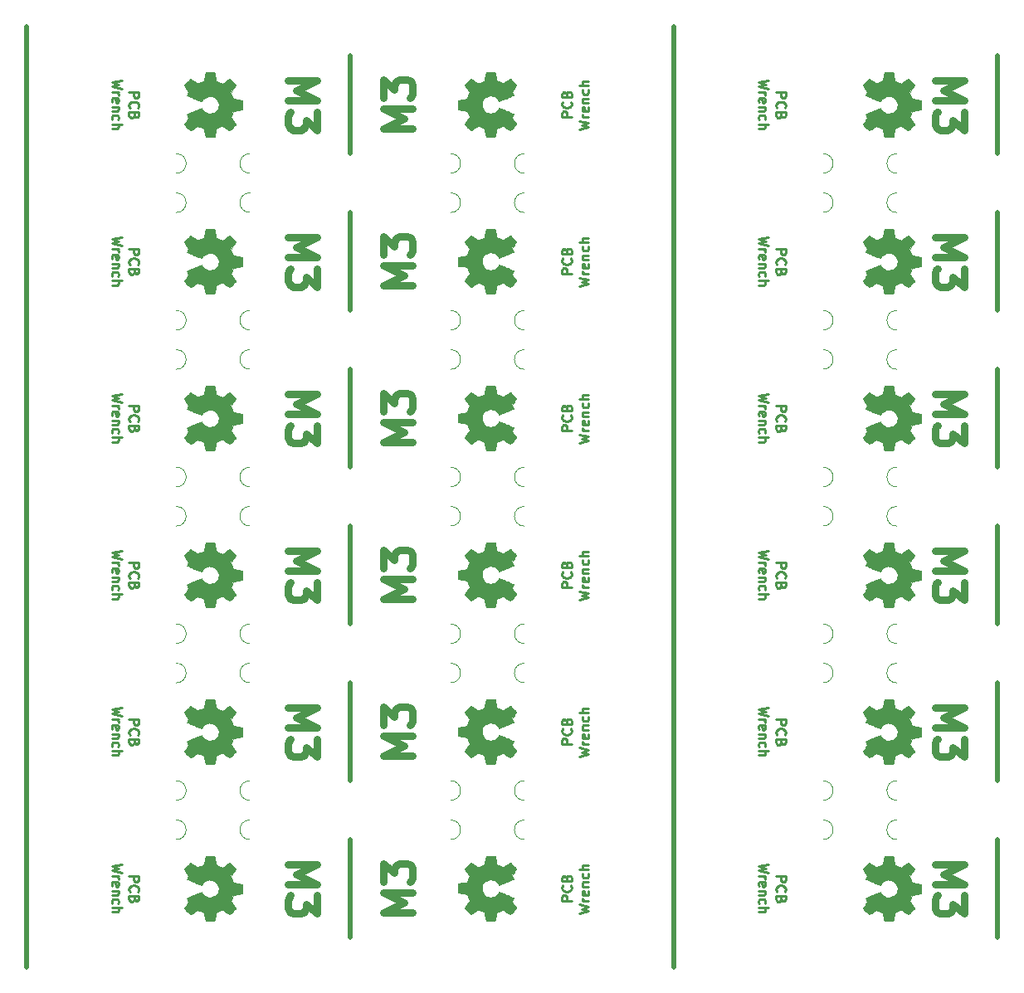
<source format=gto>
G04 #@! TF.GenerationSoftware,KiCad,Pcbnew,(5.1.10)-1*
G04 #@! TF.CreationDate,2021-12-18T23:32:26-05:00*
G04 #@! TF.ProjectId,PCBWrench_panelized,50434257-7265-46e6-9368-5f70616e656c,rev?*
G04 #@! TF.SameCoordinates,Original*
G04 #@! TF.FileFunction,Legend,Top*
G04 #@! TF.FilePolarity,Positive*
%FSLAX46Y46*%
G04 Gerber Fmt 4.6, Leading zero omitted, Abs format (unit mm)*
G04 Created by KiCad (PCBNEW (5.1.10)-1) date 2021-12-18 23:32:26*
%MOMM*%
%LPD*%
G01*
G04 APERTURE LIST*
%ADD10C,0.500000*%
%ADD11C,0.250000*%
%ADD12C,0.750000*%
%ADD13C,0.100000*%
%ADD14C,0.010000*%
%ADD15C,0.602000*%
G04 APERTURE END LIST*
D10*
X33000000Y-187000000D02*
X33000000Y-177000000D01*
X33000000Y-171000000D02*
X33000000Y-161000000D01*
X33000000Y-155000000D02*
X33000000Y-145000000D01*
X33000000Y-139000000D02*
X33000000Y-129000000D01*
X33000000Y-123000000D02*
X33000000Y-113000000D01*
X99000000Y-177000000D02*
X99000000Y-187000000D01*
X99000000Y-161000000D02*
X99000000Y-171000000D01*
X99000000Y-145000000D02*
X99000000Y-155000000D01*
X99000000Y-129000000D02*
X99000000Y-139000000D01*
X99000000Y-113000000D02*
X99000000Y-123000000D01*
X66000000Y-190000000D02*
X66000000Y-174000000D01*
X66000000Y-174000000D02*
X66000000Y-158000000D01*
X66000000Y-158000000D02*
X66000000Y-142000000D01*
X66000000Y-142000000D02*
X66000000Y-126000000D01*
X66000000Y-126000000D02*
X66000000Y-110000000D01*
D11*
X76422619Y-180738095D02*
X77422619Y-180738095D01*
X77422619Y-181119047D01*
X77375000Y-181214285D01*
X77327380Y-181261904D01*
X77232142Y-181309523D01*
X77089285Y-181309523D01*
X76994047Y-181261904D01*
X76946428Y-181214285D01*
X76898809Y-181119047D01*
X76898809Y-180738095D01*
X76517857Y-182309523D02*
X76470238Y-182261904D01*
X76422619Y-182119047D01*
X76422619Y-182023809D01*
X76470238Y-181880952D01*
X76565476Y-181785714D01*
X76660714Y-181738095D01*
X76851190Y-181690476D01*
X76994047Y-181690476D01*
X77184523Y-181738095D01*
X77279761Y-181785714D01*
X77375000Y-181880952D01*
X77422619Y-182023809D01*
X77422619Y-182119047D01*
X77375000Y-182261904D01*
X77327380Y-182309523D01*
X76946428Y-183071428D02*
X76898809Y-183214285D01*
X76851190Y-183261904D01*
X76755952Y-183309523D01*
X76613095Y-183309523D01*
X76517857Y-183261904D01*
X76470238Y-183214285D01*
X76422619Y-183119047D01*
X76422619Y-182738095D01*
X77422619Y-182738095D01*
X77422619Y-183071428D01*
X77375000Y-183166666D01*
X77327380Y-183214285D01*
X77232142Y-183261904D01*
X77136904Y-183261904D01*
X77041666Y-183214285D01*
X76994047Y-183166666D01*
X76946428Y-183071428D01*
X76946428Y-182738095D01*
X75672619Y-179500000D02*
X74672619Y-179738095D01*
X75386904Y-179928571D01*
X74672619Y-180119047D01*
X75672619Y-180357142D01*
X74672619Y-180738095D02*
X75339285Y-180738095D01*
X75148809Y-180738095D02*
X75244047Y-180785714D01*
X75291666Y-180833333D01*
X75339285Y-180928571D01*
X75339285Y-181023809D01*
X74720238Y-181738095D02*
X74672619Y-181642857D01*
X74672619Y-181452380D01*
X74720238Y-181357142D01*
X74815476Y-181309523D01*
X75196428Y-181309523D01*
X75291666Y-181357142D01*
X75339285Y-181452380D01*
X75339285Y-181642857D01*
X75291666Y-181738095D01*
X75196428Y-181785714D01*
X75101190Y-181785714D01*
X75005952Y-181309523D01*
X75339285Y-182214285D02*
X74672619Y-182214285D01*
X75244047Y-182214285D02*
X75291666Y-182261904D01*
X75339285Y-182357142D01*
X75339285Y-182500000D01*
X75291666Y-182595238D01*
X75196428Y-182642857D01*
X74672619Y-182642857D01*
X74720238Y-183547619D02*
X74672619Y-183452380D01*
X74672619Y-183261904D01*
X74720238Y-183166666D01*
X74767857Y-183119047D01*
X74863095Y-183071428D01*
X75148809Y-183071428D01*
X75244047Y-183119047D01*
X75291666Y-183166666D01*
X75339285Y-183261904D01*
X75339285Y-183452380D01*
X75291666Y-183547619D01*
X74672619Y-183976190D02*
X75672619Y-183976190D01*
X74672619Y-184404761D02*
X75196428Y-184404761D01*
X75291666Y-184357142D01*
X75339285Y-184261904D01*
X75339285Y-184119047D01*
X75291666Y-184023809D01*
X75244047Y-183976190D01*
X76422619Y-164738095D02*
X77422619Y-164738095D01*
X77422619Y-165119047D01*
X77375000Y-165214285D01*
X77327380Y-165261904D01*
X77232142Y-165309523D01*
X77089285Y-165309523D01*
X76994047Y-165261904D01*
X76946428Y-165214285D01*
X76898809Y-165119047D01*
X76898809Y-164738095D01*
X76517857Y-166309523D02*
X76470238Y-166261904D01*
X76422619Y-166119047D01*
X76422619Y-166023809D01*
X76470238Y-165880952D01*
X76565476Y-165785714D01*
X76660714Y-165738095D01*
X76851190Y-165690476D01*
X76994047Y-165690476D01*
X77184523Y-165738095D01*
X77279761Y-165785714D01*
X77375000Y-165880952D01*
X77422619Y-166023809D01*
X77422619Y-166119047D01*
X77375000Y-166261904D01*
X77327380Y-166309523D01*
X76946428Y-167071428D02*
X76898809Y-167214285D01*
X76851190Y-167261904D01*
X76755952Y-167309523D01*
X76613095Y-167309523D01*
X76517857Y-167261904D01*
X76470238Y-167214285D01*
X76422619Y-167119047D01*
X76422619Y-166738095D01*
X77422619Y-166738095D01*
X77422619Y-167071428D01*
X77375000Y-167166666D01*
X77327380Y-167214285D01*
X77232142Y-167261904D01*
X77136904Y-167261904D01*
X77041666Y-167214285D01*
X76994047Y-167166666D01*
X76946428Y-167071428D01*
X76946428Y-166738095D01*
X75672619Y-163500000D02*
X74672619Y-163738095D01*
X75386904Y-163928571D01*
X74672619Y-164119047D01*
X75672619Y-164357142D01*
X74672619Y-164738095D02*
X75339285Y-164738095D01*
X75148809Y-164738095D02*
X75244047Y-164785714D01*
X75291666Y-164833333D01*
X75339285Y-164928571D01*
X75339285Y-165023809D01*
X74720238Y-165738095D02*
X74672619Y-165642857D01*
X74672619Y-165452380D01*
X74720238Y-165357142D01*
X74815476Y-165309523D01*
X75196428Y-165309523D01*
X75291666Y-165357142D01*
X75339285Y-165452380D01*
X75339285Y-165642857D01*
X75291666Y-165738095D01*
X75196428Y-165785714D01*
X75101190Y-165785714D01*
X75005952Y-165309523D01*
X75339285Y-166214285D02*
X74672619Y-166214285D01*
X75244047Y-166214285D02*
X75291666Y-166261904D01*
X75339285Y-166357142D01*
X75339285Y-166500000D01*
X75291666Y-166595238D01*
X75196428Y-166642857D01*
X74672619Y-166642857D01*
X74720238Y-167547619D02*
X74672619Y-167452380D01*
X74672619Y-167261904D01*
X74720238Y-167166666D01*
X74767857Y-167119047D01*
X74863095Y-167071428D01*
X75148809Y-167071428D01*
X75244047Y-167119047D01*
X75291666Y-167166666D01*
X75339285Y-167261904D01*
X75339285Y-167452380D01*
X75291666Y-167547619D01*
X74672619Y-167976190D02*
X75672619Y-167976190D01*
X74672619Y-168404761D02*
X75196428Y-168404761D01*
X75291666Y-168357142D01*
X75339285Y-168261904D01*
X75339285Y-168119047D01*
X75291666Y-168023809D01*
X75244047Y-167976190D01*
X76422619Y-148738095D02*
X77422619Y-148738095D01*
X77422619Y-149119047D01*
X77375000Y-149214285D01*
X77327380Y-149261904D01*
X77232142Y-149309523D01*
X77089285Y-149309523D01*
X76994047Y-149261904D01*
X76946428Y-149214285D01*
X76898809Y-149119047D01*
X76898809Y-148738095D01*
X76517857Y-150309523D02*
X76470238Y-150261904D01*
X76422619Y-150119047D01*
X76422619Y-150023809D01*
X76470238Y-149880952D01*
X76565476Y-149785714D01*
X76660714Y-149738095D01*
X76851190Y-149690476D01*
X76994047Y-149690476D01*
X77184523Y-149738095D01*
X77279761Y-149785714D01*
X77375000Y-149880952D01*
X77422619Y-150023809D01*
X77422619Y-150119047D01*
X77375000Y-150261904D01*
X77327380Y-150309523D01*
X76946428Y-151071428D02*
X76898809Y-151214285D01*
X76851190Y-151261904D01*
X76755952Y-151309523D01*
X76613095Y-151309523D01*
X76517857Y-151261904D01*
X76470238Y-151214285D01*
X76422619Y-151119047D01*
X76422619Y-150738095D01*
X77422619Y-150738095D01*
X77422619Y-151071428D01*
X77375000Y-151166666D01*
X77327380Y-151214285D01*
X77232142Y-151261904D01*
X77136904Y-151261904D01*
X77041666Y-151214285D01*
X76994047Y-151166666D01*
X76946428Y-151071428D01*
X76946428Y-150738095D01*
X75672619Y-147500000D02*
X74672619Y-147738095D01*
X75386904Y-147928571D01*
X74672619Y-148119047D01*
X75672619Y-148357142D01*
X74672619Y-148738095D02*
X75339285Y-148738095D01*
X75148809Y-148738095D02*
X75244047Y-148785714D01*
X75291666Y-148833333D01*
X75339285Y-148928571D01*
X75339285Y-149023809D01*
X74720238Y-149738095D02*
X74672619Y-149642857D01*
X74672619Y-149452380D01*
X74720238Y-149357142D01*
X74815476Y-149309523D01*
X75196428Y-149309523D01*
X75291666Y-149357142D01*
X75339285Y-149452380D01*
X75339285Y-149642857D01*
X75291666Y-149738095D01*
X75196428Y-149785714D01*
X75101190Y-149785714D01*
X75005952Y-149309523D01*
X75339285Y-150214285D02*
X74672619Y-150214285D01*
X75244047Y-150214285D02*
X75291666Y-150261904D01*
X75339285Y-150357142D01*
X75339285Y-150500000D01*
X75291666Y-150595238D01*
X75196428Y-150642857D01*
X74672619Y-150642857D01*
X74720238Y-151547619D02*
X74672619Y-151452380D01*
X74672619Y-151261904D01*
X74720238Y-151166666D01*
X74767857Y-151119047D01*
X74863095Y-151071428D01*
X75148809Y-151071428D01*
X75244047Y-151119047D01*
X75291666Y-151166666D01*
X75339285Y-151261904D01*
X75339285Y-151452380D01*
X75291666Y-151547619D01*
X74672619Y-151976190D02*
X75672619Y-151976190D01*
X74672619Y-152404761D02*
X75196428Y-152404761D01*
X75291666Y-152357142D01*
X75339285Y-152261904D01*
X75339285Y-152119047D01*
X75291666Y-152023809D01*
X75244047Y-151976190D01*
X76422619Y-132738095D02*
X77422619Y-132738095D01*
X77422619Y-133119047D01*
X77375000Y-133214285D01*
X77327380Y-133261904D01*
X77232142Y-133309523D01*
X77089285Y-133309523D01*
X76994047Y-133261904D01*
X76946428Y-133214285D01*
X76898809Y-133119047D01*
X76898809Y-132738095D01*
X76517857Y-134309523D02*
X76470238Y-134261904D01*
X76422619Y-134119047D01*
X76422619Y-134023809D01*
X76470238Y-133880952D01*
X76565476Y-133785714D01*
X76660714Y-133738095D01*
X76851190Y-133690476D01*
X76994047Y-133690476D01*
X77184523Y-133738095D01*
X77279761Y-133785714D01*
X77375000Y-133880952D01*
X77422619Y-134023809D01*
X77422619Y-134119047D01*
X77375000Y-134261904D01*
X77327380Y-134309523D01*
X76946428Y-135071428D02*
X76898809Y-135214285D01*
X76851190Y-135261904D01*
X76755952Y-135309523D01*
X76613095Y-135309523D01*
X76517857Y-135261904D01*
X76470238Y-135214285D01*
X76422619Y-135119047D01*
X76422619Y-134738095D01*
X77422619Y-134738095D01*
X77422619Y-135071428D01*
X77375000Y-135166666D01*
X77327380Y-135214285D01*
X77232142Y-135261904D01*
X77136904Y-135261904D01*
X77041666Y-135214285D01*
X76994047Y-135166666D01*
X76946428Y-135071428D01*
X76946428Y-134738095D01*
X75672619Y-131500000D02*
X74672619Y-131738095D01*
X75386904Y-131928571D01*
X74672619Y-132119047D01*
X75672619Y-132357142D01*
X74672619Y-132738095D02*
X75339285Y-132738095D01*
X75148809Y-132738095D02*
X75244047Y-132785714D01*
X75291666Y-132833333D01*
X75339285Y-132928571D01*
X75339285Y-133023809D01*
X74720238Y-133738095D02*
X74672619Y-133642857D01*
X74672619Y-133452380D01*
X74720238Y-133357142D01*
X74815476Y-133309523D01*
X75196428Y-133309523D01*
X75291666Y-133357142D01*
X75339285Y-133452380D01*
X75339285Y-133642857D01*
X75291666Y-133738095D01*
X75196428Y-133785714D01*
X75101190Y-133785714D01*
X75005952Y-133309523D01*
X75339285Y-134214285D02*
X74672619Y-134214285D01*
X75244047Y-134214285D02*
X75291666Y-134261904D01*
X75339285Y-134357142D01*
X75339285Y-134500000D01*
X75291666Y-134595238D01*
X75196428Y-134642857D01*
X74672619Y-134642857D01*
X74720238Y-135547619D02*
X74672619Y-135452380D01*
X74672619Y-135261904D01*
X74720238Y-135166666D01*
X74767857Y-135119047D01*
X74863095Y-135071428D01*
X75148809Y-135071428D01*
X75244047Y-135119047D01*
X75291666Y-135166666D01*
X75339285Y-135261904D01*
X75339285Y-135452380D01*
X75291666Y-135547619D01*
X74672619Y-135976190D02*
X75672619Y-135976190D01*
X74672619Y-136404761D02*
X75196428Y-136404761D01*
X75291666Y-136357142D01*
X75339285Y-136261904D01*
X75339285Y-136119047D01*
X75291666Y-136023809D01*
X75244047Y-135976190D01*
X76422619Y-116738095D02*
X77422619Y-116738095D01*
X77422619Y-117119047D01*
X77375000Y-117214285D01*
X77327380Y-117261904D01*
X77232142Y-117309523D01*
X77089285Y-117309523D01*
X76994047Y-117261904D01*
X76946428Y-117214285D01*
X76898809Y-117119047D01*
X76898809Y-116738095D01*
X76517857Y-118309523D02*
X76470238Y-118261904D01*
X76422619Y-118119047D01*
X76422619Y-118023809D01*
X76470238Y-117880952D01*
X76565476Y-117785714D01*
X76660714Y-117738095D01*
X76851190Y-117690476D01*
X76994047Y-117690476D01*
X77184523Y-117738095D01*
X77279761Y-117785714D01*
X77375000Y-117880952D01*
X77422619Y-118023809D01*
X77422619Y-118119047D01*
X77375000Y-118261904D01*
X77327380Y-118309523D01*
X76946428Y-119071428D02*
X76898809Y-119214285D01*
X76851190Y-119261904D01*
X76755952Y-119309523D01*
X76613095Y-119309523D01*
X76517857Y-119261904D01*
X76470238Y-119214285D01*
X76422619Y-119119047D01*
X76422619Y-118738095D01*
X77422619Y-118738095D01*
X77422619Y-119071428D01*
X77375000Y-119166666D01*
X77327380Y-119214285D01*
X77232142Y-119261904D01*
X77136904Y-119261904D01*
X77041666Y-119214285D01*
X76994047Y-119166666D01*
X76946428Y-119071428D01*
X76946428Y-118738095D01*
X75672619Y-115500000D02*
X74672619Y-115738095D01*
X75386904Y-115928571D01*
X74672619Y-116119047D01*
X75672619Y-116357142D01*
X74672619Y-116738095D02*
X75339285Y-116738095D01*
X75148809Y-116738095D02*
X75244047Y-116785714D01*
X75291666Y-116833333D01*
X75339285Y-116928571D01*
X75339285Y-117023809D01*
X74720238Y-117738095D02*
X74672619Y-117642857D01*
X74672619Y-117452380D01*
X74720238Y-117357142D01*
X74815476Y-117309523D01*
X75196428Y-117309523D01*
X75291666Y-117357142D01*
X75339285Y-117452380D01*
X75339285Y-117642857D01*
X75291666Y-117738095D01*
X75196428Y-117785714D01*
X75101190Y-117785714D01*
X75005952Y-117309523D01*
X75339285Y-118214285D02*
X74672619Y-118214285D01*
X75244047Y-118214285D02*
X75291666Y-118261904D01*
X75339285Y-118357142D01*
X75339285Y-118500000D01*
X75291666Y-118595238D01*
X75196428Y-118642857D01*
X74672619Y-118642857D01*
X74720238Y-119547619D02*
X74672619Y-119452380D01*
X74672619Y-119261904D01*
X74720238Y-119166666D01*
X74767857Y-119119047D01*
X74863095Y-119071428D01*
X75148809Y-119071428D01*
X75244047Y-119119047D01*
X75291666Y-119166666D01*
X75339285Y-119261904D01*
X75339285Y-119452380D01*
X75291666Y-119547619D01*
X74672619Y-119976190D02*
X75672619Y-119976190D01*
X74672619Y-120404761D02*
X75196428Y-120404761D01*
X75291666Y-120357142D01*
X75339285Y-120261904D01*
X75339285Y-120119047D01*
X75291666Y-120023809D01*
X75244047Y-119976190D01*
D12*
X92642857Y-179571428D02*
X95642857Y-179571428D01*
X93500000Y-180571428D01*
X95642857Y-181571428D01*
X92642857Y-181571428D01*
X95642857Y-182714285D02*
X95642857Y-184571428D01*
X94500000Y-183571428D01*
X94500000Y-184000000D01*
X94357142Y-184285714D01*
X94214285Y-184428571D01*
X93928571Y-184571428D01*
X93214285Y-184571428D01*
X92928571Y-184428571D01*
X92785714Y-184285714D01*
X92642857Y-184000000D01*
X92642857Y-183142857D01*
X92785714Y-182857142D01*
X92928571Y-182714285D01*
X92642857Y-163571428D02*
X95642857Y-163571428D01*
X93500000Y-164571428D01*
X95642857Y-165571428D01*
X92642857Y-165571428D01*
X95642857Y-166714285D02*
X95642857Y-168571428D01*
X94500000Y-167571428D01*
X94500000Y-168000000D01*
X94357142Y-168285714D01*
X94214285Y-168428571D01*
X93928571Y-168571428D01*
X93214285Y-168571428D01*
X92928571Y-168428571D01*
X92785714Y-168285714D01*
X92642857Y-168000000D01*
X92642857Y-167142857D01*
X92785714Y-166857142D01*
X92928571Y-166714285D01*
X92642857Y-147571428D02*
X95642857Y-147571428D01*
X93500000Y-148571428D01*
X95642857Y-149571428D01*
X92642857Y-149571428D01*
X95642857Y-150714285D02*
X95642857Y-152571428D01*
X94500000Y-151571428D01*
X94500000Y-152000000D01*
X94357142Y-152285714D01*
X94214285Y-152428571D01*
X93928571Y-152571428D01*
X93214285Y-152571428D01*
X92928571Y-152428571D01*
X92785714Y-152285714D01*
X92642857Y-152000000D01*
X92642857Y-151142857D01*
X92785714Y-150857142D01*
X92928571Y-150714285D01*
X92642857Y-131571428D02*
X95642857Y-131571428D01*
X93500000Y-132571428D01*
X95642857Y-133571428D01*
X92642857Y-133571428D01*
X95642857Y-134714285D02*
X95642857Y-136571428D01*
X94500000Y-135571428D01*
X94500000Y-136000000D01*
X94357142Y-136285714D01*
X94214285Y-136428571D01*
X93928571Y-136571428D01*
X93214285Y-136571428D01*
X92928571Y-136428571D01*
X92785714Y-136285714D01*
X92642857Y-136000000D01*
X92642857Y-135142857D01*
X92785714Y-134857142D01*
X92928571Y-134714285D01*
X92642857Y-115571428D02*
X95642857Y-115571428D01*
X93500000Y-116571428D01*
X95642857Y-117571428D01*
X92642857Y-117571428D01*
X95642857Y-118714285D02*
X95642857Y-120571428D01*
X94500000Y-119571428D01*
X94500000Y-120000000D01*
X94357142Y-120285714D01*
X94214285Y-120428571D01*
X93928571Y-120571428D01*
X93214285Y-120571428D01*
X92928571Y-120428571D01*
X92785714Y-120285714D01*
X92642857Y-120000000D01*
X92642857Y-119142857D01*
X92785714Y-118857142D01*
X92928571Y-118714285D01*
X39357142Y-184428571D02*
X36357142Y-184428571D01*
X38500000Y-183428571D01*
X36357142Y-182428571D01*
X39357142Y-182428571D01*
X36357142Y-181285714D02*
X36357142Y-179428571D01*
X37500000Y-180428571D01*
X37500000Y-180000000D01*
X37642857Y-179714285D01*
X37785714Y-179571428D01*
X38071428Y-179428571D01*
X38785714Y-179428571D01*
X39071428Y-179571428D01*
X39214285Y-179714285D01*
X39357142Y-180000000D01*
X39357142Y-180857142D01*
X39214285Y-181142857D01*
X39071428Y-181285714D01*
X39357142Y-168428571D02*
X36357142Y-168428571D01*
X38500000Y-167428571D01*
X36357142Y-166428571D01*
X39357142Y-166428571D01*
X36357142Y-165285714D02*
X36357142Y-163428571D01*
X37500000Y-164428571D01*
X37500000Y-164000000D01*
X37642857Y-163714285D01*
X37785714Y-163571428D01*
X38071428Y-163428571D01*
X38785714Y-163428571D01*
X39071428Y-163571428D01*
X39214285Y-163714285D01*
X39357142Y-164000000D01*
X39357142Y-164857142D01*
X39214285Y-165142857D01*
X39071428Y-165285714D01*
X39357142Y-152428571D02*
X36357142Y-152428571D01*
X38500000Y-151428571D01*
X36357142Y-150428571D01*
X39357142Y-150428571D01*
X36357142Y-149285714D02*
X36357142Y-147428571D01*
X37500000Y-148428571D01*
X37500000Y-148000000D01*
X37642857Y-147714285D01*
X37785714Y-147571428D01*
X38071428Y-147428571D01*
X38785714Y-147428571D01*
X39071428Y-147571428D01*
X39214285Y-147714285D01*
X39357142Y-148000000D01*
X39357142Y-148857142D01*
X39214285Y-149142857D01*
X39071428Y-149285714D01*
X39357142Y-136428571D02*
X36357142Y-136428571D01*
X38500000Y-135428571D01*
X36357142Y-134428571D01*
X39357142Y-134428571D01*
X36357142Y-133285714D02*
X36357142Y-131428571D01*
X37500000Y-132428571D01*
X37500000Y-132000000D01*
X37642857Y-131714285D01*
X37785714Y-131571428D01*
X38071428Y-131428571D01*
X38785714Y-131428571D01*
X39071428Y-131571428D01*
X39214285Y-131714285D01*
X39357142Y-132000000D01*
X39357142Y-132857142D01*
X39214285Y-133142857D01*
X39071428Y-133285714D01*
X39357142Y-120428571D02*
X36357142Y-120428571D01*
X38500000Y-119428571D01*
X36357142Y-118428571D01*
X39357142Y-118428571D01*
X36357142Y-117285714D02*
X36357142Y-115428571D01*
X37500000Y-116428571D01*
X37500000Y-116000000D01*
X37642857Y-115714285D01*
X37785714Y-115571428D01*
X38071428Y-115428571D01*
X38785714Y-115428571D01*
X39071428Y-115571428D01*
X39214285Y-115714285D01*
X39357142Y-116000000D01*
X39357142Y-116857142D01*
X39214285Y-117142857D01*
X39071428Y-117285714D01*
D11*
X55577380Y-183261904D02*
X54577380Y-183261904D01*
X54577380Y-182880952D01*
X54625000Y-182785714D01*
X54672619Y-182738095D01*
X54767857Y-182690476D01*
X54910714Y-182690476D01*
X55005952Y-182738095D01*
X55053571Y-182785714D01*
X55101190Y-182880952D01*
X55101190Y-183261904D01*
X55482142Y-181690476D02*
X55529761Y-181738095D01*
X55577380Y-181880952D01*
X55577380Y-181976190D01*
X55529761Y-182119047D01*
X55434523Y-182214285D01*
X55339285Y-182261904D01*
X55148809Y-182309523D01*
X55005952Y-182309523D01*
X54815476Y-182261904D01*
X54720238Y-182214285D01*
X54625000Y-182119047D01*
X54577380Y-181976190D01*
X54577380Y-181880952D01*
X54625000Y-181738095D01*
X54672619Y-181690476D01*
X55053571Y-180928571D02*
X55101190Y-180785714D01*
X55148809Y-180738095D01*
X55244047Y-180690476D01*
X55386904Y-180690476D01*
X55482142Y-180738095D01*
X55529761Y-180785714D01*
X55577380Y-180880952D01*
X55577380Y-181261904D01*
X54577380Y-181261904D01*
X54577380Y-180928571D01*
X54625000Y-180833333D01*
X54672619Y-180785714D01*
X54767857Y-180738095D01*
X54863095Y-180738095D01*
X54958333Y-180785714D01*
X55005952Y-180833333D01*
X55053571Y-180928571D01*
X55053571Y-181261904D01*
X56327380Y-184500000D02*
X57327380Y-184261904D01*
X56613095Y-184071428D01*
X57327380Y-183880952D01*
X56327380Y-183642857D01*
X57327380Y-183261904D02*
X56660714Y-183261904D01*
X56851190Y-183261904D02*
X56755952Y-183214285D01*
X56708333Y-183166666D01*
X56660714Y-183071428D01*
X56660714Y-182976190D01*
X57279761Y-182261904D02*
X57327380Y-182357142D01*
X57327380Y-182547619D01*
X57279761Y-182642857D01*
X57184523Y-182690476D01*
X56803571Y-182690476D01*
X56708333Y-182642857D01*
X56660714Y-182547619D01*
X56660714Y-182357142D01*
X56708333Y-182261904D01*
X56803571Y-182214285D01*
X56898809Y-182214285D01*
X56994047Y-182690476D01*
X56660714Y-181785714D02*
X57327380Y-181785714D01*
X56755952Y-181785714D02*
X56708333Y-181738095D01*
X56660714Y-181642857D01*
X56660714Y-181500000D01*
X56708333Y-181404761D01*
X56803571Y-181357142D01*
X57327380Y-181357142D01*
X57279761Y-180452380D02*
X57327380Y-180547619D01*
X57327380Y-180738095D01*
X57279761Y-180833333D01*
X57232142Y-180880952D01*
X57136904Y-180928571D01*
X56851190Y-180928571D01*
X56755952Y-180880952D01*
X56708333Y-180833333D01*
X56660714Y-180738095D01*
X56660714Y-180547619D01*
X56708333Y-180452380D01*
X57327380Y-180023809D02*
X56327380Y-180023809D01*
X57327380Y-179595238D02*
X56803571Y-179595238D01*
X56708333Y-179642857D01*
X56660714Y-179738095D01*
X56660714Y-179880952D01*
X56708333Y-179976190D01*
X56755952Y-180023809D01*
X55577380Y-167261904D02*
X54577380Y-167261904D01*
X54577380Y-166880952D01*
X54625000Y-166785714D01*
X54672619Y-166738095D01*
X54767857Y-166690476D01*
X54910714Y-166690476D01*
X55005952Y-166738095D01*
X55053571Y-166785714D01*
X55101190Y-166880952D01*
X55101190Y-167261904D01*
X55482142Y-165690476D02*
X55529761Y-165738095D01*
X55577380Y-165880952D01*
X55577380Y-165976190D01*
X55529761Y-166119047D01*
X55434523Y-166214285D01*
X55339285Y-166261904D01*
X55148809Y-166309523D01*
X55005952Y-166309523D01*
X54815476Y-166261904D01*
X54720238Y-166214285D01*
X54625000Y-166119047D01*
X54577380Y-165976190D01*
X54577380Y-165880952D01*
X54625000Y-165738095D01*
X54672619Y-165690476D01*
X55053571Y-164928571D02*
X55101190Y-164785714D01*
X55148809Y-164738095D01*
X55244047Y-164690476D01*
X55386904Y-164690476D01*
X55482142Y-164738095D01*
X55529761Y-164785714D01*
X55577380Y-164880952D01*
X55577380Y-165261904D01*
X54577380Y-165261904D01*
X54577380Y-164928571D01*
X54625000Y-164833333D01*
X54672619Y-164785714D01*
X54767857Y-164738095D01*
X54863095Y-164738095D01*
X54958333Y-164785714D01*
X55005952Y-164833333D01*
X55053571Y-164928571D01*
X55053571Y-165261904D01*
X56327380Y-168500000D02*
X57327380Y-168261904D01*
X56613095Y-168071428D01*
X57327380Y-167880952D01*
X56327380Y-167642857D01*
X57327380Y-167261904D02*
X56660714Y-167261904D01*
X56851190Y-167261904D02*
X56755952Y-167214285D01*
X56708333Y-167166666D01*
X56660714Y-167071428D01*
X56660714Y-166976190D01*
X57279761Y-166261904D02*
X57327380Y-166357142D01*
X57327380Y-166547619D01*
X57279761Y-166642857D01*
X57184523Y-166690476D01*
X56803571Y-166690476D01*
X56708333Y-166642857D01*
X56660714Y-166547619D01*
X56660714Y-166357142D01*
X56708333Y-166261904D01*
X56803571Y-166214285D01*
X56898809Y-166214285D01*
X56994047Y-166690476D01*
X56660714Y-165785714D02*
X57327380Y-165785714D01*
X56755952Y-165785714D02*
X56708333Y-165738095D01*
X56660714Y-165642857D01*
X56660714Y-165500000D01*
X56708333Y-165404761D01*
X56803571Y-165357142D01*
X57327380Y-165357142D01*
X57279761Y-164452380D02*
X57327380Y-164547619D01*
X57327380Y-164738095D01*
X57279761Y-164833333D01*
X57232142Y-164880952D01*
X57136904Y-164928571D01*
X56851190Y-164928571D01*
X56755952Y-164880952D01*
X56708333Y-164833333D01*
X56660714Y-164738095D01*
X56660714Y-164547619D01*
X56708333Y-164452380D01*
X57327380Y-164023809D02*
X56327380Y-164023809D01*
X57327380Y-163595238D02*
X56803571Y-163595238D01*
X56708333Y-163642857D01*
X56660714Y-163738095D01*
X56660714Y-163880952D01*
X56708333Y-163976190D01*
X56755952Y-164023809D01*
X55577380Y-151261904D02*
X54577380Y-151261904D01*
X54577380Y-150880952D01*
X54625000Y-150785714D01*
X54672619Y-150738095D01*
X54767857Y-150690476D01*
X54910714Y-150690476D01*
X55005952Y-150738095D01*
X55053571Y-150785714D01*
X55101190Y-150880952D01*
X55101190Y-151261904D01*
X55482142Y-149690476D02*
X55529761Y-149738095D01*
X55577380Y-149880952D01*
X55577380Y-149976190D01*
X55529761Y-150119047D01*
X55434523Y-150214285D01*
X55339285Y-150261904D01*
X55148809Y-150309523D01*
X55005952Y-150309523D01*
X54815476Y-150261904D01*
X54720238Y-150214285D01*
X54625000Y-150119047D01*
X54577380Y-149976190D01*
X54577380Y-149880952D01*
X54625000Y-149738095D01*
X54672619Y-149690476D01*
X55053571Y-148928571D02*
X55101190Y-148785714D01*
X55148809Y-148738095D01*
X55244047Y-148690476D01*
X55386904Y-148690476D01*
X55482142Y-148738095D01*
X55529761Y-148785714D01*
X55577380Y-148880952D01*
X55577380Y-149261904D01*
X54577380Y-149261904D01*
X54577380Y-148928571D01*
X54625000Y-148833333D01*
X54672619Y-148785714D01*
X54767857Y-148738095D01*
X54863095Y-148738095D01*
X54958333Y-148785714D01*
X55005952Y-148833333D01*
X55053571Y-148928571D01*
X55053571Y-149261904D01*
X56327380Y-152500000D02*
X57327380Y-152261904D01*
X56613095Y-152071428D01*
X57327380Y-151880952D01*
X56327380Y-151642857D01*
X57327380Y-151261904D02*
X56660714Y-151261904D01*
X56851190Y-151261904D02*
X56755952Y-151214285D01*
X56708333Y-151166666D01*
X56660714Y-151071428D01*
X56660714Y-150976190D01*
X57279761Y-150261904D02*
X57327380Y-150357142D01*
X57327380Y-150547619D01*
X57279761Y-150642857D01*
X57184523Y-150690476D01*
X56803571Y-150690476D01*
X56708333Y-150642857D01*
X56660714Y-150547619D01*
X56660714Y-150357142D01*
X56708333Y-150261904D01*
X56803571Y-150214285D01*
X56898809Y-150214285D01*
X56994047Y-150690476D01*
X56660714Y-149785714D02*
X57327380Y-149785714D01*
X56755952Y-149785714D02*
X56708333Y-149738095D01*
X56660714Y-149642857D01*
X56660714Y-149500000D01*
X56708333Y-149404761D01*
X56803571Y-149357142D01*
X57327380Y-149357142D01*
X57279761Y-148452380D02*
X57327380Y-148547619D01*
X57327380Y-148738095D01*
X57279761Y-148833333D01*
X57232142Y-148880952D01*
X57136904Y-148928571D01*
X56851190Y-148928571D01*
X56755952Y-148880952D01*
X56708333Y-148833333D01*
X56660714Y-148738095D01*
X56660714Y-148547619D01*
X56708333Y-148452380D01*
X57327380Y-148023809D02*
X56327380Y-148023809D01*
X57327380Y-147595238D02*
X56803571Y-147595238D01*
X56708333Y-147642857D01*
X56660714Y-147738095D01*
X56660714Y-147880952D01*
X56708333Y-147976190D01*
X56755952Y-148023809D01*
X55577380Y-135261904D02*
X54577380Y-135261904D01*
X54577380Y-134880952D01*
X54625000Y-134785714D01*
X54672619Y-134738095D01*
X54767857Y-134690476D01*
X54910714Y-134690476D01*
X55005952Y-134738095D01*
X55053571Y-134785714D01*
X55101190Y-134880952D01*
X55101190Y-135261904D01*
X55482142Y-133690476D02*
X55529761Y-133738095D01*
X55577380Y-133880952D01*
X55577380Y-133976190D01*
X55529761Y-134119047D01*
X55434523Y-134214285D01*
X55339285Y-134261904D01*
X55148809Y-134309523D01*
X55005952Y-134309523D01*
X54815476Y-134261904D01*
X54720238Y-134214285D01*
X54625000Y-134119047D01*
X54577380Y-133976190D01*
X54577380Y-133880952D01*
X54625000Y-133738095D01*
X54672619Y-133690476D01*
X55053571Y-132928571D02*
X55101190Y-132785714D01*
X55148809Y-132738095D01*
X55244047Y-132690476D01*
X55386904Y-132690476D01*
X55482142Y-132738095D01*
X55529761Y-132785714D01*
X55577380Y-132880952D01*
X55577380Y-133261904D01*
X54577380Y-133261904D01*
X54577380Y-132928571D01*
X54625000Y-132833333D01*
X54672619Y-132785714D01*
X54767857Y-132738095D01*
X54863095Y-132738095D01*
X54958333Y-132785714D01*
X55005952Y-132833333D01*
X55053571Y-132928571D01*
X55053571Y-133261904D01*
X56327380Y-136500000D02*
X57327380Y-136261904D01*
X56613095Y-136071428D01*
X57327380Y-135880952D01*
X56327380Y-135642857D01*
X57327380Y-135261904D02*
X56660714Y-135261904D01*
X56851190Y-135261904D02*
X56755952Y-135214285D01*
X56708333Y-135166666D01*
X56660714Y-135071428D01*
X56660714Y-134976190D01*
X57279761Y-134261904D02*
X57327380Y-134357142D01*
X57327380Y-134547619D01*
X57279761Y-134642857D01*
X57184523Y-134690476D01*
X56803571Y-134690476D01*
X56708333Y-134642857D01*
X56660714Y-134547619D01*
X56660714Y-134357142D01*
X56708333Y-134261904D01*
X56803571Y-134214285D01*
X56898809Y-134214285D01*
X56994047Y-134690476D01*
X56660714Y-133785714D02*
X57327380Y-133785714D01*
X56755952Y-133785714D02*
X56708333Y-133738095D01*
X56660714Y-133642857D01*
X56660714Y-133500000D01*
X56708333Y-133404761D01*
X56803571Y-133357142D01*
X57327380Y-133357142D01*
X57279761Y-132452380D02*
X57327380Y-132547619D01*
X57327380Y-132738095D01*
X57279761Y-132833333D01*
X57232142Y-132880952D01*
X57136904Y-132928571D01*
X56851190Y-132928571D01*
X56755952Y-132880952D01*
X56708333Y-132833333D01*
X56660714Y-132738095D01*
X56660714Y-132547619D01*
X56708333Y-132452380D01*
X57327380Y-132023809D02*
X56327380Y-132023809D01*
X57327380Y-131595238D02*
X56803571Y-131595238D01*
X56708333Y-131642857D01*
X56660714Y-131738095D01*
X56660714Y-131880952D01*
X56708333Y-131976190D01*
X56755952Y-132023809D01*
X55577380Y-119261904D02*
X54577380Y-119261904D01*
X54577380Y-118880952D01*
X54625000Y-118785714D01*
X54672619Y-118738095D01*
X54767857Y-118690476D01*
X54910714Y-118690476D01*
X55005952Y-118738095D01*
X55053571Y-118785714D01*
X55101190Y-118880952D01*
X55101190Y-119261904D01*
X55482142Y-117690476D02*
X55529761Y-117738095D01*
X55577380Y-117880952D01*
X55577380Y-117976190D01*
X55529761Y-118119047D01*
X55434523Y-118214285D01*
X55339285Y-118261904D01*
X55148809Y-118309523D01*
X55005952Y-118309523D01*
X54815476Y-118261904D01*
X54720238Y-118214285D01*
X54625000Y-118119047D01*
X54577380Y-117976190D01*
X54577380Y-117880952D01*
X54625000Y-117738095D01*
X54672619Y-117690476D01*
X55053571Y-116928571D02*
X55101190Y-116785714D01*
X55148809Y-116738095D01*
X55244047Y-116690476D01*
X55386904Y-116690476D01*
X55482142Y-116738095D01*
X55529761Y-116785714D01*
X55577380Y-116880952D01*
X55577380Y-117261904D01*
X54577380Y-117261904D01*
X54577380Y-116928571D01*
X54625000Y-116833333D01*
X54672619Y-116785714D01*
X54767857Y-116738095D01*
X54863095Y-116738095D01*
X54958333Y-116785714D01*
X55005952Y-116833333D01*
X55053571Y-116928571D01*
X55053571Y-117261904D01*
X56327380Y-120500000D02*
X57327380Y-120261904D01*
X56613095Y-120071428D01*
X57327380Y-119880952D01*
X56327380Y-119642857D01*
X57327380Y-119261904D02*
X56660714Y-119261904D01*
X56851190Y-119261904D02*
X56755952Y-119214285D01*
X56708333Y-119166666D01*
X56660714Y-119071428D01*
X56660714Y-118976190D01*
X57279761Y-118261904D02*
X57327380Y-118357142D01*
X57327380Y-118547619D01*
X57279761Y-118642857D01*
X57184523Y-118690476D01*
X56803571Y-118690476D01*
X56708333Y-118642857D01*
X56660714Y-118547619D01*
X56660714Y-118357142D01*
X56708333Y-118261904D01*
X56803571Y-118214285D01*
X56898809Y-118214285D01*
X56994047Y-118690476D01*
X56660714Y-117785714D02*
X57327380Y-117785714D01*
X56755952Y-117785714D02*
X56708333Y-117738095D01*
X56660714Y-117642857D01*
X56660714Y-117500000D01*
X56708333Y-117404761D01*
X56803571Y-117357142D01*
X57327380Y-117357142D01*
X57279761Y-116452380D02*
X57327380Y-116547619D01*
X57327380Y-116738095D01*
X57279761Y-116833333D01*
X57232142Y-116880952D01*
X57136904Y-116928571D01*
X56851190Y-116928571D01*
X56755952Y-116880952D01*
X56708333Y-116833333D01*
X56660714Y-116738095D01*
X56660714Y-116547619D01*
X56708333Y-116452380D01*
X57327380Y-116023809D02*
X56327380Y-116023809D01*
X57327380Y-115595238D02*
X56803571Y-115595238D01*
X56708333Y-115642857D01*
X56660714Y-115738095D01*
X56660714Y-115880952D01*
X56708333Y-115976190D01*
X56755952Y-116023809D01*
X10422619Y-180738095D02*
X11422619Y-180738095D01*
X11422619Y-181119047D01*
X11375000Y-181214285D01*
X11327380Y-181261904D01*
X11232142Y-181309523D01*
X11089285Y-181309523D01*
X10994047Y-181261904D01*
X10946428Y-181214285D01*
X10898809Y-181119047D01*
X10898809Y-180738095D01*
X10517857Y-182309523D02*
X10470238Y-182261904D01*
X10422619Y-182119047D01*
X10422619Y-182023809D01*
X10470238Y-181880952D01*
X10565476Y-181785714D01*
X10660714Y-181738095D01*
X10851190Y-181690476D01*
X10994047Y-181690476D01*
X11184523Y-181738095D01*
X11279761Y-181785714D01*
X11375000Y-181880952D01*
X11422619Y-182023809D01*
X11422619Y-182119047D01*
X11375000Y-182261904D01*
X11327380Y-182309523D01*
X10946428Y-183071428D02*
X10898809Y-183214285D01*
X10851190Y-183261904D01*
X10755952Y-183309523D01*
X10613095Y-183309523D01*
X10517857Y-183261904D01*
X10470238Y-183214285D01*
X10422619Y-183119047D01*
X10422619Y-182738095D01*
X11422619Y-182738095D01*
X11422619Y-183071428D01*
X11375000Y-183166666D01*
X11327380Y-183214285D01*
X11232142Y-183261904D01*
X11136904Y-183261904D01*
X11041666Y-183214285D01*
X10994047Y-183166666D01*
X10946428Y-183071428D01*
X10946428Y-182738095D01*
X9672619Y-179500000D02*
X8672619Y-179738095D01*
X9386904Y-179928571D01*
X8672619Y-180119047D01*
X9672619Y-180357142D01*
X8672619Y-180738095D02*
X9339285Y-180738095D01*
X9148809Y-180738095D02*
X9244047Y-180785714D01*
X9291666Y-180833333D01*
X9339285Y-180928571D01*
X9339285Y-181023809D01*
X8720238Y-181738095D02*
X8672619Y-181642857D01*
X8672619Y-181452380D01*
X8720238Y-181357142D01*
X8815476Y-181309523D01*
X9196428Y-181309523D01*
X9291666Y-181357142D01*
X9339285Y-181452380D01*
X9339285Y-181642857D01*
X9291666Y-181738095D01*
X9196428Y-181785714D01*
X9101190Y-181785714D01*
X9005952Y-181309523D01*
X9339285Y-182214285D02*
X8672619Y-182214285D01*
X9244047Y-182214285D02*
X9291666Y-182261904D01*
X9339285Y-182357142D01*
X9339285Y-182500000D01*
X9291666Y-182595238D01*
X9196428Y-182642857D01*
X8672619Y-182642857D01*
X8720238Y-183547619D02*
X8672619Y-183452380D01*
X8672619Y-183261904D01*
X8720238Y-183166666D01*
X8767857Y-183119047D01*
X8863095Y-183071428D01*
X9148809Y-183071428D01*
X9244047Y-183119047D01*
X9291666Y-183166666D01*
X9339285Y-183261904D01*
X9339285Y-183452380D01*
X9291666Y-183547619D01*
X8672619Y-183976190D02*
X9672619Y-183976190D01*
X8672619Y-184404761D02*
X9196428Y-184404761D01*
X9291666Y-184357142D01*
X9339285Y-184261904D01*
X9339285Y-184119047D01*
X9291666Y-184023809D01*
X9244047Y-183976190D01*
X10422619Y-164738095D02*
X11422619Y-164738095D01*
X11422619Y-165119047D01*
X11375000Y-165214285D01*
X11327380Y-165261904D01*
X11232142Y-165309523D01*
X11089285Y-165309523D01*
X10994047Y-165261904D01*
X10946428Y-165214285D01*
X10898809Y-165119047D01*
X10898809Y-164738095D01*
X10517857Y-166309523D02*
X10470238Y-166261904D01*
X10422619Y-166119047D01*
X10422619Y-166023809D01*
X10470238Y-165880952D01*
X10565476Y-165785714D01*
X10660714Y-165738095D01*
X10851190Y-165690476D01*
X10994047Y-165690476D01*
X11184523Y-165738095D01*
X11279761Y-165785714D01*
X11375000Y-165880952D01*
X11422619Y-166023809D01*
X11422619Y-166119047D01*
X11375000Y-166261904D01*
X11327380Y-166309523D01*
X10946428Y-167071428D02*
X10898809Y-167214285D01*
X10851190Y-167261904D01*
X10755952Y-167309523D01*
X10613095Y-167309523D01*
X10517857Y-167261904D01*
X10470238Y-167214285D01*
X10422619Y-167119047D01*
X10422619Y-166738095D01*
X11422619Y-166738095D01*
X11422619Y-167071428D01*
X11375000Y-167166666D01*
X11327380Y-167214285D01*
X11232142Y-167261904D01*
X11136904Y-167261904D01*
X11041666Y-167214285D01*
X10994047Y-167166666D01*
X10946428Y-167071428D01*
X10946428Y-166738095D01*
X9672619Y-163500000D02*
X8672619Y-163738095D01*
X9386904Y-163928571D01*
X8672619Y-164119047D01*
X9672619Y-164357142D01*
X8672619Y-164738095D02*
X9339285Y-164738095D01*
X9148809Y-164738095D02*
X9244047Y-164785714D01*
X9291666Y-164833333D01*
X9339285Y-164928571D01*
X9339285Y-165023809D01*
X8720238Y-165738095D02*
X8672619Y-165642857D01*
X8672619Y-165452380D01*
X8720238Y-165357142D01*
X8815476Y-165309523D01*
X9196428Y-165309523D01*
X9291666Y-165357142D01*
X9339285Y-165452380D01*
X9339285Y-165642857D01*
X9291666Y-165738095D01*
X9196428Y-165785714D01*
X9101190Y-165785714D01*
X9005952Y-165309523D01*
X9339285Y-166214285D02*
X8672619Y-166214285D01*
X9244047Y-166214285D02*
X9291666Y-166261904D01*
X9339285Y-166357142D01*
X9339285Y-166500000D01*
X9291666Y-166595238D01*
X9196428Y-166642857D01*
X8672619Y-166642857D01*
X8720238Y-167547619D02*
X8672619Y-167452380D01*
X8672619Y-167261904D01*
X8720238Y-167166666D01*
X8767857Y-167119047D01*
X8863095Y-167071428D01*
X9148809Y-167071428D01*
X9244047Y-167119047D01*
X9291666Y-167166666D01*
X9339285Y-167261904D01*
X9339285Y-167452380D01*
X9291666Y-167547619D01*
X8672619Y-167976190D02*
X9672619Y-167976190D01*
X8672619Y-168404761D02*
X9196428Y-168404761D01*
X9291666Y-168357142D01*
X9339285Y-168261904D01*
X9339285Y-168119047D01*
X9291666Y-168023809D01*
X9244047Y-167976190D01*
X10422619Y-148738095D02*
X11422619Y-148738095D01*
X11422619Y-149119047D01*
X11375000Y-149214285D01*
X11327380Y-149261904D01*
X11232142Y-149309523D01*
X11089285Y-149309523D01*
X10994047Y-149261904D01*
X10946428Y-149214285D01*
X10898809Y-149119047D01*
X10898809Y-148738095D01*
X10517857Y-150309523D02*
X10470238Y-150261904D01*
X10422619Y-150119047D01*
X10422619Y-150023809D01*
X10470238Y-149880952D01*
X10565476Y-149785714D01*
X10660714Y-149738095D01*
X10851190Y-149690476D01*
X10994047Y-149690476D01*
X11184523Y-149738095D01*
X11279761Y-149785714D01*
X11375000Y-149880952D01*
X11422619Y-150023809D01*
X11422619Y-150119047D01*
X11375000Y-150261904D01*
X11327380Y-150309523D01*
X10946428Y-151071428D02*
X10898809Y-151214285D01*
X10851190Y-151261904D01*
X10755952Y-151309523D01*
X10613095Y-151309523D01*
X10517857Y-151261904D01*
X10470238Y-151214285D01*
X10422619Y-151119047D01*
X10422619Y-150738095D01*
X11422619Y-150738095D01*
X11422619Y-151071428D01*
X11375000Y-151166666D01*
X11327380Y-151214285D01*
X11232142Y-151261904D01*
X11136904Y-151261904D01*
X11041666Y-151214285D01*
X10994047Y-151166666D01*
X10946428Y-151071428D01*
X10946428Y-150738095D01*
X9672619Y-147500000D02*
X8672619Y-147738095D01*
X9386904Y-147928571D01*
X8672619Y-148119047D01*
X9672619Y-148357142D01*
X8672619Y-148738095D02*
X9339285Y-148738095D01*
X9148809Y-148738095D02*
X9244047Y-148785714D01*
X9291666Y-148833333D01*
X9339285Y-148928571D01*
X9339285Y-149023809D01*
X8720238Y-149738095D02*
X8672619Y-149642857D01*
X8672619Y-149452380D01*
X8720238Y-149357142D01*
X8815476Y-149309523D01*
X9196428Y-149309523D01*
X9291666Y-149357142D01*
X9339285Y-149452380D01*
X9339285Y-149642857D01*
X9291666Y-149738095D01*
X9196428Y-149785714D01*
X9101190Y-149785714D01*
X9005952Y-149309523D01*
X9339285Y-150214285D02*
X8672619Y-150214285D01*
X9244047Y-150214285D02*
X9291666Y-150261904D01*
X9339285Y-150357142D01*
X9339285Y-150500000D01*
X9291666Y-150595238D01*
X9196428Y-150642857D01*
X8672619Y-150642857D01*
X8720238Y-151547619D02*
X8672619Y-151452380D01*
X8672619Y-151261904D01*
X8720238Y-151166666D01*
X8767857Y-151119047D01*
X8863095Y-151071428D01*
X9148809Y-151071428D01*
X9244047Y-151119047D01*
X9291666Y-151166666D01*
X9339285Y-151261904D01*
X9339285Y-151452380D01*
X9291666Y-151547619D01*
X8672619Y-151976190D02*
X9672619Y-151976190D01*
X8672619Y-152404761D02*
X9196428Y-152404761D01*
X9291666Y-152357142D01*
X9339285Y-152261904D01*
X9339285Y-152119047D01*
X9291666Y-152023809D01*
X9244047Y-151976190D01*
X10422619Y-132738095D02*
X11422619Y-132738095D01*
X11422619Y-133119047D01*
X11375000Y-133214285D01*
X11327380Y-133261904D01*
X11232142Y-133309523D01*
X11089285Y-133309523D01*
X10994047Y-133261904D01*
X10946428Y-133214285D01*
X10898809Y-133119047D01*
X10898809Y-132738095D01*
X10517857Y-134309523D02*
X10470238Y-134261904D01*
X10422619Y-134119047D01*
X10422619Y-134023809D01*
X10470238Y-133880952D01*
X10565476Y-133785714D01*
X10660714Y-133738095D01*
X10851190Y-133690476D01*
X10994047Y-133690476D01*
X11184523Y-133738095D01*
X11279761Y-133785714D01*
X11375000Y-133880952D01*
X11422619Y-134023809D01*
X11422619Y-134119047D01*
X11375000Y-134261904D01*
X11327380Y-134309523D01*
X10946428Y-135071428D02*
X10898809Y-135214285D01*
X10851190Y-135261904D01*
X10755952Y-135309523D01*
X10613095Y-135309523D01*
X10517857Y-135261904D01*
X10470238Y-135214285D01*
X10422619Y-135119047D01*
X10422619Y-134738095D01*
X11422619Y-134738095D01*
X11422619Y-135071428D01*
X11375000Y-135166666D01*
X11327380Y-135214285D01*
X11232142Y-135261904D01*
X11136904Y-135261904D01*
X11041666Y-135214285D01*
X10994047Y-135166666D01*
X10946428Y-135071428D01*
X10946428Y-134738095D01*
X9672619Y-131500000D02*
X8672619Y-131738095D01*
X9386904Y-131928571D01*
X8672619Y-132119047D01*
X9672619Y-132357142D01*
X8672619Y-132738095D02*
X9339285Y-132738095D01*
X9148809Y-132738095D02*
X9244047Y-132785714D01*
X9291666Y-132833333D01*
X9339285Y-132928571D01*
X9339285Y-133023809D01*
X8720238Y-133738095D02*
X8672619Y-133642857D01*
X8672619Y-133452380D01*
X8720238Y-133357142D01*
X8815476Y-133309523D01*
X9196428Y-133309523D01*
X9291666Y-133357142D01*
X9339285Y-133452380D01*
X9339285Y-133642857D01*
X9291666Y-133738095D01*
X9196428Y-133785714D01*
X9101190Y-133785714D01*
X9005952Y-133309523D01*
X9339285Y-134214285D02*
X8672619Y-134214285D01*
X9244047Y-134214285D02*
X9291666Y-134261904D01*
X9339285Y-134357142D01*
X9339285Y-134500000D01*
X9291666Y-134595238D01*
X9196428Y-134642857D01*
X8672619Y-134642857D01*
X8720238Y-135547619D02*
X8672619Y-135452380D01*
X8672619Y-135261904D01*
X8720238Y-135166666D01*
X8767857Y-135119047D01*
X8863095Y-135071428D01*
X9148809Y-135071428D01*
X9244047Y-135119047D01*
X9291666Y-135166666D01*
X9339285Y-135261904D01*
X9339285Y-135452380D01*
X9291666Y-135547619D01*
X8672619Y-135976190D02*
X9672619Y-135976190D01*
X8672619Y-136404761D02*
X9196428Y-136404761D01*
X9291666Y-136357142D01*
X9339285Y-136261904D01*
X9339285Y-136119047D01*
X9291666Y-136023809D01*
X9244047Y-135976190D01*
X10422619Y-116738095D02*
X11422619Y-116738095D01*
X11422619Y-117119047D01*
X11375000Y-117214285D01*
X11327380Y-117261904D01*
X11232142Y-117309523D01*
X11089285Y-117309523D01*
X10994047Y-117261904D01*
X10946428Y-117214285D01*
X10898809Y-117119047D01*
X10898809Y-116738095D01*
X10517857Y-118309523D02*
X10470238Y-118261904D01*
X10422619Y-118119047D01*
X10422619Y-118023809D01*
X10470238Y-117880952D01*
X10565476Y-117785714D01*
X10660714Y-117738095D01*
X10851190Y-117690476D01*
X10994047Y-117690476D01*
X11184523Y-117738095D01*
X11279761Y-117785714D01*
X11375000Y-117880952D01*
X11422619Y-118023809D01*
X11422619Y-118119047D01*
X11375000Y-118261904D01*
X11327380Y-118309523D01*
X10946428Y-119071428D02*
X10898809Y-119214285D01*
X10851190Y-119261904D01*
X10755952Y-119309523D01*
X10613095Y-119309523D01*
X10517857Y-119261904D01*
X10470238Y-119214285D01*
X10422619Y-119119047D01*
X10422619Y-118738095D01*
X11422619Y-118738095D01*
X11422619Y-119071428D01*
X11375000Y-119166666D01*
X11327380Y-119214285D01*
X11232142Y-119261904D01*
X11136904Y-119261904D01*
X11041666Y-119214285D01*
X10994047Y-119166666D01*
X10946428Y-119071428D01*
X10946428Y-118738095D01*
X9672619Y-115500000D02*
X8672619Y-115738095D01*
X9386904Y-115928571D01*
X8672619Y-116119047D01*
X9672619Y-116357142D01*
X8672619Y-116738095D02*
X9339285Y-116738095D01*
X9148809Y-116738095D02*
X9244047Y-116785714D01*
X9291666Y-116833333D01*
X9339285Y-116928571D01*
X9339285Y-117023809D01*
X8720238Y-117738095D02*
X8672619Y-117642857D01*
X8672619Y-117452380D01*
X8720238Y-117357142D01*
X8815476Y-117309523D01*
X9196428Y-117309523D01*
X9291666Y-117357142D01*
X9339285Y-117452380D01*
X9339285Y-117642857D01*
X9291666Y-117738095D01*
X9196428Y-117785714D01*
X9101190Y-117785714D01*
X9005952Y-117309523D01*
X9339285Y-118214285D02*
X8672619Y-118214285D01*
X9244047Y-118214285D02*
X9291666Y-118261904D01*
X9339285Y-118357142D01*
X9339285Y-118500000D01*
X9291666Y-118595238D01*
X9196428Y-118642857D01*
X8672619Y-118642857D01*
X8720238Y-119547619D02*
X8672619Y-119452380D01*
X8672619Y-119261904D01*
X8720238Y-119166666D01*
X8767857Y-119119047D01*
X8863095Y-119071428D01*
X9148809Y-119071428D01*
X9244047Y-119119047D01*
X9291666Y-119166666D01*
X9339285Y-119261904D01*
X9339285Y-119452380D01*
X9291666Y-119547619D01*
X8672619Y-119976190D02*
X9672619Y-119976190D01*
X8672619Y-120404761D02*
X9196428Y-120404761D01*
X9291666Y-120357142D01*
X9339285Y-120261904D01*
X9339285Y-120119047D01*
X9291666Y-120023809D01*
X9244047Y-119976190D01*
D12*
X26642857Y-179571428D02*
X29642857Y-179571428D01*
X27500000Y-180571428D01*
X29642857Y-181571428D01*
X26642857Y-181571428D01*
X29642857Y-182714285D02*
X29642857Y-184571428D01*
X28500000Y-183571428D01*
X28500000Y-184000000D01*
X28357142Y-184285714D01*
X28214285Y-184428571D01*
X27928571Y-184571428D01*
X27214285Y-184571428D01*
X26928571Y-184428571D01*
X26785714Y-184285714D01*
X26642857Y-184000000D01*
X26642857Y-183142857D01*
X26785714Y-182857142D01*
X26928571Y-182714285D01*
X26642857Y-163571428D02*
X29642857Y-163571428D01*
X27500000Y-164571428D01*
X29642857Y-165571428D01*
X26642857Y-165571428D01*
X29642857Y-166714285D02*
X29642857Y-168571428D01*
X28500000Y-167571428D01*
X28500000Y-168000000D01*
X28357142Y-168285714D01*
X28214285Y-168428571D01*
X27928571Y-168571428D01*
X27214285Y-168571428D01*
X26928571Y-168428571D01*
X26785714Y-168285714D01*
X26642857Y-168000000D01*
X26642857Y-167142857D01*
X26785714Y-166857142D01*
X26928571Y-166714285D01*
X26642857Y-147571428D02*
X29642857Y-147571428D01*
X27500000Y-148571428D01*
X29642857Y-149571428D01*
X26642857Y-149571428D01*
X29642857Y-150714285D02*
X29642857Y-152571428D01*
X28500000Y-151571428D01*
X28500000Y-152000000D01*
X28357142Y-152285714D01*
X28214285Y-152428571D01*
X27928571Y-152571428D01*
X27214285Y-152571428D01*
X26928571Y-152428571D01*
X26785714Y-152285714D01*
X26642857Y-152000000D01*
X26642857Y-151142857D01*
X26785714Y-150857142D01*
X26928571Y-150714285D01*
X26642857Y-131571428D02*
X29642857Y-131571428D01*
X27500000Y-132571428D01*
X29642857Y-133571428D01*
X26642857Y-133571428D01*
X29642857Y-134714285D02*
X29642857Y-136571428D01*
X28500000Y-135571428D01*
X28500000Y-136000000D01*
X28357142Y-136285714D01*
X28214285Y-136428571D01*
X27928571Y-136571428D01*
X27214285Y-136571428D01*
X26928571Y-136428571D01*
X26785714Y-136285714D01*
X26642857Y-136000000D01*
X26642857Y-135142857D01*
X26785714Y-134857142D01*
X26928571Y-134714285D01*
X26642857Y-115571428D02*
X29642857Y-115571428D01*
X27500000Y-116571428D01*
X29642857Y-117571428D01*
X26642857Y-117571428D01*
X29642857Y-118714285D02*
X29642857Y-120571428D01*
X28500000Y-119571428D01*
X28500000Y-120000000D01*
X28357142Y-120285714D01*
X28214285Y-120428571D01*
X27928571Y-120571428D01*
X27214285Y-120571428D01*
X26928571Y-120428571D01*
X26785714Y-120285714D01*
X26642857Y-120000000D01*
X26642857Y-119142857D01*
X26785714Y-118857142D01*
X26928571Y-118714285D01*
D10*
X0Y-174000000D02*
X0Y-190000000D01*
X0Y-158000000D02*
X0Y-174000000D01*
X0Y-142000000D02*
X0Y-158000000D01*
X0Y-126000000D02*
X0Y-142000000D01*
X0Y-110000000D02*
X0Y-126000000D01*
X33000000Y-177000000D02*
X33000000Y-187000000D01*
X33000000Y-161000000D02*
X33000000Y-171000000D01*
X33000000Y-145000000D02*
X33000000Y-155000000D01*
X33000000Y-129000000D02*
X33000000Y-139000000D01*
X33000000Y-113000000D02*
X33000000Y-123000000D01*
D11*
X76422619Y-100738095D02*
X77422619Y-100738095D01*
X77422619Y-101119047D01*
X77375000Y-101214285D01*
X77327380Y-101261904D01*
X77232142Y-101309523D01*
X77089285Y-101309523D01*
X76994047Y-101261904D01*
X76946428Y-101214285D01*
X76898809Y-101119047D01*
X76898809Y-100738095D01*
X76517857Y-102309523D02*
X76470238Y-102261904D01*
X76422619Y-102119047D01*
X76422619Y-102023809D01*
X76470238Y-101880952D01*
X76565476Y-101785714D01*
X76660714Y-101738095D01*
X76851190Y-101690476D01*
X76994047Y-101690476D01*
X77184523Y-101738095D01*
X77279761Y-101785714D01*
X77375000Y-101880952D01*
X77422619Y-102023809D01*
X77422619Y-102119047D01*
X77375000Y-102261904D01*
X77327380Y-102309523D01*
X76946428Y-103071428D02*
X76898809Y-103214285D01*
X76851190Y-103261904D01*
X76755952Y-103309523D01*
X76613095Y-103309523D01*
X76517857Y-103261904D01*
X76470238Y-103214285D01*
X76422619Y-103119047D01*
X76422619Y-102738095D01*
X77422619Y-102738095D01*
X77422619Y-103071428D01*
X77375000Y-103166666D01*
X77327380Y-103214285D01*
X77232142Y-103261904D01*
X77136904Y-103261904D01*
X77041666Y-103214285D01*
X76994047Y-103166666D01*
X76946428Y-103071428D01*
X76946428Y-102738095D01*
X75672619Y-99500000D02*
X74672619Y-99738095D01*
X75386904Y-99928571D01*
X74672619Y-100119047D01*
X75672619Y-100357142D01*
X74672619Y-100738095D02*
X75339285Y-100738095D01*
X75148809Y-100738095D02*
X75244047Y-100785714D01*
X75291666Y-100833333D01*
X75339285Y-100928571D01*
X75339285Y-101023809D01*
X74720238Y-101738095D02*
X74672619Y-101642857D01*
X74672619Y-101452380D01*
X74720238Y-101357142D01*
X74815476Y-101309523D01*
X75196428Y-101309523D01*
X75291666Y-101357142D01*
X75339285Y-101452380D01*
X75339285Y-101642857D01*
X75291666Y-101738095D01*
X75196428Y-101785714D01*
X75101190Y-101785714D01*
X75005952Y-101309523D01*
X75339285Y-102214285D02*
X74672619Y-102214285D01*
X75244047Y-102214285D02*
X75291666Y-102261904D01*
X75339285Y-102357142D01*
X75339285Y-102500000D01*
X75291666Y-102595238D01*
X75196428Y-102642857D01*
X74672619Y-102642857D01*
X74720238Y-103547619D02*
X74672619Y-103452380D01*
X74672619Y-103261904D01*
X74720238Y-103166666D01*
X74767857Y-103119047D01*
X74863095Y-103071428D01*
X75148809Y-103071428D01*
X75244047Y-103119047D01*
X75291666Y-103166666D01*
X75339285Y-103261904D01*
X75339285Y-103452380D01*
X75291666Y-103547619D01*
X74672619Y-103976190D02*
X75672619Y-103976190D01*
X74672619Y-104404761D02*
X75196428Y-104404761D01*
X75291666Y-104357142D01*
X75339285Y-104261904D01*
X75339285Y-104119047D01*
X75291666Y-104023809D01*
X75244047Y-103976190D01*
D12*
X92642857Y-99571428D02*
X95642857Y-99571428D01*
X93500000Y-100571428D01*
X95642857Y-101571428D01*
X92642857Y-101571428D01*
X95642857Y-102714285D02*
X95642857Y-104571428D01*
X94500000Y-103571428D01*
X94500000Y-104000000D01*
X94357142Y-104285714D01*
X94214285Y-104428571D01*
X93928571Y-104571428D01*
X93214285Y-104571428D01*
X92928571Y-104428571D01*
X92785714Y-104285714D01*
X92642857Y-104000000D01*
X92642857Y-103142857D01*
X92785714Y-102857142D01*
X92928571Y-102714285D01*
D10*
X99000000Y-97000000D02*
X99000000Y-107000000D01*
D11*
X55577380Y-103261904D02*
X54577380Y-103261904D01*
X54577380Y-102880952D01*
X54625000Y-102785714D01*
X54672619Y-102738095D01*
X54767857Y-102690476D01*
X54910714Y-102690476D01*
X55005952Y-102738095D01*
X55053571Y-102785714D01*
X55101190Y-102880952D01*
X55101190Y-103261904D01*
X55482142Y-101690476D02*
X55529761Y-101738095D01*
X55577380Y-101880952D01*
X55577380Y-101976190D01*
X55529761Y-102119047D01*
X55434523Y-102214285D01*
X55339285Y-102261904D01*
X55148809Y-102309523D01*
X55005952Y-102309523D01*
X54815476Y-102261904D01*
X54720238Y-102214285D01*
X54625000Y-102119047D01*
X54577380Y-101976190D01*
X54577380Y-101880952D01*
X54625000Y-101738095D01*
X54672619Y-101690476D01*
X55053571Y-100928571D02*
X55101190Y-100785714D01*
X55148809Y-100738095D01*
X55244047Y-100690476D01*
X55386904Y-100690476D01*
X55482142Y-100738095D01*
X55529761Y-100785714D01*
X55577380Y-100880952D01*
X55577380Y-101261904D01*
X54577380Y-101261904D01*
X54577380Y-100928571D01*
X54625000Y-100833333D01*
X54672619Y-100785714D01*
X54767857Y-100738095D01*
X54863095Y-100738095D01*
X54958333Y-100785714D01*
X55005952Y-100833333D01*
X55053571Y-100928571D01*
X55053571Y-101261904D01*
X56327380Y-104500000D02*
X57327380Y-104261904D01*
X56613095Y-104071428D01*
X57327380Y-103880952D01*
X56327380Y-103642857D01*
X57327380Y-103261904D02*
X56660714Y-103261904D01*
X56851190Y-103261904D02*
X56755952Y-103214285D01*
X56708333Y-103166666D01*
X56660714Y-103071428D01*
X56660714Y-102976190D01*
X57279761Y-102261904D02*
X57327380Y-102357142D01*
X57327380Y-102547619D01*
X57279761Y-102642857D01*
X57184523Y-102690476D01*
X56803571Y-102690476D01*
X56708333Y-102642857D01*
X56660714Y-102547619D01*
X56660714Y-102357142D01*
X56708333Y-102261904D01*
X56803571Y-102214285D01*
X56898809Y-102214285D01*
X56994047Y-102690476D01*
X56660714Y-101785714D02*
X57327380Y-101785714D01*
X56755952Y-101785714D02*
X56708333Y-101738095D01*
X56660714Y-101642857D01*
X56660714Y-101500000D01*
X56708333Y-101404761D01*
X56803571Y-101357142D01*
X57327380Y-101357142D01*
X57279761Y-100452380D02*
X57327380Y-100547619D01*
X57327380Y-100738095D01*
X57279761Y-100833333D01*
X57232142Y-100880952D01*
X57136904Y-100928571D01*
X56851190Y-100928571D01*
X56755952Y-100880952D01*
X56708333Y-100833333D01*
X56660714Y-100738095D01*
X56660714Y-100547619D01*
X56708333Y-100452380D01*
X57327380Y-100023809D02*
X56327380Y-100023809D01*
X57327380Y-99595238D02*
X56803571Y-99595238D01*
X56708333Y-99642857D01*
X56660714Y-99738095D01*
X56660714Y-99880952D01*
X56708333Y-99976190D01*
X56755952Y-100023809D01*
D12*
X39357142Y-104428571D02*
X36357142Y-104428571D01*
X38500000Y-103428571D01*
X36357142Y-102428571D01*
X39357142Y-102428571D01*
X36357142Y-101285714D02*
X36357142Y-99428571D01*
X37500000Y-100428571D01*
X37500000Y-100000000D01*
X37642857Y-99714285D01*
X37785714Y-99571428D01*
X38071428Y-99428571D01*
X38785714Y-99428571D01*
X39071428Y-99571428D01*
X39214285Y-99714285D01*
X39357142Y-100000000D01*
X39357142Y-100857142D01*
X39214285Y-101142857D01*
X39071428Y-101285714D01*
D10*
X66000000Y-110000000D02*
X66000000Y-94000000D01*
X33000000Y-107000000D02*
X33000000Y-97000000D01*
X33000000Y-97000000D02*
X33000000Y-107000000D01*
X0Y-94000000D02*
X0Y-110000000D01*
D12*
X26642857Y-99571428D02*
X29642857Y-99571428D01*
X27500000Y-100571428D01*
X29642857Y-101571428D01*
X26642857Y-101571428D01*
X29642857Y-102714285D02*
X29642857Y-104571428D01*
X28500000Y-103571428D01*
X28500000Y-104000000D01*
X28357142Y-104285714D01*
X28214285Y-104428571D01*
X27928571Y-104571428D01*
X27214285Y-104571428D01*
X26928571Y-104428571D01*
X26785714Y-104285714D01*
X26642857Y-104000000D01*
X26642857Y-103142857D01*
X26785714Y-102857142D01*
X26928571Y-102714285D01*
D11*
X10422619Y-100738095D02*
X11422619Y-100738095D01*
X11422619Y-101119047D01*
X11375000Y-101214285D01*
X11327380Y-101261904D01*
X11232142Y-101309523D01*
X11089285Y-101309523D01*
X10994047Y-101261904D01*
X10946428Y-101214285D01*
X10898809Y-101119047D01*
X10898809Y-100738095D01*
X10517857Y-102309523D02*
X10470238Y-102261904D01*
X10422619Y-102119047D01*
X10422619Y-102023809D01*
X10470238Y-101880952D01*
X10565476Y-101785714D01*
X10660714Y-101738095D01*
X10851190Y-101690476D01*
X10994047Y-101690476D01*
X11184523Y-101738095D01*
X11279761Y-101785714D01*
X11375000Y-101880952D01*
X11422619Y-102023809D01*
X11422619Y-102119047D01*
X11375000Y-102261904D01*
X11327380Y-102309523D01*
X10946428Y-103071428D02*
X10898809Y-103214285D01*
X10851190Y-103261904D01*
X10755952Y-103309523D01*
X10613095Y-103309523D01*
X10517857Y-103261904D01*
X10470238Y-103214285D01*
X10422619Y-103119047D01*
X10422619Y-102738095D01*
X11422619Y-102738095D01*
X11422619Y-103071428D01*
X11375000Y-103166666D01*
X11327380Y-103214285D01*
X11232142Y-103261904D01*
X11136904Y-103261904D01*
X11041666Y-103214285D01*
X10994047Y-103166666D01*
X10946428Y-103071428D01*
X10946428Y-102738095D01*
X9672619Y-99500000D02*
X8672619Y-99738095D01*
X9386904Y-99928571D01*
X8672619Y-100119047D01*
X9672619Y-100357142D01*
X8672619Y-100738095D02*
X9339285Y-100738095D01*
X9148809Y-100738095D02*
X9244047Y-100785714D01*
X9291666Y-100833333D01*
X9339285Y-100928571D01*
X9339285Y-101023809D01*
X8720238Y-101738095D02*
X8672619Y-101642857D01*
X8672619Y-101452380D01*
X8720238Y-101357142D01*
X8815476Y-101309523D01*
X9196428Y-101309523D01*
X9291666Y-101357142D01*
X9339285Y-101452380D01*
X9339285Y-101642857D01*
X9291666Y-101738095D01*
X9196428Y-101785714D01*
X9101190Y-101785714D01*
X9005952Y-101309523D01*
X9339285Y-102214285D02*
X8672619Y-102214285D01*
X9244047Y-102214285D02*
X9291666Y-102261904D01*
X9339285Y-102357142D01*
X9339285Y-102500000D01*
X9291666Y-102595238D01*
X9196428Y-102642857D01*
X8672619Y-102642857D01*
X8720238Y-103547619D02*
X8672619Y-103452380D01*
X8672619Y-103261904D01*
X8720238Y-103166666D01*
X8767857Y-103119047D01*
X8863095Y-103071428D01*
X9148809Y-103071428D01*
X9244047Y-103119047D01*
X9291666Y-103166666D01*
X9339285Y-103261904D01*
X9339285Y-103452380D01*
X9291666Y-103547619D01*
X8672619Y-103976190D02*
X9672619Y-103976190D01*
X8672619Y-104404761D02*
X9196428Y-104404761D01*
X9291666Y-104357142D01*
X9339285Y-104261904D01*
X9339285Y-104119047D01*
X9291666Y-104023809D01*
X9244047Y-103976190D01*
D13*
X15250000Y-177000000D02*
G75*
G03*
X15250000Y-175000000I0J1000000D01*
G01*
X22750000Y-175000000D02*
G75*
G03*
X22750000Y-177000000I0J-1000000D01*
G01*
X15250000Y-161000000D02*
G75*
G03*
X15250000Y-159000000I0J1000000D01*
G01*
X22750000Y-159000000D02*
G75*
G03*
X22750000Y-161000000I0J-1000000D01*
G01*
X15250000Y-145000000D02*
G75*
G03*
X15250000Y-143000000I0J1000000D01*
G01*
X22750000Y-143000000D02*
G75*
G03*
X22750000Y-145000000I0J-1000000D01*
G01*
X15250000Y-129000000D02*
G75*
G03*
X15250000Y-127000000I0J1000000D01*
G01*
X22750000Y-127000000D02*
G75*
G03*
X22750000Y-129000000I0J-1000000D01*
G01*
X15250000Y-113000000D02*
G75*
G03*
X15250000Y-111000000I0J1000000D01*
G01*
X22750000Y-111000000D02*
G75*
G03*
X22750000Y-113000000I0J-1000000D01*
G01*
X15250000Y-173000000D02*
G75*
G03*
X15250000Y-171000000I0J1000000D01*
G01*
X22750000Y-171000000D02*
G75*
G03*
X22750000Y-173000000I0J-1000000D01*
G01*
X15250000Y-157000000D02*
G75*
G03*
X15250000Y-155000000I0J1000000D01*
G01*
X22750000Y-155000000D02*
G75*
G03*
X22750000Y-157000000I0J-1000000D01*
G01*
X15250000Y-141000000D02*
G75*
G03*
X15250000Y-139000000I0J1000000D01*
G01*
X22750000Y-139000000D02*
G75*
G03*
X22750000Y-141000000I0J-1000000D01*
G01*
X15250000Y-125000000D02*
G75*
G03*
X15250000Y-123000000I0J1000000D01*
G01*
X22750000Y-123000000D02*
G75*
G03*
X22750000Y-125000000I0J-1000000D01*
G01*
X88750000Y-175000000D02*
G75*
G03*
X88750000Y-177000000I0J-1000000D01*
G01*
X81250000Y-177000000D02*
G75*
G03*
X81250000Y-175000000I0J1000000D01*
G01*
X88750000Y-159000000D02*
G75*
G03*
X88750000Y-161000000I0J-1000000D01*
G01*
X81250000Y-161000000D02*
G75*
G03*
X81250000Y-159000000I0J1000000D01*
G01*
X88750000Y-143000000D02*
G75*
G03*
X88750000Y-145000000I0J-1000000D01*
G01*
X81250000Y-145000000D02*
G75*
G03*
X81250000Y-143000000I0J1000000D01*
G01*
X88750000Y-127000000D02*
G75*
G03*
X88750000Y-129000000I0J-1000000D01*
G01*
X81250000Y-129000000D02*
G75*
G03*
X81250000Y-127000000I0J1000000D01*
G01*
X88750000Y-111000000D02*
G75*
G03*
X88750000Y-113000000I0J-1000000D01*
G01*
X81250000Y-113000000D02*
G75*
G03*
X81250000Y-111000000I0J1000000D01*
G01*
X88750000Y-171000000D02*
G75*
G03*
X88750000Y-173000000I0J-1000000D01*
G01*
X81250000Y-173000000D02*
G75*
G03*
X81250000Y-171000000I0J1000000D01*
G01*
X88750000Y-155000000D02*
G75*
G03*
X88750000Y-157000000I0J-1000000D01*
G01*
X81250000Y-157000000D02*
G75*
G03*
X81250000Y-155000000I0J1000000D01*
G01*
X88750000Y-139000000D02*
G75*
G03*
X88750000Y-141000000I0J-1000000D01*
G01*
X81250000Y-141000000D02*
G75*
G03*
X81250000Y-139000000I0J1000000D01*
G01*
X88750000Y-123000000D02*
G75*
G03*
X88750000Y-125000000I0J-1000000D01*
G01*
X81250000Y-125000000D02*
G75*
G03*
X81250000Y-123000000I0J1000000D01*
G01*
X43250000Y-173000000D02*
G75*
G03*
X43250000Y-171000000I0J1000000D01*
G01*
X50750000Y-171000000D02*
G75*
G03*
X50750000Y-173000000I0J-1000000D01*
G01*
X43250000Y-157000000D02*
G75*
G03*
X43250000Y-155000000I0J1000000D01*
G01*
X50750000Y-155000000D02*
G75*
G03*
X50750000Y-157000000I0J-1000000D01*
G01*
X43250000Y-141000000D02*
G75*
G03*
X43250000Y-139000000I0J1000000D01*
G01*
X50750000Y-139000000D02*
G75*
G03*
X50750000Y-141000000I0J-1000000D01*
G01*
X43250000Y-125000000D02*
G75*
G03*
X43250000Y-123000000I0J1000000D01*
G01*
X50750000Y-123000000D02*
G75*
G03*
X50750000Y-125000000I0J-1000000D01*
G01*
D14*
G36*
X90781069Y-182555814D02*
G01*
X90336445Y-182639635D01*
X90208947Y-182948920D01*
X90081449Y-183258206D01*
X90333754Y-183629246D01*
X90404004Y-183733157D01*
X90466728Y-183827087D01*
X90519062Y-183906652D01*
X90558143Y-183967470D01*
X90581107Y-184005157D01*
X90586058Y-184015421D01*
X90573324Y-184033910D01*
X90538118Y-184073420D01*
X90484938Y-184129522D01*
X90418282Y-184197787D01*
X90342646Y-184273786D01*
X90262528Y-184353092D01*
X90182426Y-184431275D01*
X90106836Y-184503907D01*
X90040255Y-184566559D01*
X89987182Y-184614803D01*
X89952113Y-184644210D01*
X89940377Y-184651241D01*
X89918740Y-184641123D01*
X89871338Y-184612759D01*
X89802807Y-184569129D01*
X89717785Y-184513218D01*
X89620907Y-184448006D01*
X89565650Y-184410219D01*
X89464752Y-184341343D01*
X89373701Y-184280140D01*
X89297030Y-184229578D01*
X89239272Y-184192628D01*
X89204957Y-184172258D01*
X89197746Y-184169197D01*
X89177252Y-184176136D01*
X89129487Y-184195051D01*
X89061168Y-184223087D01*
X88979011Y-184257391D01*
X88889730Y-184295109D01*
X88800042Y-184333387D01*
X88716662Y-184369370D01*
X88646306Y-184400206D01*
X88595690Y-184423039D01*
X88571529Y-184435017D01*
X88570578Y-184435724D01*
X88565964Y-184454531D01*
X88555672Y-184504618D01*
X88540713Y-184580793D01*
X88522099Y-184677865D01*
X88500841Y-184790643D01*
X88488582Y-184856442D01*
X88465638Y-184976950D01*
X88443805Y-185085797D01*
X88424278Y-185177476D01*
X88408252Y-185246481D01*
X88396921Y-185287304D01*
X88393326Y-185295511D01*
X88368994Y-185303548D01*
X88314041Y-185310033D01*
X88234892Y-185314970D01*
X88137974Y-185318364D01*
X88029713Y-185320218D01*
X87916535Y-185320538D01*
X87804865Y-185319327D01*
X87701132Y-185316590D01*
X87611759Y-185312331D01*
X87543174Y-185306555D01*
X87501803Y-185299267D01*
X87493190Y-185294895D01*
X87482867Y-185268764D01*
X87468108Y-185213393D01*
X87450648Y-185136107D01*
X87432220Y-185044230D01*
X87426259Y-185012158D01*
X87397934Y-184857524D01*
X87375124Y-184735375D01*
X87356920Y-184641673D01*
X87342417Y-184572384D01*
X87330708Y-184523471D01*
X87320885Y-184490897D01*
X87312044Y-184470628D01*
X87303276Y-184458626D01*
X87301543Y-184456947D01*
X87273629Y-184440184D01*
X87219305Y-184414614D01*
X87145223Y-184382788D01*
X87058035Y-184347260D01*
X86964392Y-184310583D01*
X86870948Y-184275311D01*
X86784353Y-184243996D01*
X86711260Y-184219193D01*
X86658322Y-184203454D01*
X86632189Y-184199332D01*
X86631274Y-184199676D01*
X86609914Y-184213641D01*
X86562916Y-184245322D01*
X86495173Y-184291391D01*
X86411577Y-184348518D01*
X86317018Y-184413373D01*
X86290146Y-184431843D01*
X86192725Y-184497699D01*
X86103837Y-184555650D01*
X86028588Y-184602538D01*
X85972080Y-184635207D01*
X85939419Y-184650500D01*
X85935407Y-184651241D01*
X85914316Y-184638392D01*
X85872536Y-184602888D01*
X85814555Y-184549293D01*
X85744865Y-184482171D01*
X85667955Y-184406087D01*
X85588317Y-184325604D01*
X85510439Y-184245287D01*
X85438814Y-184169699D01*
X85377930Y-184103405D01*
X85332279Y-184050969D01*
X85306350Y-184016955D01*
X85302117Y-184007545D01*
X85312088Y-183985643D01*
X85338980Y-183940800D01*
X85378264Y-183880321D01*
X85409883Y-183833789D01*
X85467902Y-183749475D01*
X85536216Y-183649626D01*
X85604421Y-183549473D01*
X85640925Y-183495627D01*
X85764200Y-183313371D01*
X85681480Y-183160381D01*
X85645241Y-183090682D01*
X85617074Y-183031414D01*
X85601009Y-182991311D01*
X85598774Y-182981103D01*
X85615278Y-182968829D01*
X85661918Y-182944613D01*
X85734391Y-182910263D01*
X85828394Y-182867588D01*
X85939626Y-182818394D01*
X86063785Y-182764490D01*
X86196568Y-182707684D01*
X86333673Y-182649782D01*
X86470798Y-182592593D01*
X86603642Y-182537924D01*
X86727902Y-182487584D01*
X86839275Y-182443380D01*
X86933461Y-182407119D01*
X87006156Y-182380609D01*
X87053059Y-182365658D01*
X87069167Y-182363254D01*
X87089714Y-182382311D01*
X87123067Y-182424036D01*
X87162298Y-182479706D01*
X87165401Y-182484378D01*
X87280577Y-182628264D01*
X87414947Y-182744283D01*
X87564216Y-182831430D01*
X87724087Y-182888699D01*
X87890263Y-182915086D01*
X88058448Y-182909585D01*
X88224345Y-182871190D01*
X88383658Y-182798895D01*
X88418513Y-182777626D01*
X88559263Y-182666996D01*
X88672286Y-182536302D01*
X88756997Y-182390064D01*
X88812806Y-182232808D01*
X88839126Y-182069057D01*
X88835370Y-181903333D01*
X88800950Y-181740162D01*
X88735277Y-181584065D01*
X88637765Y-181439567D01*
X88598187Y-181394869D01*
X88474297Y-181281112D01*
X88343876Y-181198218D01*
X88197685Y-181141356D01*
X88052912Y-181109687D01*
X87890140Y-181101869D01*
X87726560Y-181127938D01*
X87567702Y-181185245D01*
X87419094Y-181271144D01*
X87286265Y-181382986D01*
X87174744Y-181518123D01*
X87162989Y-181535883D01*
X87124492Y-181592150D01*
X87091137Y-181634923D01*
X87069840Y-181655372D01*
X87069167Y-181655669D01*
X87046129Y-181651279D01*
X86993843Y-181633876D01*
X86916610Y-181605268D01*
X86818732Y-181567265D01*
X86704509Y-181521674D01*
X86578242Y-181470303D01*
X86444233Y-181414962D01*
X86306782Y-181357458D01*
X86170192Y-181299601D01*
X86038763Y-181243198D01*
X85916795Y-181190058D01*
X85808591Y-181141990D01*
X85718451Y-181100801D01*
X85650677Y-181068301D01*
X85609570Y-181046297D01*
X85598774Y-181037436D01*
X85607181Y-181010360D01*
X85629728Y-180959697D01*
X85662387Y-180894183D01*
X85681480Y-180858159D01*
X85764200Y-180705168D01*
X85640925Y-180522912D01*
X85577772Y-180429875D01*
X85508273Y-180328015D01*
X85442835Y-180232562D01*
X85409883Y-180184750D01*
X85364727Y-180117505D01*
X85328943Y-180060564D01*
X85307062Y-180021354D01*
X85302437Y-180008619D01*
X85314915Y-179990083D01*
X85349748Y-179949059D01*
X85403322Y-179889525D01*
X85472017Y-179815458D01*
X85552219Y-179730835D01*
X85603714Y-179677315D01*
X85695714Y-179583681D01*
X85778001Y-179502759D01*
X85847055Y-179437823D01*
X85899356Y-179392142D01*
X85931384Y-179368989D01*
X85937884Y-179366768D01*
X85962606Y-179377076D01*
X86012595Y-179405561D01*
X86082788Y-179449063D01*
X86168125Y-179504423D01*
X86263544Y-179568480D01*
X86290146Y-179586697D01*
X86386833Y-179653073D01*
X86473883Y-179712622D01*
X86546405Y-179762016D01*
X86599507Y-179797925D01*
X86628297Y-179817019D01*
X86631274Y-179818864D01*
X86654218Y-179816105D01*
X86704664Y-179801462D01*
X86775959Y-179777487D01*
X86861453Y-179746734D01*
X86954493Y-179711756D01*
X87048426Y-179675107D01*
X87136601Y-179639339D01*
X87212366Y-179607006D01*
X87269069Y-179580662D01*
X87300057Y-179562858D01*
X87301543Y-179561593D01*
X87310399Y-179550706D01*
X87319157Y-179532318D01*
X87328723Y-179502394D01*
X87340004Y-179456897D01*
X87353907Y-179391791D01*
X87371337Y-179303039D01*
X87393202Y-179186607D01*
X87420409Y-179038458D01*
X87426259Y-179006382D01*
X87444626Y-178911314D01*
X87462595Y-178828435D01*
X87478431Y-178765070D01*
X87490400Y-178728542D01*
X87493190Y-178723644D01*
X87517928Y-178715573D01*
X87573210Y-178709013D01*
X87652611Y-178703967D01*
X87749704Y-178700441D01*
X87858062Y-178698439D01*
X87971260Y-178697964D01*
X88082872Y-178699023D01*
X88186471Y-178701618D01*
X88275632Y-178705754D01*
X88343928Y-178711437D01*
X88384934Y-178718669D01*
X88393326Y-178723029D01*
X88401792Y-178747302D01*
X88415565Y-178802574D01*
X88433450Y-178883338D01*
X88454252Y-178984088D01*
X88476777Y-179099317D01*
X88488582Y-179162098D01*
X88510849Y-179281213D01*
X88531021Y-179387435D01*
X88548085Y-179475573D01*
X88561031Y-179540434D01*
X88568845Y-179576826D01*
X88570578Y-179582816D01*
X88590110Y-179592939D01*
X88637157Y-179614338D01*
X88704997Y-179644161D01*
X88786909Y-179679555D01*
X88876172Y-179717668D01*
X88966065Y-179755647D01*
X89049865Y-179790640D01*
X89120853Y-179819794D01*
X89172306Y-179840257D01*
X89197503Y-179849177D01*
X89198604Y-179849343D01*
X89218481Y-179839231D01*
X89264223Y-179810883D01*
X89331283Y-179767277D01*
X89415116Y-179711394D01*
X89511174Y-179646213D01*
X89566350Y-179608321D01*
X89667519Y-179539275D01*
X89759370Y-179477950D01*
X89837256Y-179427337D01*
X89896531Y-179390429D01*
X89932549Y-179370218D01*
X89940623Y-179367299D01*
X89959416Y-179379847D01*
X89999543Y-179414537D01*
X90056507Y-179466937D01*
X90125815Y-179532616D01*
X90202969Y-179607144D01*
X90283475Y-179686087D01*
X90362837Y-179765017D01*
X90436560Y-179839500D01*
X90500148Y-179905106D01*
X90549106Y-179957404D01*
X90578939Y-179991961D01*
X90586058Y-180003522D01*
X90576047Y-180022346D01*
X90547922Y-180067369D01*
X90504546Y-180134213D01*
X90448782Y-180218501D01*
X90383494Y-180315856D01*
X90333754Y-180389293D01*
X90081449Y-180760333D01*
X90336445Y-181378905D01*
X90781069Y-181462725D01*
X91225693Y-181546546D01*
X91225693Y-182471994D01*
X90781069Y-182555814D01*
G37*
X90781069Y-182555814D02*
X90336445Y-182639635D01*
X90208947Y-182948920D01*
X90081449Y-183258206D01*
X90333754Y-183629246D01*
X90404004Y-183733157D01*
X90466728Y-183827087D01*
X90519062Y-183906652D01*
X90558143Y-183967470D01*
X90581107Y-184005157D01*
X90586058Y-184015421D01*
X90573324Y-184033910D01*
X90538118Y-184073420D01*
X90484938Y-184129522D01*
X90418282Y-184197787D01*
X90342646Y-184273786D01*
X90262528Y-184353092D01*
X90182426Y-184431275D01*
X90106836Y-184503907D01*
X90040255Y-184566559D01*
X89987182Y-184614803D01*
X89952113Y-184644210D01*
X89940377Y-184651241D01*
X89918740Y-184641123D01*
X89871338Y-184612759D01*
X89802807Y-184569129D01*
X89717785Y-184513218D01*
X89620907Y-184448006D01*
X89565650Y-184410219D01*
X89464752Y-184341343D01*
X89373701Y-184280140D01*
X89297030Y-184229578D01*
X89239272Y-184192628D01*
X89204957Y-184172258D01*
X89197746Y-184169197D01*
X89177252Y-184176136D01*
X89129487Y-184195051D01*
X89061168Y-184223087D01*
X88979011Y-184257391D01*
X88889730Y-184295109D01*
X88800042Y-184333387D01*
X88716662Y-184369370D01*
X88646306Y-184400206D01*
X88595690Y-184423039D01*
X88571529Y-184435017D01*
X88570578Y-184435724D01*
X88565964Y-184454531D01*
X88555672Y-184504618D01*
X88540713Y-184580793D01*
X88522099Y-184677865D01*
X88500841Y-184790643D01*
X88488582Y-184856442D01*
X88465638Y-184976950D01*
X88443805Y-185085797D01*
X88424278Y-185177476D01*
X88408252Y-185246481D01*
X88396921Y-185287304D01*
X88393326Y-185295511D01*
X88368994Y-185303548D01*
X88314041Y-185310033D01*
X88234892Y-185314970D01*
X88137974Y-185318364D01*
X88029713Y-185320218D01*
X87916535Y-185320538D01*
X87804865Y-185319327D01*
X87701132Y-185316590D01*
X87611759Y-185312331D01*
X87543174Y-185306555D01*
X87501803Y-185299267D01*
X87493190Y-185294895D01*
X87482867Y-185268764D01*
X87468108Y-185213393D01*
X87450648Y-185136107D01*
X87432220Y-185044230D01*
X87426259Y-185012158D01*
X87397934Y-184857524D01*
X87375124Y-184735375D01*
X87356920Y-184641673D01*
X87342417Y-184572384D01*
X87330708Y-184523471D01*
X87320885Y-184490897D01*
X87312044Y-184470628D01*
X87303276Y-184458626D01*
X87301543Y-184456947D01*
X87273629Y-184440184D01*
X87219305Y-184414614D01*
X87145223Y-184382788D01*
X87058035Y-184347260D01*
X86964392Y-184310583D01*
X86870948Y-184275311D01*
X86784353Y-184243996D01*
X86711260Y-184219193D01*
X86658322Y-184203454D01*
X86632189Y-184199332D01*
X86631274Y-184199676D01*
X86609914Y-184213641D01*
X86562916Y-184245322D01*
X86495173Y-184291391D01*
X86411577Y-184348518D01*
X86317018Y-184413373D01*
X86290146Y-184431843D01*
X86192725Y-184497699D01*
X86103837Y-184555650D01*
X86028588Y-184602538D01*
X85972080Y-184635207D01*
X85939419Y-184650500D01*
X85935407Y-184651241D01*
X85914316Y-184638392D01*
X85872536Y-184602888D01*
X85814555Y-184549293D01*
X85744865Y-184482171D01*
X85667955Y-184406087D01*
X85588317Y-184325604D01*
X85510439Y-184245287D01*
X85438814Y-184169699D01*
X85377930Y-184103405D01*
X85332279Y-184050969D01*
X85306350Y-184016955D01*
X85302117Y-184007545D01*
X85312088Y-183985643D01*
X85338980Y-183940800D01*
X85378264Y-183880321D01*
X85409883Y-183833789D01*
X85467902Y-183749475D01*
X85536216Y-183649626D01*
X85604421Y-183549473D01*
X85640925Y-183495627D01*
X85764200Y-183313371D01*
X85681480Y-183160381D01*
X85645241Y-183090682D01*
X85617074Y-183031414D01*
X85601009Y-182991311D01*
X85598774Y-182981103D01*
X85615278Y-182968829D01*
X85661918Y-182944613D01*
X85734391Y-182910263D01*
X85828394Y-182867588D01*
X85939626Y-182818394D01*
X86063785Y-182764490D01*
X86196568Y-182707684D01*
X86333673Y-182649782D01*
X86470798Y-182592593D01*
X86603642Y-182537924D01*
X86727902Y-182487584D01*
X86839275Y-182443380D01*
X86933461Y-182407119D01*
X87006156Y-182380609D01*
X87053059Y-182365658D01*
X87069167Y-182363254D01*
X87089714Y-182382311D01*
X87123067Y-182424036D01*
X87162298Y-182479706D01*
X87165401Y-182484378D01*
X87280577Y-182628264D01*
X87414947Y-182744283D01*
X87564216Y-182831430D01*
X87724087Y-182888699D01*
X87890263Y-182915086D01*
X88058448Y-182909585D01*
X88224345Y-182871190D01*
X88383658Y-182798895D01*
X88418513Y-182777626D01*
X88559263Y-182666996D01*
X88672286Y-182536302D01*
X88756997Y-182390064D01*
X88812806Y-182232808D01*
X88839126Y-182069057D01*
X88835370Y-181903333D01*
X88800950Y-181740162D01*
X88735277Y-181584065D01*
X88637765Y-181439567D01*
X88598187Y-181394869D01*
X88474297Y-181281112D01*
X88343876Y-181198218D01*
X88197685Y-181141356D01*
X88052912Y-181109687D01*
X87890140Y-181101869D01*
X87726560Y-181127938D01*
X87567702Y-181185245D01*
X87419094Y-181271144D01*
X87286265Y-181382986D01*
X87174744Y-181518123D01*
X87162989Y-181535883D01*
X87124492Y-181592150D01*
X87091137Y-181634923D01*
X87069840Y-181655372D01*
X87069167Y-181655669D01*
X87046129Y-181651279D01*
X86993843Y-181633876D01*
X86916610Y-181605268D01*
X86818732Y-181567265D01*
X86704509Y-181521674D01*
X86578242Y-181470303D01*
X86444233Y-181414962D01*
X86306782Y-181357458D01*
X86170192Y-181299601D01*
X86038763Y-181243198D01*
X85916795Y-181190058D01*
X85808591Y-181141990D01*
X85718451Y-181100801D01*
X85650677Y-181068301D01*
X85609570Y-181046297D01*
X85598774Y-181037436D01*
X85607181Y-181010360D01*
X85629728Y-180959697D01*
X85662387Y-180894183D01*
X85681480Y-180858159D01*
X85764200Y-180705168D01*
X85640925Y-180522912D01*
X85577772Y-180429875D01*
X85508273Y-180328015D01*
X85442835Y-180232562D01*
X85409883Y-180184750D01*
X85364727Y-180117505D01*
X85328943Y-180060564D01*
X85307062Y-180021354D01*
X85302437Y-180008619D01*
X85314915Y-179990083D01*
X85349748Y-179949059D01*
X85403322Y-179889525D01*
X85472017Y-179815458D01*
X85552219Y-179730835D01*
X85603714Y-179677315D01*
X85695714Y-179583681D01*
X85778001Y-179502759D01*
X85847055Y-179437823D01*
X85899356Y-179392142D01*
X85931384Y-179368989D01*
X85937884Y-179366768D01*
X85962606Y-179377076D01*
X86012595Y-179405561D01*
X86082788Y-179449063D01*
X86168125Y-179504423D01*
X86263544Y-179568480D01*
X86290146Y-179586697D01*
X86386833Y-179653073D01*
X86473883Y-179712622D01*
X86546405Y-179762016D01*
X86599507Y-179797925D01*
X86628297Y-179817019D01*
X86631274Y-179818864D01*
X86654218Y-179816105D01*
X86704664Y-179801462D01*
X86775959Y-179777487D01*
X86861453Y-179746734D01*
X86954493Y-179711756D01*
X87048426Y-179675107D01*
X87136601Y-179639339D01*
X87212366Y-179607006D01*
X87269069Y-179580662D01*
X87300057Y-179562858D01*
X87301543Y-179561593D01*
X87310399Y-179550706D01*
X87319157Y-179532318D01*
X87328723Y-179502394D01*
X87340004Y-179456897D01*
X87353907Y-179391791D01*
X87371337Y-179303039D01*
X87393202Y-179186607D01*
X87420409Y-179038458D01*
X87426259Y-179006382D01*
X87444626Y-178911314D01*
X87462595Y-178828435D01*
X87478431Y-178765070D01*
X87490400Y-178728542D01*
X87493190Y-178723644D01*
X87517928Y-178715573D01*
X87573210Y-178709013D01*
X87652611Y-178703967D01*
X87749704Y-178700441D01*
X87858062Y-178698439D01*
X87971260Y-178697964D01*
X88082872Y-178699023D01*
X88186471Y-178701618D01*
X88275632Y-178705754D01*
X88343928Y-178711437D01*
X88384934Y-178718669D01*
X88393326Y-178723029D01*
X88401792Y-178747302D01*
X88415565Y-178802574D01*
X88433450Y-178883338D01*
X88454252Y-178984088D01*
X88476777Y-179099317D01*
X88488582Y-179162098D01*
X88510849Y-179281213D01*
X88531021Y-179387435D01*
X88548085Y-179475573D01*
X88561031Y-179540434D01*
X88568845Y-179576826D01*
X88570578Y-179582816D01*
X88590110Y-179592939D01*
X88637157Y-179614338D01*
X88704997Y-179644161D01*
X88786909Y-179679555D01*
X88876172Y-179717668D01*
X88966065Y-179755647D01*
X89049865Y-179790640D01*
X89120853Y-179819794D01*
X89172306Y-179840257D01*
X89197503Y-179849177D01*
X89198604Y-179849343D01*
X89218481Y-179839231D01*
X89264223Y-179810883D01*
X89331283Y-179767277D01*
X89415116Y-179711394D01*
X89511174Y-179646213D01*
X89566350Y-179608321D01*
X89667519Y-179539275D01*
X89759370Y-179477950D01*
X89837256Y-179427337D01*
X89896531Y-179390429D01*
X89932549Y-179370218D01*
X89940623Y-179367299D01*
X89959416Y-179379847D01*
X89999543Y-179414537D01*
X90056507Y-179466937D01*
X90125815Y-179532616D01*
X90202969Y-179607144D01*
X90283475Y-179686087D01*
X90362837Y-179765017D01*
X90436560Y-179839500D01*
X90500148Y-179905106D01*
X90549106Y-179957404D01*
X90578939Y-179991961D01*
X90586058Y-180003522D01*
X90576047Y-180022346D01*
X90547922Y-180067369D01*
X90504546Y-180134213D01*
X90448782Y-180218501D01*
X90383494Y-180315856D01*
X90333754Y-180389293D01*
X90081449Y-180760333D01*
X90336445Y-181378905D01*
X90781069Y-181462725D01*
X91225693Y-181546546D01*
X91225693Y-182471994D01*
X90781069Y-182555814D01*
G36*
X90781069Y-166555814D02*
G01*
X90336445Y-166639635D01*
X90208947Y-166948920D01*
X90081449Y-167258206D01*
X90333754Y-167629246D01*
X90404004Y-167733157D01*
X90466728Y-167827087D01*
X90519062Y-167906652D01*
X90558143Y-167967470D01*
X90581107Y-168005157D01*
X90586058Y-168015421D01*
X90573324Y-168033910D01*
X90538118Y-168073420D01*
X90484938Y-168129522D01*
X90418282Y-168197787D01*
X90342646Y-168273786D01*
X90262528Y-168353092D01*
X90182426Y-168431275D01*
X90106836Y-168503907D01*
X90040255Y-168566559D01*
X89987182Y-168614803D01*
X89952113Y-168644210D01*
X89940377Y-168651241D01*
X89918740Y-168641123D01*
X89871338Y-168612759D01*
X89802807Y-168569129D01*
X89717785Y-168513218D01*
X89620907Y-168448006D01*
X89565650Y-168410219D01*
X89464752Y-168341343D01*
X89373701Y-168280140D01*
X89297030Y-168229578D01*
X89239272Y-168192628D01*
X89204957Y-168172258D01*
X89197746Y-168169197D01*
X89177252Y-168176136D01*
X89129487Y-168195051D01*
X89061168Y-168223087D01*
X88979011Y-168257391D01*
X88889730Y-168295109D01*
X88800042Y-168333387D01*
X88716662Y-168369370D01*
X88646306Y-168400206D01*
X88595690Y-168423039D01*
X88571529Y-168435017D01*
X88570578Y-168435724D01*
X88565964Y-168454531D01*
X88555672Y-168504618D01*
X88540713Y-168580793D01*
X88522099Y-168677865D01*
X88500841Y-168790643D01*
X88488582Y-168856442D01*
X88465638Y-168976950D01*
X88443805Y-169085797D01*
X88424278Y-169177476D01*
X88408252Y-169246481D01*
X88396921Y-169287304D01*
X88393326Y-169295511D01*
X88368994Y-169303548D01*
X88314041Y-169310033D01*
X88234892Y-169314970D01*
X88137974Y-169318364D01*
X88029713Y-169320218D01*
X87916535Y-169320538D01*
X87804865Y-169319327D01*
X87701132Y-169316590D01*
X87611759Y-169312331D01*
X87543174Y-169306555D01*
X87501803Y-169299267D01*
X87493190Y-169294895D01*
X87482867Y-169268764D01*
X87468108Y-169213393D01*
X87450648Y-169136107D01*
X87432220Y-169044230D01*
X87426259Y-169012158D01*
X87397934Y-168857524D01*
X87375124Y-168735375D01*
X87356920Y-168641673D01*
X87342417Y-168572384D01*
X87330708Y-168523471D01*
X87320885Y-168490897D01*
X87312044Y-168470628D01*
X87303276Y-168458626D01*
X87301543Y-168456947D01*
X87273629Y-168440184D01*
X87219305Y-168414614D01*
X87145223Y-168382788D01*
X87058035Y-168347260D01*
X86964392Y-168310583D01*
X86870948Y-168275311D01*
X86784353Y-168243996D01*
X86711260Y-168219193D01*
X86658322Y-168203454D01*
X86632189Y-168199332D01*
X86631274Y-168199676D01*
X86609914Y-168213641D01*
X86562916Y-168245322D01*
X86495173Y-168291391D01*
X86411577Y-168348518D01*
X86317018Y-168413373D01*
X86290146Y-168431843D01*
X86192725Y-168497699D01*
X86103837Y-168555650D01*
X86028588Y-168602538D01*
X85972080Y-168635207D01*
X85939419Y-168650500D01*
X85935407Y-168651241D01*
X85914316Y-168638392D01*
X85872536Y-168602888D01*
X85814555Y-168549293D01*
X85744865Y-168482171D01*
X85667955Y-168406087D01*
X85588317Y-168325604D01*
X85510439Y-168245287D01*
X85438814Y-168169699D01*
X85377930Y-168103405D01*
X85332279Y-168050969D01*
X85306350Y-168016955D01*
X85302117Y-168007545D01*
X85312088Y-167985643D01*
X85338980Y-167940800D01*
X85378264Y-167880321D01*
X85409883Y-167833789D01*
X85467902Y-167749475D01*
X85536216Y-167649626D01*
X85604421Y-167549473D01*
X85640925Y-167495627D01*
X85764200Y-167313371D01*
X85681480Y-167160381D01*
X85645241Y-167090682D01*
X85617074Y-167031414D01*
X85601009Y-166991311D01*
X85598774Y-166981103D01*
X85615278Y-166968829D01*
X85661918Y-166944613D01*
X85734391Y-166910263D01*
X85828394Y-166867588D01*
X85939626Y-166818394D01*
X86063785Y-166764490D01*
X86196568Y-166707684D01*
X86333673Y-166649782D01*
X86470798Y-166592593D01*
X86603642Y-166537924D01*
X86727902Y-166487584D01*
X86839275Y-166443380D01*
X86933461Y-166407119D01*
X87006156Y-166380609D01*
X87053059Y-166365658D01*
X87069167Y-166363254D01*
X87089714Y-166382311D01*
X87123067Y-166424036D01*
X87162298Y-166479706D01*
X87165401Y-166484378D01*
X87280577Y-166628264D01*
X87414947Y-166744283D01*
X87564216Y-166831430D01*
X87724087Y-166888699D01*
X87890263Y-166915086D01*
X88058448Y-166909585D01*
X88224345Y-166871190D01*
X88383658Y-166798895D01*
X88418513Y-166777626D01*
X88559263Y-166666996D01*
X88672286Y-166536302D01*
X88756997Y-166390064D01*
X88812806Y-166232808D01*
X88839126Y-166069057D01*
X88835370Y-165903333D01*
X88800950Y-165740162D01*
X88735277Y-165584065D01*
X88637765Y-165439567D01*
X88598187Y-165394869D01*
X88474297Y-165281112D01*
X88343876Y-165198218D01*
X88197685Y-165141356D01*
X88052912Y-165109687D01*
X87890140Y-165101869D01*
X87726560Y-165127938D01*
X87567702Y-165185245D01*
X87419094Y-165271144D01*
X87286265Y-165382986D01*
X87174744Y-165518123D01*
X87162989Y-165535883D01*
X87124492Y-165592150D01*
X87091137Y-165634923D01*
X87069840Y-165655372D01*
X87069167Y-165655669D01*
X87046129Y-165651279D01*
X86993843Y-165633876D01*
X86916610Y-165605268D01*
X86818732Y-165567265D01*
X86704509Y-165521674D01*
X86578242Y-165470303D01*
X86444233Y-165414962D01*
X86306782Y-165357458D01*
X86170192Y-165299601D01*
X86038763Y-165243198D01*
X85916795Y-165190058D01*
X85808591Y-165141990D01*
X85718451Y-165100801D01*
X85650677Y-165068301D01*
X85609570Y-165046297D01*
X85598774Y-165037436D01*
X85607181Y-165010360D01*
X85629728Y-164959697D01*
X85662387Y-164894183D01*
X85681480Y-164858159D01*
X85764200Y-164705168D01*
X85640925Y-164522912D01*
X85577772Y-164429875D01*
X85508273Y-164328015D01*
X85442835Y-164232562D01*
X85409883Y-164184750D01*
X85364727Y-164117505D01*
X85328943Y-164060564D01*
X85307062Y-164021354D01*
X85302437Y-164008619D01*
X85314915Y-163990083D01*
X85349748Y-163949059D01*
X85403322Y-163889525D01*
X85472017Y-163815458D01*
X85552219Y-163730835D01*
X85603714Y-163677315D01*
X85695714Y-163583681D01*
X85778001Y-163502759D01*
X85847055Y-163437823D01*
X85899356Y-163392142D01*
X85931384Y-163368989D01*
X85937884Y-163366768D01*
X85962606Y-163377076D01*
X86012595Y-163405561D01*
X86082788Y-163449063D01*
X86168125Y-163504423D01*
X86263544Y-163568480D01*
X86290146Y-163586697D01*
X86386833Y-163653073D01*
X86473883Y-163712622D01*
X86546405Y-163762016D01*
X86599507Y-163797925D01*
X86628297Y-163817019D01*
X86631274Y-163818864D01*
X86654218Y-163816105D01*
X86704664Y-163801462D01*
X86775959Y-163777487D01*
X86861453Y-163746734D01*
X86954493Y-163711756D01*
X87048426Y-163675107D01*
X87136601Y-163639339D01*
X87212366Y-163607006D01*
X87269069Y-163580662D01*
X87300057Y-163562858D01*
X87301543Y-163561593D01*
X87310399Y-163550706D01*
X87319157Y-163532318D01*
X87328723Y-163502394D01*
X87340004Y-163456897D01*
X87353907Y-163391791D01*
X87371337Y-163303039D01*
X87393202Y-163186607D01*
X87420409Y-163038458D01*
X87426259Y-163006382D01*
X87444626Y-162911314D01*
X87462595Y-162828435D01*
X87478431Y-162765070D01*
X87490400Y-162728542D01*
X87493190Y-162723644D01*
X87517928Y-162715573D01*
X87573210Y-162709013D01*
X87652611Y-162703967D01*
X87749704Y-162700441D01*
X87858062Y-162698439D01*
X87971260Y-162697964D01*
X88082872Y-162699023D01*
X88186471Y-162701618D01*
X88275632Y-162705754D01*
X88343928Y-162711437D01*
X88384934Y-162718669D01*
X88393326Y-162723029D01*
X88401792Y-162747302D01*
X88415565Y-162802574D01*
X88433450Y-162883338D01*
X88454252Y-162984088D01*
X88476777Y-163099317D01*
X88488582Y-163162098D01*
X88510849Y-163281213D01*
X88531021Y-163387435D01*
X88548085Y-163475573D01*
X88561031Y-163540434D01*
X88568845Y-163576826D01*
X88570578Y-163582816D01*
X88590110Y-163592939D01*
X88637157Y-163614338D01*
X88704997Y-163644161D01*
X88786909Y-163679555D01*
X88876172Y-163717668D01*
X88966065Y-163755647D01*
X89049865Y-163790640D01*
X89120853Y-163819794D01*
X89172306Y-163840257D01*
X89197503Y-163849177D01*
X89198604Y-163849343D01*
X89218481Y-163839231D01*
X89264223Y-163810883D01*
X89331283Y-163767277D01*
X89415116Y-163711394D01*
X89511174Y-163646213D01*
X89566350Y-163608321D01*
X89667519Y-163539275D01*
X89759370Y-163477950D01*
X89837256Y-163427337D01*
X89896531Y-163390429D01*
X89932549Y-163370218D01*
X89940623Y-163367299D01*
X89959416Y-163379847D01*
X89999543Y-163414537D01*
X90056507Y-163466937D01*
X90125815Y-163532616D01*
X90202969Y-163607144D01*
X90283475Y-163686087D01*
X90362837Y-163765017D01*
X90436560Y-163839500D01*
X90500148Y-163905106D01*
X90549106Y-163957404D01*
X90578939Y-163991961D01*
X90586058Y-164003522D01*
X90576047Y-164022346D01*
X90547922Y-164067369D01*
X90504546Y-164134213D01*
X90448782Y-164218501D01*
X90383494Y-164315856D01*
X90333754Y-164389293D01*
X90081449Y-164760333D01*
X90336445Y-165378905D01*
X90781069Y-165462725D01*
X91225693Y-165546546D01*
X91225693Y-166471994D01*
X90781069Y-166555814D01*
G37*
X90781069Y-166555814D02*
X90336445Y-166639635D01*
X90208947Y-166948920D01*
X90081449Y-167258206D01*
X90333754Y-167629246D01*
X90404004Y-167733157D01*
X90466728Y-167827087D01*
X90519062Y-167906652D01*
X90558143Y-167967470D01*
X90581107Y-168005157D01*
X90586058Y-168015421D01*
X90573324Y-168033910D01*
X90538118Y-168073420D01*
X90484938Y-168129522D01*
X90418282Y-168197787D01*
X90342646Y-168273786D01*
X90262528Y-168353092D01*
X90182426Y-168431275D01*
X90106836Y-168503907D01*
X90040255Y-168566559D01*
X89987182Y-168614803D01*
X89952113Y-168644210D01*
X89940377Y-168651241D01*
X89918740Y-168641123D01*
X89871338Y-168612759D01*
X89802807Y-168569129D01*
X89717785Y-168513218D01*
X89620907Y-168448006D01*
X89565650Y-168410219D01*
X89464752Y-168341343D01*
X89373701Y-168280140D01*
X89297030Y-168229578D01*
X89239272Y-168192628D01*
X89204957Y-168172258D01*
X89197746Y-168169197D01*
X89177252Y-168176136D01*
X89129487Y-168195051D01*
X89061168Y-168223087D01*
X88979011Y-168257391D01*
X88889730Y-168295109D01*
X88800042Y-168333387D01*
X88716662Y-168369370D01*
X88646306Y-168400206D01*
X88595690Y-168423039D01*
X88571529Y-168435017D01*
X88570578Y-168435724D01*
X88565964Y-168454531D01*
X88555672Y-168504618D01*
X88540713Y-168580793D01*
X88522099Y-168677865D01*
X88500841Y-168790643D01*
X88488582Y-168856442D01*
X88465638Y-168976950D01*
X88443805Y-169085797D01*
X88424278Y-169177476D01*
X88408252Y-169246481D01*
X88396921Y-169287304D01*
X88393326Y-169295511D01*
X88368994Y-169303548D01*
X88314041Y-169310033D01*
X88234892Y-169314970D01*
X88137974Y-169318364D01*
X88029713Y-169320218D01*
X87916535Y-169320538D01*
X87804865Y-169319327D01*
X87701132Y-169316590D01*
X87611759Y-169312331D01*
X87543174Y-169306555D01*
X87501803Y-169299267D01*
X87493190Y-169294895D01*
X87482867Y-169268764D01*
X87468108Y-169213393D01*
X87450648Y-169136107D01*
X87432220Y-169044230D01*
X87426259Y-169012158D01*
X87397934Y-168857524D01*
X87375124Y-168735375D01*
X87356920Y-168641673D01*
X87342417Y-168572384D01*
X87330708Y-168523471D01*
X87320885Y-168490897D01*
X87312044Y-168470628D01*
X87303276Y-168458626D01*
X87301543Y-168456947D01*
X87273629Y-168440184D01*
X87219305Y-168414614D01*
X87145223Y-168382788D01*
X87058035Y-168347260D01*
X86964392Y-168310583D01*
X86870948Y-168275311D01*
X86784353Y-168243996D01*
X86711260Y-168219193D01*
X86658322Y-168203454D01*
X86632189Y-168199332D01*
X86631274Y-168199676D01*
X86609914Y-168213641D01*
X86562916Y-168245322D01*
X86495173Y-168291391D01*
X86411577Y-168348518D01*
X86317018Y-168413373D01*
X86290146Y-168431843D01*
X86192725Y-168497699D01*
X86103837Y-168555650D01*
X86028588Y-168602538D01*
X85972080Y-168635207D01*
X85939419Y-168650500D01*
X85935407Y-168651241D01*
X85914316Y-168638392D01*
X85872536Y-168602888D01*
X85814555Y-168549293D01*
X85744865Y-168482171D01*
X85667955Y-168406087D01*
X85588317Y-168325604D01*
X85510439Y-168245287D01*
X85438814Y-168169699D01*
X85377930Y-168103405D01*
X85332279Y-168050969D01*
X85306350Y-168016955D01*
X85302117Y-168007545D01*
X85312088Y-167985643D01*
X85338980Y-167940800D01*
X85378264Y-167880321D01*
X85409883Y-167833789D01*
X85467902Y-167749475D01*
X85536216Y-167649626D01*
X85604421Y-167549473D01*
X85640925Y-167495627D01*
X85764200Y-167313371D01*
X85681480Y-167160381D01*
X85645241Y-167090682D01*
X85617074Y-167031414D01*
X85601009Y-166991311D01*
X85598774Y-166981103D01*
X85615278Y-166968829D01*
X85661918Y-166944613D01*
X85734391Y-166910263D01*
X85828394Y-166867588D01*
X85939626Y-166818394D01*
X86063785Y-166764490D01*
X86196568Y-166707684D01*
X86333673Y-166649782D01*
X86470798Y-166592593D01*
X86603642Y-166537924D01*
X86727902Y-166487584D01*
X86839275Y-166443380D01*
X86933461Y-166407119D01*
X87006156Y-166380609D01*
X87053059Y-166365658D01*
X87069167Y-166363254D01*
X87089714Y-166382311D01*
X87123067Y-166424036D01*
X87162298Y-166479706D01*
X87165401Y-166484378D01*
X87280577Y-166628264D01*
X87414947Y-166744283D01*
X87564216Y-166831430D01*
X87724087Y-166888699D01*
X87890263Y-166915086D01*
X88058448Y-166909585D01*
X88224345Y-166871190D01*
X88383658Y-166798895D01*
X88418513Y-166777626D01*
X88559263Y-166666996D01*
X88672286Y-166536302D01*
X88756997Y-166390064D01*
X88812806Y-166232808D01*
X88839126Y-166069057D01*
X88835370Y-165903333D01*
X88800950Y-165740162D01*
X88735277Y-165584065D01*
X88637765Y-165439567D01*
X88598187Y-165394869D01*
X88474297Y-165281112D01*
X88343876Y-165198218D01*
X88197685Y-165141356D01*
X88052912Y-165109687D01*
X87890140Y-165101869D01*
X87726560Y-165127938D01*
X87567702Y-165185245D01*
X87419094Y-165271144D01*
X87286265Y-165382986D01*
X87174744Y-165518123D01*
X87162989Y-165535883D01*
X87124492Y-165592150D01*
X87091137Y-165634923D01*
X87069840Y-165655372D01*
X87069167Y-165655669D01*
X87046129Y-165651279D01*
X86993843Y-165633876D01*
X86916610Y-165605268D01*
X86818732Y-165567265D01*
X86704509Y-165521674D01*
X86578242Y-165470303D01*
X86444233Y-165414962D01*
X86306782Y-165357458D01*
X86170192Y-165299601D01*
X86038763Y-165243198D01*
X85916795Y-165190058D01*
X85808591Y-165141990D01*
X85718451Y-165100801D01*
X85650677Y-165068301D01*
X85609570Y-165046297D01*
X85598774Y-165037436D01*
X85607181Y-165010360D01*
X85629728Y-164959697D01*
X85662387Y-164894183D01*
X85681480Y-164858159D01*
X85764200Y-164705168D01*
X85640925Y-164522912D01*
X85577772Y-164429875D01*
X85508273Y-164328015D01*
X85442835Y-164232562D01*
X85409883Y-164184750D01*
X85364727Y-164117505D01*
X85328943Y-164060564D01*
X85307062Y-164021354D01*
X85302437Y-164008619D01*
X85314915Y-163990083D01*
X85349748Y-163949059D01*
X85403322Y-163889525D01*
X85472017Y-163815458D01*
X85552219Y-163730835D01*
X85603714Y-163677315D01*
X85695714Y-163583681D01*
X85778001Y-163502759D01*
X85847055Y-163437823D01*
X85899356Y-163392142D01*
X85931384Y-163368989D01*
X85937884Y-163366768D01*
X85962606Y-163377076D01*
X86012595Y-163405561D01*
X86082788Y-163449063D01*
X86168125Y-163504423D01*
X86263544Y-163568480D01*
X86290146Y-163586697D01*
X86386833Y-163653073D01*
X86473883Y-163712622D01*
X86546405Y-163762016D01*
X86599507Y-163797925D01*
X86628297Y-163817019D01*
X86631274Y-163818864D01*
X86654218Y-163816105D01*
X86704664Y-163801462D01*
X86775959Y-163777487D01*
X86861453Y-163746734D01*
X86954493Y-163711756D01*
X87048426Y-163675107D01*
X87136601Y-163639339D01*
X87212366Y-163607006D01*
X87269069Y-163580662D01*
X87300057Y-163562858D01*
X87301543Y-163561593D01*
X87310399Y-163550706D01*
X87319157Y-163532318D01*
X87328723Y-163502394D01*
X87340004Y-163456897D01*
X87353907Y-163391791D01*
X87371337Y-163303039D01*
X87393202Y-163186607D01*
X87420409Y-163038458D01*
X87426259Y-163006382D01*
X87444626Y-162911314D01*
X87462595Y-162828435D01*
X87478431Y-162765070D01*
X87490400Y-162728542D01*
X87493190Y-162723644D01*
X87517928Y-162715573D01*
X87573210Y-162709013D01*
X87652611Y-162703967D01*
X87749704Y-162700441D01*
X87858062Y-162698439D01*
X87971260Y-162697964D01*
X88082872Y-162699023D01*
X88186471Y-162701618D01*
X88275632Y-162705754D01*
X88343928Y-162711437D01*
X88384934Y-162718669D01*
X88393326Y-162723029D01*
X88401792Y-162747302D01*
X88415565Y-162802574D01*
X88433450Y-162883338D01*
X88454252Y-162984088D01*
X88476777Y-163099317D01*
X88488582Y-163162098D01*
X88510849Y-163281213D01*
X88531021Y-163387435D01*
X88548085Y-163475573D01*
X88561031Y-163540434D01*
X88568845Y-163576826D01*
X88570578Y-163582816D01*
X88590110Y-163592939D01*
X88637157Y-163614338D01*
X88704997Y-163644161D01*
X88786909Y-163679555D01*
X88876172Y-163717668D01*
X88966065Y-163755647D01*
X89049865Y-163790640D01*
X89120853Y-163819794D01*
X89172306Y-163840257D01*
X89197503Y-163849177D01*
X89198604Y-163849343D01*
X89218481Y-163839231D01*
X89264223Y-163810883D01*
X89331283Y-163767277D01*
X89415116Y-163711394D01*
X89511174Y-163646213D01*
X89566350Y-163608321D01*
X89667519Y-163539275D01*
X89759370Y-163477950D01*
X89837256Y-163427337D01*
X89896531Y-163390429D01*
X89932549Y-163370218D01*
X89940623Y-163367299D01*
X89959416Y-163379847D01*
X89999543Y-163414537D01*
X90056507Y-163466937D01*
X90125815Y-163532616D01*
X90202969Y-163607144D01*
X90283475Y-163686087D01*
X90362837Y-163765017D01*
X90436560Y-163839500D01*
X90500148Y-163905106D01*
X90549106Y-163957404D01*
X90578939Y-163991961D01*
X90586058Y-164003522D01*
X90576047Y-164022346D01*
X90547922Y-164067369D01*
X90504546Y-164134213D01*
X90448782Y-164218501D01*
X90383494Y-164315856D01*
X90333754Y-164389293D01*
X90081449Y-164760333D01*
X90336445Y-165378905D01*
X90781069Y-165462725D01*
X91225693Y-165546546D01*
X91225693Y-166471994D01*
X90781069Y-166555814D01*
G36*
X90781069Y-150555814D02*
G01*
X90336445Y-150639635D01*
X90208947Y-150948920D01*
X90081449Y-151258206D01*
X90333754Y-151629246D01*
X90404004Y-151733157D01*
X90466728Y-151827087D01*
X90519062Y-151906652D01*
X90558143Y-151967470D01*
X90581107Y-152005157D01*
X90586058Y-152015421D01*
X90573324Y-152033910D01*
X90538118Y-152073420D01*
X90484938Y-152129522D01*
X90418282Y-152197787D01*
X90342646Y-152273786D01*
X90262528Y-152353092D01*
X90182426Y-152431275D01*
X90106836Y-152503907D01*
X90040255Y-152566559D01*
X89987182Y-152614803D01*
X89952113Y-152644210D01*
X89940377Y-152651241D01*
X89918740Y-152641123D01*
X89871338Y-152612759D01*
X89802807Y-152569129D01*
X89717785Y-152513218D01*
X89620907Y-152448006D01*
X89565650Y-152410219D01*
X89464752Y-152341343D01*
X89373701Y-152280140D01*
X89297030Y-152229578D01*
X89239272Y-152192628D01*
X89204957Y-152172258D01*
X89197746Y-152169197D01*
X89177252Y-152176136D01*
X89129487Y-152195051D01*
X89061168Y-152223087D01*
X88979011Y-152257391D01*
X88889730Y-152295109D01*
X88800042Y-152333387D01*
X88716662Y-152369370D01*
X88646306Y-152400206D01*
X88595690Y-152423039D01*
X88571529Y-152435017D01*
X88570578Y-152435724D01*
X88565964Y-152454531D01*
X88555672Y-152504618D01*
X88540713Y-152580793D01*
X88522099Y-152677865D01*
X88500841Y-152790643D01*
X88488582Y-152856442D01*
X88465638Y-152976950D01*
X88443805Y-153085797D01*
X88424278Y-153177476D01*
X88408252Y-153246481D01*
X88396921Y-153287304D01*
X88393326Y-153295511D01*
X88368994Y-153303548D01*
X88314041Y-153310033D01*
X88234892Y-153314970D01*
X88137974Y-153318364D01*
X88029713Y-153320218D01*
X87916535Y-153320538D01*
X87804865Y-153319327D01*
X87701132Y-153316590D01*
X87611759Y-153312331D01*
X87543174Y-153306555D01*
X87501803Y-153299267D01*
X87493190Y-153294895D01*
X87482867Y-153268764D01*
X87468108Y-153213393D01*
X87450648Y-153136107D01*
X87432220Y-153044230D01*
X87426259Y-153012158D01*
X87397934Y-152857524D01*
X87375124Y-152735375D01*
X87356920Y-152641673D01*
X87342417Y-152572384D01*
X87330708Y-152523471D01*
X87320885Y-152490897D01*
X87312044Y-152470628D01*
X87303276Y-152458626D01*
X87301543Y-152456947D01*
X87273629Y-152440184D01*
X87219305Y-152414614D01*
X87145223Y-152382788D01*
X87058035Y-152347260D01*
X86964392Y-152310583D01*
X86870948Y-152275311D01*
X86784353Y-152243996D01*
X86711260Y-152219193D01*
X86658322Y-152203454D01*
X86632189Y-152199332D01*
X86631274Y-152199676D01*
X86609914Y-152213641D01*
X86562916Y-152245322D01*
X86495173Y-152291391D01*
X86411577Y-152348518D01*
X86317018Y-152413373D01*
X86290146Y-152431843D01*
X86192725Y-152497699D01*
X86103837Y-152555650D01*
X86028588Y-152602538D01*
X85972080Y-152635207D01*
X85939419Y-152650500D01*
X85935407Y-152651241D01*
X85914316Y-152638392D01*
X85872536Y-152602888D01*
X85814555Y-152549293D01*
X85744865Y-152482171D01*
X85667955Y-152406087D01*
X85588317Y-152325604D01*
X85510439Y-152245287D01*
X85438814Y-152169699D01*
X85377930Y-152103405D01*
X85332279Y-152050969D01*
X85306350Y-152016955D01*
X85302117Y-152007545D01*
X85312088Y-151985643D01*
X85338980Y-151940800D01*
X85378264Y-151880321D01*
X85409883Y-151833789D01*
X85467902Y-151749475D01*
X85536216Y-151649626D01*
X85604421Y-151549473D01*
X85640925Y-151495627D01*
X85764200Y-151313371D01*
X85681480Y-151160381D01*
X85645241Y-151090682D01*
X85617074Y-151031414D01*
X85601009Y-150991311D01*
X85598774Y-150981103D01*
X85615278Y-150968829D01*
X85661918Y-150944613D01*
X85734391Y-150910263D01*
X85828394Y-150867588D01*
X85939626Y-150818394D01*
X86063785Y-150764490D01*
X86196568Y-150707684D01*
X86333673Y-150649782D01*
X86470798Y-150592593D01*
X86603642Y-150537924D01*
X86727902Y-150487584D01*
X86839275Y-150443380D01*
X86933461Y-150407119D01*
X87006156Y-150380609D01*
X87053059Y-150365658D01*
X87069167Y-150363254D01*
X87089714Y-150382311D01*
X87123067Y-150424036D01*
X87162298Y-150479706D01*
X87165401Y-150484378D01*
X87280577Y-150628264D01*
X87414947Y-150744283D01*
X87564216Y-150831430D01*
X87724087Y-150888699D01*
X87890263Y-150915086D01*
X88058448Y-150909585D01*
X88224345Y-150871190D01*
X88383658Y-150798895D01*
X88418513Y-150777626D01*
X88559263Y-150666996D01*
X88672286Y-150536302D01*
X88756997Y-150390064D01*
X88812806Y-150232808D01*
X88839126Y-150069057D01*
X88835370Y-149903333D01*
X88800950Y-149740162D01*
X88735277Y-149584065D01*
X88637765Y-149439567D01*
X88598187Y-149394869D01*
X88474297Y-149281112D01*
X88343876Y-149198218D01*
X88197685Y-149141356D01*
X88052912Y-149109687D01*
X87890140Y-149101869D01*
X87726560Y-149127938D01*
X87567702Y-149185245D01*
X87419094Y-149271144D01*
X87286265Y-149382986D01*
X87174744Y-149518123D01*
X87162989Y-149535883D01*
X87124492Y-149592150D01*
X87091137Y-149634923D01*
X87069840Y-149655372D01*
X87069167Y-149655669D01*
X87046129Y-149651279D01*
X86993843Y-149633876D01*
X86916610Y-149605268D01*
X86818732Y-149567265D01*
X86704509Y-149521674D01*
X86578242Y-149470303D01*
X86444233Y-149414962D01*
X86306782Y-149357458D01*
X86170192Y-149299601D01*
X86038763Y-149243198D01*
X85916795Y-149190058D01*
X85808591Y-149141990D01*
X85718451Y-149100801D01*
X85650677Y-149068301D01*
X85609570Y-149046297D01*
X85598774Y-149037436D01*
X85607181Y-149010360D01*
X85629728Y-148959697D01*
X85662387Y-148894183D01*
X85681480Y-148858159D01*
X85764200Y-148705168D01*
X85640925Y-148522912D01*
X85577772Y-148429875D01*
X85508273Y-148328015D01*
X85442835Y-148232562D01*
X85409883Y-148184750D01*
X85364727Y-148117505D01*
X85328943Y-148060564D01*
X85307062Y-148021354D01*
X85302437Y-148008619D01*
X85314915Y-147990083D01*
X85349748Y-147949059D01*
X85403322Y-147889525D01*
X85472017Y-147815458D01*
X85552219Y-147730835D01*
X85603714Y-147677315D01*
X85695714Y-147583681D01*
X85778001Y-147502759D01*
X85847055Y-147437823D01*
X85899356Y-147392142D01*
X85931384Y-147368989D01*
X85937884Y-147366768D01*
X85962606Y-147377076D01*
X86012595Y-147405561D01*
X86082788Y-147449063D01*
X86168125Y-147504423D01*
X86263544Y-147568480D01*
X86290146Y-147586697D01*
X86386833Y-147653073D01*
X86473883Y-147712622D01*
X86546405Y-147762016D01*
X86599507Y-147797925D01*
X86628297Y-147817019D01*
X86631274Y-147818864D01*
X86654218Y-147816105D01*
X86704664Y-147801462D01*
X86775959Y-147777487D01*
X86861453Y-147746734D01*
X86954493Y-147711756D01*
X87048426Y-147675107D01*
X87136601Y-147639339D01*
X87212366Y-147607006D01*
X87269069Y-147580662D01*
X87300057Y-147562858D01*
X87301543Y-147561593D01*
X87310399Y-147550706D01*
X87319157Y-147532318D01*
X87328723Y-147502394D01*
X87340004Y-147456897D01*
X87353907Y-147391791D01*
X87371337Y-147303039D01*
X87393202Y-147186607D01*
X87420409Y-147038458D01*
X87426259Y-147006382D01*
X87444626Y-146911314D01*
X87462595Y-146828435D01*
X87478431Y-146765070D01*
X87490400Y-146728542D01*
X87493190Y-146723644D01*
X87517928Y-146715573D01*
X87573210Y-146709013D01*
X87652611Y-146703967D01*
X87749704Y-146700441D01*
X87858062Y-146698439D01*
X87971260Y-146697964D01*
X88082872Y-146699023D01*
X88186471Y-146701618D01*
X88275632Y-146705754D01*
X88343928Y-146711437D01*
X88384934Y-146718669D01*
X88393326Y-146723029D01*
X88401792Y-146747302D01*
X88415565Y-146802574D01*
X88433450Y-146883338D01*
X88454252Y-146984088D01*
X88476777Y-147099317D01*
X88488582Y-147162098D01*
X88510849Y-147281213D01*
X88531021Y-147387435D01*
X88548085Y-147475573D01*
X88561031Y-147540434D01*
X88568845Y-147576826D01*
X88570578Y-147582816D01*
X88590110Y-147592939D01*
X88637157Y-147614338D01*
X88704997Y-147644161D01*
X88786909Y-147679555D01*
X88876172Y-147717668D01*
X88966065Y-147755647D01*
X89049865Y-147790640D01*
X89120853Y-147819794D01*
X89172306Y-147840257D01*
X89197503Y-147849177D01*
X89198604Y-147849343D01*
X89218481Y-147839231D01*
X89264223Y-147810883D01*
X89331283Y-147767277D01*
X89415116Y-147711394D01*
X89511174Y-147646213D01*
X89566350Y-147608321D01*
X89667519Y-147539275D01*
X89759370Y-147477950D01*
X89837256Y-147427337D01*
X89896531Y-147390429D01*
X89932549Y-147370218D01*
X89940623Y-147367299D01*
X89959416Y-147379847D01*
X89999543Y-147414537D01*
X90056507Y-147466937D01*
X90125815Y-147532616D01*
X90202969Y-147607144D01*
X90283475Y-147686087D01*
X90362837Y-147765017D01*
X90436560Y-147839500D01*
X90500148Y-147905106D01*
X90549106Y-147957404D01*
X90578939Y-147991961D01*
X90586058Y-148003522D01*
X90576047Y-148022346D01*
X90547922Y-148067369D01*
X90504546Y-148134213D01*
X90448782Y-148218501D01*
X90383494Y-148315856D01*
X90333754Y-148389293D01*
X90081449Y-148760333D01*
X90336445Y-149378905D01*
X90781069Y-149462725D01*
X91225693Y-149546546D01*
X91225693Y-150471994D01*
X90781069Y-150555814D01*
G37*
X90781069Y-150555814D02*
X90336445Y-150639635D01*
X90208947Y-150948920D01*
X90081449Y-151258206D01*
X90333754Y-151629246D01*
X90404004Y-151733157D01*
X90466728Y-151827087D01*
X90519062Y-151906652D01*
X90558143Y-151967470D01*
X90581107Y-152005157D01*
X90586058Y-152015421D01*
X90573324Y-152033910D01*
X90538118Y-152073420D01*
X90484938Y-152129522D01*
X90418282Y-152197787D01*
X90342646Y-152273786D01*
X90262528Y-152353092D01*
X90182426Y-152431275D01*
X90106836Y-152503907D01*
X90040255Y-152566559D01*
X89987182Y-152614803D01*
X89952113Y-152644210D01*
X89940377Y-152651241D01*
X89918740Y-152641123D01*
X89871338Y-152612759D01*
X89802807Y-152569129D01*
X89717785Y-152513218D01*
X89620907Y-152448006D01*
X89565650Y-152410219D01*
X89464752Y-152341343D01*
X89373701Y-152280140D01*
X89297030Y-152229578D01*
X89239272Y-152192628D01*
X89204957Y-152172258D01*
X89197746Y-152169197D01*
X89177252Y-152176136D01*
X89129487Y-152195051D01*
X89061168Y-152223087D01*
X88979011Y-152257391D01*
X88889730Y-152295109D01*
X88800042Y-152333387D01*
X88716662Y-152369370D01*
X88646306Y-152400206D01*
X88595690Y-152423039D01*
X88571529Y-152435017D01*
X88570578Y-152435724D01*
X88565964Y-152454531D01*
X88555672Y-152504618D01*
X88540713Y-152580793D01*
X88522099Y-152677865D01*
X88500841Y-152790643D01*
X88488582Y-152856442D01*
X88465638Y-152976950D01*
X88443805Y-153085797D01*
X88424278Y-153177476D01*
X88408252Y-153246481D01*
X88396921Y-153287304D01*
X88393326Y-153295511D01*
X88368994Y-153303548D01*
X88314041Y-153310033D01*
X88234892Y-153314970D01*
X88137974Y-153318364D01*
X88029713Y-153320218D01*
X87916535Y-153320538D01*
X87804865Y-153319327D01*
X87701132Y-153316590D01*
X87611759Y-153312331D01*
X87543174Y-153306555D01*
X87501803Y-153299267D01*
X87493190Y-153294895D01*
X87482867Y-153268764D01*
X87468108Y-153213393D01*
X87450648Y-153136107D01*
X87432220Y-153044230D01*
X87426259Y-153012158D01*
X87397934Y-152857524D01*
X87375124Y-152735375D01*
X87356920Y-152641673D01*
X87342417Y-152572384D01*
X87330708Y-152523471D01*
X87320885Y-152490897D01*
X87312044Y-152470628D01*
X87303276Y-152458626D01*
X87301543Y-152456947D01*
X87273629Y-152440184D01*
X87219305Y-152414614D01*
X87145223Y-152382788D01*
X87058035Y-152347260D01*
X86964392Y-152310583D01*
X86870948Y-152275311D01*
X86784353Y-152243996D01*
X86711260Y-152219193D01*
X86658322Y-152203454D01*
X86632189Y-152199332D01*
X86631274Y-152199676D01*
X86609914Y-152213641D01*
X86562916Y-152245322D01*
X86495173Y-152291391D01*
X86411577Y-152348518D01*
X86317018Y-152413373D01*
X86290146Y-152431843D01*
X86192725Y-152497699D01*
X86103837Y-152555650D01*
X86028588Y-152602538D01*
X85972080Y-152635207D01*
X85939419Y-152650500D01*
X85935407Y-152651241D01*
X85914316Y-152638392D01*
X85872536Y-152602888D01*
X85814555Y-152549293D01*
X85744865Y-152482171D01*
X85667955Y-152406087D01*
X85588317Y-152325604D01*
X85510439Y-152245287D01*
X85438814Y-152169699D01*
X85377930Y-152103405D01*
X85332279Y-152050969D01*
X85306350Y-152016955D01*
X85302117Y-152007545D01*
X85312088Y-151985643D01*
X85338980Y-151940800D01*
X85378264Y-151880321D01*
X85409883Y-151833789D01*
X85467902Y-151749475D01*
X85536216Y-151649626D01*
X85604421Y-151549473D01*
X85640925Y-151495627D01*
X85764200Y-151313371D01*
X85681480Y-151160381D01*
X85645241Y-151090682D01*
X85617074Y-151031414D01*
X85601009Y-150991311D01*
X85598774Y-150981103D01*
X85615278Y-150968829D01*
X85661918Y-150944613D01*
X85734391Y-150910263D01*
X85828394Y-150867588D01*
X85939626Y-150818394D01*
X86063785Y-150764490D01*
X86196568Y-150707684D01*
X86333673Y-150649782D01*
X86470798Y-150592593D01*
X86603642Y-150537924D01*
X86727902Y-150487584D01*
X86839275Y-150443380D01*
X86933461Y-150407119D01*
X87006156Y-150380609D01*
X87053059Y-150365658D01*
X87069167Y-150363254D01*
X87089714Y-150382311D01*
X87123067Y-150424036D01*
X87162298Y-150479706D01*
X87165401Y-150484378D01*
X87280577Y-150628264D01*
X87414947Y-150744283D01*
X87564216Y-150831430D01*
X87724087Y-150888699D01*
X87890263Y-150915086D01*
X88058448Y-150909585D01*
X88224345Y-150871190D01*
X88383658Y-150798895D01*
X88418513Y-150777626D01*
X88559263Y-150666996D01*
X88672286Y-150536302D01*
X88756997Y-150390064D01*
X88812806Y-150232808D01*
X88839126Y-150069057D01*
X88835370Y-149903333D01*
X88800950Y-149740162D01*
X88735277Y-149584065D01*
X88637765Y-149439567D01*
X88598187Y-149394869D01*
X88474297Y-149281112D01*
X88343876Y-149198218D01*
X88197685Y-149141356D01*
X88052912Y-149109687D01*
X87890140Y-149101869D01*
X87726560Y-149127938D01*
X87567702Y-149185245D01*
X87419094Y-149271144D01*
X87286265Y-149382986D01*
X87174744Y-149518123D01*
X87162989Y-149535883D01*
X87124492Y-149592150D01*
X87091137Y-149634923D01*
X87069840Y-149655372D01*
X87069167Y-149655669D01*
X87046129Y-149651279D01*
X86993843Y-149633876D01*
X86916610Y-149605268D01*
X86818732Y-149567265D01*
X86704509Y-149521674D01*
X86578242Y-149470303D01*
X86444233Y-149414962D01*
X86306782Y-149357458D01*
X86170192Y-149299601D01*
X86038763Y-149243198D01*
X85916795Y-149190058D01*
X85808591Y-149141990D01*
X85718451Y-149100801D01*
X85650677Y-149068301D01*
X85609570Y-149046297D01*
X85598774Y-149037436D01*
X85607181Y-149010360D01*
X85629728Y-148959697D01*
X85662387Y-148894183D01*
X85681480Y-148858159D01*
X85764200Y-148705168D01*
X85640925Y-148522912D01*
X85577772Y-148429875D01*
X85508273Y-148328015D01*
X85442835Y-148232562D01*
X85409883Y-148184750D01*
X85364727Y-148117505D01*
X85328943Y-148060564D01*
X85307062Y-148021354D01*
X85302437Y-148008619D01*
X85314915Y-147990083D01*
X85349748Y-147949059D01*
X85403322Y-147889525D01*
X85472017Y-147815458D01*
X85552219Y-147730835D01*
X85603714Y-147677315D01*
X85695714Y-147583681D01*
X85778001Y-147502759D01*
X85847055Y-147437823D01*
X85899356Y-147392142D01*
X85931384Y-147368989D01*
X85937884Y-147366768D01*
X85962606Y-147377076D01*
X86012595Y-147405561D01*
X86082788Y-147449063D01*
X86168125Y-147504423D01*
X86263544Y-147568480D01*
X86290146Y-147586697D01*
X86386833Y-147653073D01*
X86473883Y-147712622D01*
X86546405Y-147762016D01*
X86599507Y-147797925D01*
X86628297Y-147817019D01*
X86631274Y-147818864D01*
X86654218Y-147816105D01*
X86704664Y-147801462D01*
X86775959Y-147777487D01*
X86861453Y-147746734D01*
X86954493Y-147711756D01*
X87048426Y-147675107D01*
X87136601Y-147639339D01*
X87212366Y-147607006D01*
X87269069Y-147580662D01*
X87300057Y-147562858D01*
X87301543Y-147561593D01*
X87310399Y-147550706D01*
X87319157Y-147532318D01*
X87328723Y-147502394D01*
X87340004Y-147456897D01*
X87353907Y-147391791D01*
X87371337Y-147303039D01*
X87393202Y-147186607D01*
X87420409Y-147038458D01*
X87426259Y-147006382D01*
X87444626Y-146911314D01*
X87462595Y-146828435D01*
X87478431Y-146765070D01*
X87490400Y-146728542D01*
X87493190Y-146723644D01*
X87517928Y-146715573D01*
X87573210Y-146709013D01*
X87652611Y-146703967D01*
X87749704Y-146700441D01*
X87858062Y-146698439D01*
X87971260Y-146697964D01*
X88082872Y-146699023D01*
X88186471Y-146701618D01*
X88275632Y-146705754D01*
X88343928Y-146711437D01*
X88384934Y-146718669D01*
X88393326Y-146723029D01*
X88401792Y-146747302D01*
X88415565Y-146802574D01*
X88433450Y-146883338D01*
X88454252Y-146984088D01*
X88476777Y-147099317D01*
X88488582Y-147162098D01*
X88510849Y-147281213D01*
X88531021Y-147387435D01*
X88548085Y-147475573D01*
X88561031Y-147540434D01*
X88568845Y-147576826D01*
X88570578Y-147582816D01*
X88590110Y-147592939D01*
X88637157Y-147614338D01*
X88704997Y-147644161D01*
X88786909Y-147679555D01*
X88876172Y-147717668D01*
X88966065Y-147755647D01*
X89049865Y-147790640D01*
X89120853Y-147819794D01*
X89172306Y-147840257D01*
X89197503Y-147849177D01*
X89198604Y-147849343D01*
X89218481Y-147839231D01*
X89264223Y-147810883D01*
X89331283Y-147767277D01*
X89415116Y-147711394D01*
X89511174Y-147646213D01*
X89566350Y-147608321D01*
X89667519Y-147539275D01*
X89759370Y-147477950D01*
X89837256Y-147427337D01*
X89896531Y-147390429D01*
X89932549Y-147370218D01*
X89940623Y-147367299D01*
X89959416Y-147379847D01*
X89999543Y-147414537D01*
X90056507Y-147466937D01*
X90125815Y-147532616D01*
X90202969Y-147607144D01*
X90283475Y-147686087D01*
X90362837Y-147765017D01*
X90436560Y-147839500D01*
X90500148Y-147905106D01*
X90549106Y-147957404D01*
X90578939Y-147991961D01*
X90586058Y-148003522D01*
X90576047Y-148022346D01*
X90547922Y-148067369D01*
X90504546Y-148134213D01*
X90448782Y-148218501D01*
X90383494Y-148315856D01*
X90333754Y-148389293D01*
X90081449Y-148760333D01*
X90336445Y-149378905D01*
X90781069Y-149462725D01*
X91225693Y-149546546D01*
X91225693Y-150471994D01*
X90781069Y-150555814D01*
G36*
X90781069Y-134555814D02*
G01*
X90336445Y-134639635D01*
X90208947Y-134948920D01*
X90081449Y-135258206D01*
X90333754Y-135629246D01*
X90404004Y-135733157D01*
X90466728Y-135827087D01*
X90519062Y-135906652D01*
X90558143Y-135967470D01*
X90581107Y-136005157D01*
X90586058Y-136015421D01*
X90573324Y-136033910D01*
X90538118Y-136073420D01*
X90484938Y-136129522D01*
X90418282Y-136197787D01*
X90342646Y-136273786D01*
X90262528Y-136353092D01*
X90182426Y-136431275D01*
X90106836Y-136503907D01*
X90040255Y-136566559D01*
X89987182Y-136614803D01*
X89952113Y-136644210D01*
X89940377Y-136651241D01*
X89918740Y-136641123D01*
X89871338Y-136612759D01*
X89802807Y-136569129D01*
X89717785Y-136513218D01*
X89620907Y-136448006D01*
X89565650Y-136410219D01*
X89464752Y-136341343D01*
X89373701Y-136280140D01*
X89297030Y-136229578D01*
X89239272Y-136192628D01*
X89204957Y-136172258D01*
X89197746Y-136169197D01*
X89177252Y-136176136D01*
X89129487Y-136195051D01*
X89061168Y-136223087D01*
X88979011Y-136257391D01*
X88889730Y-136295109D01*
X88800042Y-136333387D01*
X88716662Y-136369370D01*
X88646306Y-136400206D01*
X88595690Y-136423039D01*
X88571529Y-136435017D01*
X88570578Y-136435724D01*
X88565964Y-136454531D01*
X88555672Y-136504618D01*
X88540713Y-136580793D01*
X88522099Y-136677865D01*
X88500841Y-136790643D01*
X88488582Y-136856442D01*
X88465638Y-136976950D01*
X88443805Y-137085797D01*
X88424278Y-137177476D01*
X88408252Y-137246481D01*
X88396921Y-137287304D01*
X88393326Y-137295511D01*
X88368994Y-137303548D01*
X88314041Y-137310033D01*
X88234892Y-137314970D01*
X88137974Y-137318364D01*
X88029713Y-137320218D01*
X87916535Y-137320538D01*
X87804865Y-137319327D01*
X87701132Y-137316590D01*
X87611759Y-137312331D01*
X87543174Y-137306555D01*
X87501803Y-137299267D01*
X87493190Y-137294895D01*
X87482867Y-137268764D01*
X87468108Y-137213393D01*
X87450648Y-137136107D01*
X87432220Y-137044230D01*
X87426259Y-137012158D01*
X87397934Y-136857524D01*
X87375124Y-136735375D01*
X87356920Y-136641673D01*
X87342417Y-136572384D01*
X87330708Y-136523471D01*
X87320885Y-136490897D01*
X87312044Y-136470628D01*
X87303276Y-136458626D01*
X87301543Y-136456947D01*
X87273629Y-136440184D01*
X87219305Y-136414614D01*
X87145223Y-136382788D01*
X87058035Y-136347260D01*
X86964392Y-136310583D01*
X86870948Y-136275311D01*
X86784353Y-136243996D01*
X86711260Y-136219193D01*
X86658322Y-136203454D01*
X86632189Y-136199332D01*
X86631274Y-136199676D01*
X86609914Y-136213641D01*
X86562916Y-136245322D01*
X86495173Y-136291391D01*
X86411577Y-136348518D01*
X86317018Y-136413373D01*
X86290146Y-136431843D01*
X86192725Y-136497699D01*
X86103837Y-136555650D01*
X86028588Y-136602538D01*
X85972080Y-136635207D01*
X85939419Y-136650500D01*
X85935407Y-136651241D01*
X85914316Y-136638392D01*
X85872536Y-136602888D01*
X85814555Y-136549293D01*
X85744865Y-136482171D01*
X85667955Y-136406087D01*
X85588317Y-136325604D01*
X85510439Y-136245287D01*
X85438814Y-136169699D01*
X85377930Y-136103405D01*
X85332279Y-136050969D01*
X85306350Y-136016955D01*
X85302117Y-136007545D01*
X85312088Y-135985643D01*
X85338980Y-135940800D01*
X85378264Y-135880321D01*
X85409883Y-135833789D01*
X85467902Y-135749475D01*
X85536216Y-135649626D01*
X85604421Y-135549473D01*
X85640925Y-135495627D01*
X85764200Y-135313371D01*
X85681480Y-135160381D01*
X85645241Y-135090682D01*
X85617074Y-135031414D01*
X85601009Y-134991311D01*
X85598774Y-134981103D01*
X85615278Y-134968829D01*
X85661918Y-134944613D01*
X85734391Y-134910263D01*
X85828394Y-134867588D01*
X85939626Y-134818394D01*
X86063785Y-134764490D01*
X86196568Y-134707684D01*
X86333673Y-134649782D01*
X86470798Y-134592593D01*
X86603642Y-134537924D01*
X86727902Y-134487584D01*
X86839275Y-134443380D01*
X86933461Y-134407119D01*
X87006156Y-134380609D01*
X87053059Y-134365658D01*
X87069167Y-134363254D01*
X87089714Y-134382311D01*
X87123067Y-134424036D01*
X87162298Y-134479706D01*
X87165401Y-134484378D01*
X87280577Y-134628264D01*
X87414947Y-134744283D01*
X87564216Y-134831430D01*
X87724087Y-134888699D01*
X87890263Y-134915086D01*
X88058448Y-134909585D01*
X88224345Y-134871190D01*
X88383658Y-134798895D01*
X88418513Y-134777626D01*
X88559263Y-134666996D01*
X88672286Y-134536302D01*
X88756997Y-134390064D01*
X88812806Y-134232808D01*
X88839126Y-134069057D01*
X88835370Y-133903333D01*
X88800950Y-133740162D01*
X88735277Y-133584065D01*
X88637765Y-133439567D01*
X88598187Y-133394869D01*
X88474297Y-133281112D01*
X88343876Y-133198218D01*
X88197685Y-133141356D01*
X88052912Y-133109687D01*
X87890140Y-133101869D01*
X87726560Y-133127938D01*
X87567702Y-133185245D01*
X87419094Y-133271144D01*
X87286265Y-133382986D01*
X87174744Y-133518123D01*
X87162989Y-133535883D01*
X87124492Y-133592150D01*
X87091137Y-133634923D01*
X87069840Y-133655372D01*
X87069167Y-133655669D01*
X87046129Y-133651279D01*
X86993843Y-133633876D01*
X86916610Y-133605268D01*
X86818732Y-133567265D01*
X86704509Y-133521674D01*
X86578242Y-133470303D01*
X86444233Y-133414962D01*
X86306782Y-133357458D01*
X86170192Y-133299601D01*
X86038763Y-133243198D01*
X85916795Y-133190058D01*
X85808591Y-133141990D01*
X85718451Y-133100801D01*
X85650677Y-133068301D01*
X85609570Y-133046297D01*
X85598774Y-133037436D01*
X85607181Y-133010360D01*
X85629728Y-132959697D01*
X85662387Y-132894183D01*
X85681480Y-132858159D01*
X85764200Y-132705168D01*
X85640925Y-132522912D01*
X85577772Y-132429875D01*
X85508273Y-132328015D01*
X85442835Y-132232562D01*
X85409883Y-132184750D01*
X85364727Y-132117505D01*
X85328943Y-132060564D01*
X85307062Y-132021354D01*
X85302437Y-132008619D01*
X85314915Y-131990083D01*
X85349748Y-131949059D01*
X85403322Y-131889525D01*
X85472017Y-131815458D01*
X85552219Y-131730835D01*
X85603714Y-131677315D01*
X85695714Y-131583681D01*
X85778001Y-131502759D01*
X85847055Y-131437823D01*
X85899356Y-131392142D01*
X85931384Y-131368989D01*
X85937884Y-131366768D01*
X85962606Y-131377076D01*
X86012595Y-131405561D01*
X86082788Y-131449063D01*
X86168125Y-131504423D01*
X86263544Y-131568480D01*
X86290146Y-131586697D01*
X86386833Y-131653073D01*
X86473883Y-131712622D01*
X86546405Y-131762016D01*
X86599507Y-131797925D01*
X86628297Y-131817019D01*
X86631274Y-131818864D01*
X86654218Y-131816105D01*
X86704664Y-131801462D01*
X86775959Y-131777487D01*
X86861453Y-131746734D01*
X86954493Y-131711756D01*
X87048426Y-131675107D01*
X87136601Y-131639339D01*
X87212366Y-131607006D01*
X87269069Y-131580662D01*
X87300057Y-131562858D01*
X87301543Y-131561593D01*
X87310399Y-131550706D01*
X87319157Y-131532318D01*
X87328723Y-131502394D01*
X87340004Y-131456897D01*
X87353907Y-131391791D01*
X87371337Y-131303039D01*
X87393202Y-131186607D01*
X87420409Y-131038458D01*
X87426259Y-131006382D01*
X87444626Y-130911314D01*
X87462595Y-130828435D01*
X87478431Y-130765070D01*
X87490400Y-130728542D01*
X87493190Y-130723644D01*
X87517928Y-130715573D01*
X87573210Y-130709013D01*
X87652611Y-130703967D01*
X87749704Y-130700441D01*
X87858062Y-130698439D01*
X87971260Y-130697964D01*
X88082872Y-130699023D01*
X88186471Y-130701618D01*
X88275632Y-130705754D01*
X88343928Y-130711437D01*
X88384934Y-130718669D01*
X88393326Y-130723029D01*
X88401792Y-130747302D01*
X88415565Y-130802574D01*
X88433450Y-130883338D01*
X88454252Y-130984088D01*
X88476777Y-131099317D01*
X88488582Y-131162098D01*
X88510849Y-131281213D01*
X88531021Y-131387435D01*
X88548085Y-131475573D01*
X88561031Y-131540434D01*
X88568845Y-131576826D01*
X88570578Y-131582816D01*
X88590110Y-131592939D01*
X88637157Y-131614338D01*
X88704997Y-131644161D01*
X88786909Y-131679555D01*
X88876172Y-131717668D01*
X88966065Y-131755647D01*
X89049865Y-131790640D01*
X89120853Y-131819794D01*
X89172306Y-131840257D01*
X89197503Y-131849177D01*
X89198604Y-131849343D01*
X89218481Y-131839231D01*
X89264223Y-131810883D01*
X89331283Y-131767277D01*
X89415116Y-131711394D01*
X89511174Y-131646213D01*
X89566350Y-131608321D01*
X89667519Y-131539275D01*
X89759370Y-131477950D01*
X89837256Y-131427337D01*
X89896531Y-131390429D01*
X89932549Y-131370218D01*
X89940623Y-131367299D01*
X89959416Y-131379847D01*
X89999543Y-131414537D01*
X90056507Y-131466937D01*
X90125815Y-131532616D01*
X90202969Y-131607144D01*
X90283475Y-131686087D01*
X90362837Y-131765017D01*
X90436560Y-131839500D01*
X90500148Y-131905106D01*
X90549106Y-131957404D01*
X90578939Y-131991961D01*
X90586058Y-132003522D01*
X90576047Y-132022346D01*
X90547922Y-132067369D01*
X90504546Y-132134213D01*
X90448782Y-132218501D01*
X90383494Y-132315856D01*
X90333754Y-132389293D01*
X90081449Y-132760333D01*
X90336445Y-133378905D01*
X90781069Y-133462725D01*
X91225693Y-133546546D01*
X91225693Y-134471994D01*
X90781069Y-134555814D01*
G37*
X90781069Y-134555814D02*
X90336445Y-134639635D01*
X90208947Y-134948920D01*
X90081449Y-135258206D01*
X90333754Y-135629246D01*
X90404004Y-135733157D01*
X90466728Y-135827087D01*
X90519062Y-135906652D01*
X90558143Y-135967470D01*
X90581107Y-136005157D01*
X90586058Y-136015421D01*
X90573324Y-136033910D01*
X90538118Y-136073420D01*
X90484938Y-136129522D01*
X90418282Y-136197787D01*
X90342646Y-136273786D01*
X90262528Y-136353092D01*
X90182426Y-136431275D01*
X90106836Y-136503907D01*
X90040255Y-136566559D01*
X89987182Y-136614803D01*
X89952113Y-136644210D01*
X89940377Y-136651241D01*
X89918740Y-136641123D01*
X89871338Y-136612759D01*
X89802807Y-136569129D01*
X89717785Y-136513218D01*
X89620907Y-136448006D01*
X89565650Y-136410219D01*
X89464752Y-136341343D01*
X89373701Y-136280140D01*
X89297030Y-136229578D01*
X89239272Y-136192628D01*
X89204957Y-136172258D01*
X89197746Y-136169197D01*
X89177252Y-136176136D01*
X89129487Y-136195051D01*
X89061168Y-136223087D01*
X88979011Y-136257391D01*
X88889730Y-136295109D01*
X88800042Y-136333387D01*
X88716662Y-136369370D01*
X88646306Y-136400206D01*
X88595690Y-136423039D01*
X88571529Y-136435017D01*
X88570578Y-136435724D01*
X88565964Y-136454531D01*
X88555672Y-136504618D01*
X88540713Y-136580793D01*
X88522099Y-136677865D01*
X88500841Y-136790643D01*
X88488582Y-136856442D01*
X88465638Y-136976950D01*
X88443805Y-137085797D01*
X88424278Y-137177476D01*
X88408252Y-137246481D01*
X88396921Y-137287304D01*
X88393326Y-137295511D01*
X88368994Y-137303548D01*
X88314041Y-137310033D01*
X88234892Y-137314970D01*
X88137974Y-137318364D01*
X88029713Y-137320218D01*
X87916535Y-137320538D01*
X87804865Y-137319327D01*
X87701132Y-137316590D01*
X87611759Y-137312331D01*
X87543174Y-137306555D01*
X87501803Y-137299267D01*
X87493190Y-137294895D01*
X87482867Y-137268764D01*
X87468108Y-137213393D01*
X87450648Y-137136107D01*
X87432220Y-137044230D01*
X87426259Y-137012158D01*
X87397934Y-136857524D01*
X87375124Y-136735375D01*
X87356920Y-136641673D01*
X87342417Y-136572384D01*
X87330708Y-136523471D01*
X87320885Y-136490897D01*
X87312044Y-136470628D01*
X87303276Y-136458626D01*
X87301543Y-136456947D01*
X87273629Y-136440184D01*
X87219305Y-136414614D01*
X87145223Y-136382788D01*
X87058035Y-136347260D01*
X86964392Y-136310583D01*
X86870948Y-136275311D01*
X86784353Y-136243996D01*
X86711260Y-136219193D01*
X86658322Y-136203454D01*
X86632189Y-136199332D01*
X86631274Y-136199676D01*
X86609914Y-136213641D01*
X86562916Y-136245322D01*
X86495173Y-136291391D01*
X86411577Y-136348518D01*
X86317018Y-136413373D01*
X86290146Y-136431843D01*
X86192725Y-136497699D01*
X86103837Y-136555650D01*
X86028588Y-136602538D01*
X85972080Y-136635207D01*
X85939419Y-136650500D01*
X85935407Y-136651241D01*
X85914316Y-136638392D01*
X85872536Y-136602888D01*
X85814555Y-136549293D01*
X85744865Y-136482171D01*
X85667955Y-136406087D01*
X85588317Y-136325604D01*
X85510439Y-136245287D01*
X85438814Y-136169699D01*
X85377930Y-136103405D01*
X85332279Y-136050969D01*
X85306350Y-136016955D01*
X85302117Y-136007545D01*
X85312088Y-135985643D01*
X85338980Y-135940800D01*
X85378264Y-135880321D01*
X85409883Y-135833789D01*
X85467902Y-135749475D01*
X85536216Y-135649626D01*
X85604421Y-135549473D01*
X85640925Y-135495627D01*
X85764200Y-135313371D01*
X85681480Y-135160381D01*
X85645241Y-135090682D01*
X85617074Y-135031414D01*
X85601009Y-134991311D01*
X85598774Y-134981103D01*
X85615278Y-134968829D01*
X85661918Y-134944613D01*
X85734391Y-134910263D01*
X85828394Y-134867588D01*
X85939626Y-134818394D01*
X86063785Y-134764490D01*
X86196568Y-134707684D01*
X86333673Y-134649782D01*
X86470798Y-134592593D01*
X86603642Y-134537924D01*
X86727902Y-134487584D01*
X86839275Y-134443380D01*
X86933461Y-134407119D01*
X87006156Y-134380609D01*
X87053059Y-134365658D01*
X87069167Y-134363254D01*
X87089714Y-134382311D01*
X87123067Y-134424036D01*
X87162298Y-134479706D01*
X87165401Y-134484378D01*
X87280577Y-134628264D01*
X87414947Y-134744283D01*
X87564216Y-134831430D01*
X87724087Y-134888699D01*
X87890263Y-134915086D01*
X88058448Y-134909585D01*
X88224345Y-134871190D01*
X88383658Y-134798895D01*
X88418513Y-134777626D01*
X88559263Y-134666996D01*
X88672286Y-134536302D01*
X88756997Y-134390064D01*
X88812806Y-134232808D01*
X88839126Y-134069057D01*
X88835370Y-133903333D01*
X88800950Y-133740162D01*
X88735277Y-133584065D01*
X88637765Y-133439567D01*
X88598187Y-133394869D01*
X88474297Y-133281112D01*
X88343876Y-133198218D01*
X88197685Y-133141356D01*
X88052912Y-133109687D01*
X87890140Y-133101869D01*
X87726560Y-133127938D01*
X87567702Y-133185245D01*
X87419094Y-133271144D01*
X87286265Y-133382986D01*
X87174744Y-133518123D01*
X87162989Y-133535883D01*
X87124492Y-133592150D01*
X87091137Y-133634923D01*
X87069840Y-133655372D01*
X87069167Y-133655669D01*
X87046129Y-133651279D01*
X86993843Y-133633876D01*
X86916610Y-133605268D01*
X86818732Y-133567265D01*
X86704509Y-133521674D01*
X86578242Y-133470303D01*
X86444233Y-133414962D01*
X86306782Y-133357458D01*
X86170192Y-133299601D01*
X86038763Y-133243198D01*
X85916795Y-133190058D01*
X85808591Y-133141990D01*
X85718451Y-133100801D01*
X85650677Y-133068301D01*
X85609570Y-133046297D01*
X85598774Y-133037436D01*
X85607181Y-133010360D01*
X85629728Y-132959697D01*
X85662387Y-132894183D01*
X85681480Y-132858159D01*
X85764200Y-132705168D01*
X85640925Y-132522912D01*
X85577772Y-132429875D01*
X85508273Y-132328015D01*
X85442835Y-132232562D01*
X85409883Y-132184750D01*
X85364727Y-132117505D01*
X85328943Y-132060564D01*
X85307062Y-132021354D01*
X85302437Y-132008619D01*
X85314915Y-131990083D01*
X85349748Y-131949059D01*
X85403322Y-131889525D01*
X85472017Y-131815458D01*
X85552219Y-131730835D01*
X85603714Y-131677315D01*
X85695714Y-131583681D01*
X85778001Y-131502759D01*
X85847055Y-131437823D01*
X85899356Y-131392142D01*
X85931384Y-131368989D01*
X85937884Y-131366768D01*
X85962606Y-131377076D01*
X86012595Y-131405561D01*
X86082788Y-131449063D01*
X86168125Y-131504423D01*
X86263544Y-131568480D01*
X86290146Y-131586697D01*
X86386833Y-131653073D01*
X86473883Y-131712622D01*
X86546405Y-131762016D01*
X86599507Y-131797925D01*
X86628297Y-131817019D01*
X86631274Y-131818864D01*
X86654218Y-131816105D01*
X86704664Y-131801462D01*
X86775959Y-131777487D01*
X86861453Y-131746734D01*
X86954493Y-131711756D01*
X87048426Y-131675107D01*
X87136601Y-131639339D01*
X87212366Y-131607006D01*
X87269069Y-131580662D01*
X87300057Y-131562858D01*
X87301543Y-131561593D01*
X87310399Y-131550706D01*
X87319157Y-131532318D01*
X87328723Y-131502394D01*
X87340004Y-131456897D01*
X87353907Y-131391791D01*
X87371337Y-131303039D01*
X87393202Y-131186607D01*
X87420409Y-131038458D01*
X87426259Y-131006382D01*
X87444626Y-130911314D01*
X87462595Y-130828435D01*
X87478431Y-130765070D01*
X87490400Y-130728542D01*
X87493190Y-130723644D01*
X87517928Y-130715573D01*
X87573210Y-130709013D01*
X87652611Y-130703967D01*
X87749704Y-130700441D01*
X87858062Y-130698439D01*
X87971260Y-130697964D01*
X88082872Y-130699023D01*
X88186471Y-130701618D01*
X88275632Y-130705754D01*
X88343928Y-130711437D01*
X88384934Y-130718669D01*
X88393326Y-130723029D01*
X88401792Y-130747302D01*
X88415565Y-130802574D01*
X88433450Y-130883338D01*
X88454252Y-130984088D01*
X88476777Y-131099317D01*
X88488582Y-131162098D01*
X88510849Y-131281213D01*
X88531021Y-131387435D01*
X88548085Y-131475573D01*
X88561031Y-131540434D01*
X88568845Y-131576826D01*
X88570578Y-131582816D01*
X88590110Y-131592939D01*
X88637157Y-131614338D01*
X88704997Y-131644161D01*
X88786909Y-131679555D01*
X88876172Y-131717668D01*
X88966065Y-131755647D01*
X89049865Y-131790640D01*
X89120853Y-131819794D01*
X89172306Y-131840257D01*
X89197503Y-131849177D01*
X89198604Y-131849343D01*
X89218481Y-131839231D01*
X89264223Y-131810883D01*
X89331283Y-131767277D01*
X89415116Y-131711394D01*
X89511174Y-131646213D01*
X89566350Y-131608321D01*
X89667519Y-131539275D01*
X89759370Y-131477950D01*
X89837256Y-131427337D01*
X89896531Y-131390429D01*
X89932549Y-131370218D01*
X89940623Y-131367299D01*
X89959416Y-131379847D01*
X89999543Y-131414537D01*
X90056507Y-131466937D01*
X90125815Y-131532616D01*
X90202969Y-131607144D01*
X90283475Y-131686087D01*
X90362837Y-131765017D01*
X90436560Y-131839500D01*
X90500148Y-131905106D01*
X90549106Y-131957404D01*
X90578939Y-131991961D01*
X90586058Y-132003522D01*
X90576047Y-132022346D01*
X90547922Y-132067369D01*
X90504546Y-132134213D01*
X90448782Y-132218501D01*
X90383494Y-132315856D01*
X90333754Y-132389293D01*
X90081449Y-132760333D01*
X90336445Y-133378905D01*
X90781069Y-133462725D01*
X91225693Y-133546546D01*
X91225693Y-134471994D01*
X90781069Y-134555814D01*
G36*
X90781069Y-118555814D02*
G01*
X90336445Y-118639635D01*
X90208947Y-118948920D01*
X90081449Y-119258206D01*
X90333754Y-119629246D01*
X90404004Y-119733157D01*
X90466728Y-119827087D01*
X90519062Y-119906652D01*
X90558143Y-119967470D01*
X90581107Y-120005157D01*
X90586058Y-120015421D01*
X90573324Y-120033910D01*
X90538118Y-120073420D01*
X90484938Y-120129522D01*
X90418282Y-120197787D01*
X90342646Y-120273786D01*
X90262528Y-120353092D01*
X90182426Y-120431275D01*
X90106836Y-120503907D01*
X90040255Y-120566559D01*
X89987182Y-120614803D01*
X89952113Y-120644210D01*
X89940377Y-120651241D01*
X89918740Y-120641123D01*
X89871338Y-120612759D01*
X89802807Y-120569129D01*
X89717785Y-120513218D01*
X89620907Y-120448006D01*
X89565650Y-120410219D01*
X89464752Y-120341343D01*
X89373701Y-120280140D01*
X89297030Y-120229578D01*
X89239272Y-120192628D01*
X89204957Y-120172258D01*
X89197746Y-120169197D01*
X89177252Y-120176136D01*
X89129487Y-120195051D01*
X89061168Y-120223087D01*
X88979011Y-120257391D01*
X88889730Y-120295109D01*
X88800042Y-120333387D01*
X88716662Y-120369370D01*
X88646306Y-120400206D01*
X88595690Y-120423039D01*
X88571529Y-120435017D01*
X88570578Y-120435724D01*
X88565964Y-120454531D01*
X88555672Y-120504618D01*
X88540713Y-120580793D01*
X88522099Y-120677865D01*
X88500841Y-120790643D01*
X88488582Y-120856442D01*
X88465638Y-120976950D01*
X88443805Y-121085797D01*
X88424278Y-121177476D01*
X88408252Y-121246481D01*
X88396921Y-121287304D01*
X88393326Y-121295511D01*
X88368994Y-121303548D01*
X88314041Y-121310033D01*
X88234892Y-121314970D01*
X88137974Y-121318364D01*
X88029713Y-121320218D01*
X87916535Y-121320538D01*
X87804865Y-121319327D01*
X87701132Y-121316590D01*
X87611759Y-121312331D01*
X87543174Y-121306555D01*
X87501803Y-121299267D01*
X87493190Y-121294895D01*
X87482867Y-121268764D01*
X87468108Y-121213393D01*
X87450648Y-121136107D01*
X87432220Y-121044230D01*
X87426259Y-121012158D01*
X87397934Y-120857524D01*
X87375124Y-120735375D01*
X87356920Y-120641673D01*
X87342417Y-120572384D01*
X87330708Y-120523471D01*
X87320885Y-120490897D01*
X87312044Y-120470628D01*
X87303276Y-120458626D01*
X87301543Y-120456947D01*
X87273629Y-120440184D01*
X87219305Y-120414614D01*
X87145223Y-120382788D01*
X87058035Y-120347260D01*
X86964392Y-120310583D01*
X86870948Y-120275311D01*
X86784353Y-120243996D01*
X86711260Y-120219193D01*
X86658322Y-120203454D01*
X86632189Y-120199332D01*
X86631274Y-120199676D01*
X86609914Y-120213641D01*
X86562916Y-120245322D01*
X86495173Y-120291391D01*
X86411577Y-120348518D01*
X86317018Y-120413373D01*
X86290146Y-120431843D01*
X86192725Y-120497699D01*
X86103837Y-120555650D01*
X86028588Y-120602538D01*
X85972080Y-120635207D01*
X85939419Y-120650500D01*
X85935407Y-120651241D01*
X85914316Y-120638392D01*
X85872536Y-120602888D01*
X85814555Y-120549293D01*
X85744865Y-120482171D01*
X85667955Y-120406087D01*
X85588317Y-120325604D01*
X85510439Y-120245287D01*
X85438814Y-120169699D01*
X85377930Y-120103405D01*
X85332279Y-120050969D01*
X85306350Y-120016955D01*
X85302117Y-120007545D01*
X85312088Y-119985643D01*
X85338980Y-119940800D01*
X85378264Y-119880321D01*
X85409883Y-119833789D01*
X85467902Y-119749475D01*
X85536216Y-119649626D01*
X85604421Y-119549473D01*
X85640925Y-119495627D01*
X85764200Y-119313371D01*
X85681480Y-119160381D01*
X85645241Y-119090682D01*
X85617074Y-119031414D01*
X85601009Y-118991311D01*
X85598774Y-118981103D01*
X85615278Y-118968829D01*
X85661918Y-118944613D01*
X85734391Y-118910263D01*
X85828394Y-118867588D01*
X85939626Y-118818394D01*
X86063785Y-118764490D01*
X86196568Y-118707684D01*
X86333673Y-118649782D01*
X86470798Y-118592593D01*
X86603642Y-118537924D01*
X86727902Y-118487584D01*
X86839275Y-118443380D01*
X86933461Y-118407119D01*
X87006156Y-118380609D01*
X87053059Y-118365658D01*
X87069167Y-118363254D01*
X87089714Y-118382311D01*
X87123067Y-118424036D01*
X87162298Y-118479706D01*
X87165401Y-118484378D01*
X87280577Y-118628264D01*
X87414947Y-118744283D01*
X87564216Y-118831430D01*
X87724087Y-118888699D01*
X87890263Y-118915086D01*
X88058448Y-118909585D01*
X88224345Y-118871190D01*
X88383658Y-118798895D01*
X88418513Y-118777626D01*
X88559263Y-118666996D01*
X88672286Y-118536302D01*
X88756997Y-118390064D01*
X88812806Y-118232808D01*
X88839126Y-118069057D01*
X88835370Y-117903333D01*
X88800950Y-117740162D01*
X88735277Y-117584065D01*
X88637765Y-117439567D01*
X88598187Y-117394869D01*
X88474297Y-117281112D01*
X88343876Y-117198218D01*
X88197685Y-117141356D01*
X88052912Y-117109687D01*
X87890140Y-117101869D01*
X87726560Y-117127938D01*
X87567702Y-117185245D01*
X87419094Y-117271144D01*
X87286265Y-117382986D01*
X87174744Y-117518123D01*
X87162989Y-117535883D01*
X87124492Y-117592150D01*
X87091137Y-117634923D01*
X87069840Y-117655372D01*
X87069167Y-117655669D01*
X87046129Y-117651279D01*
X86993843Y-117633876D01*
X86916610Y-117605268D01*
X86818732Y-117567265D01*
X86704509Y-117521674D01*
X86578242Y-117470303D01*
X86444233Y-117414962D01*
X86306782Y-117357458D01*
X86170192Y-117299601D01*
X86038763Y-117243198D01*
X85916795Y-117190058D01*
X85808591Y-117141990D01*
X85718451Y-117100801D01*
X85650677Y-117068301D01*
X85609570Y-117046297D01*
X85598774Y-117037436D01*
X85607181Y-117010360D01*
X85629728Y-116959697D01*
X85662387Y-116894183D01*
X85681480Y-116858159D01*
X85764200Y-116705168D01*
X85640925Y-116522912D01*
X85577772Y-116429875D01*
X85508273Y-116328015D01*
X85442835Y-116232562D01*
X85409883Y-116184750D01*
X85364727Y-116117505D01*
X85328943Y-116060564D01*
X85307062Y-116021354D01*
X85302437Y-116008619D01*
X85314915Y-115990083D01*
X85349748Y-115949059D01*
X85403322Y-115889525D01*
X85472017Y-115815458D01*
X85552219Y-115730835D01*
X85603714Y-115677315D01*
X85695714Y-115583681D01*
X85778001Y-115502759D01*
X85847055Y-115437823D01*
X85899356Y-115392142D01*
X85931384Y-115368989D01*
X85937884Y-115366768D01*
X85962606Y-115377076D01*
X86012595Y-115405561D01*
X86082788Y-115449063D01*
X86168125Y-115504423D01*
X86263544Y-115568480D01*
X86290146Y-115586697D01*
X86386833Y-115653073D01*
X86473883Y-115712622D01*
X86546405Y-115762016D01*
X86599507Y-115797925D01*
X86628297Y-115817019D01*
X86631274Y-115818864D01*
X86654218Y-115816105D01*
X86704664Y-115801462D01*
X86775959Y-115777487D01*
X86861453Y-115746734D01*
X86954493Y-115711756D01*
X87048426Y-115675107D01*
X87136601Y-115639339D01*
X87212366Y-115607006D01*
X87269069Y-115580662D01*
X87300057Y-115562858D01*
X87301543Y-115561593D01*
X87310399Y-115550706D01*
X87319157Y-115532318D01*
X87328723Y-115502394D01*
X87340004Y-115456897D01*
X87353907Y-115391791D01*
X87371337Y-115303039D01*
X87393202Y-115186607D01*
X87420409Y-115038458D01*
X87426259Y-115006382D01*
X87444626Y-114911314D01*
X87462595Y-114828435D01*
X87478431Y-114765070D01*
X87490400Y-114728542D01*
X87493190Y-114723644D01*
X87517928Y-114715573D01*
X87573210Y-114709013D01*
X87652611Y-114703967D01*
X87749704Y-114700441D01*
X87858062Y-114698439D01*
X87971260Y-114697964D01*
X88082872Y-114699023D01*
X88186471Y-114701618D01*
X88275632Y-114705754D01*
X88343928Y-114711437D01*
X88384934Y-114718669D01*
X88393326Y-114723029D01*
X88401792Y-114747302D01*
X88415565Y-114802574D01*
X88433450Y-114883338D01*
X88454252Y-114984088D01*
X88476777Y-115099317D01*
X88488582Y-115162098D01*
X88510849Y-115281213D01*
X88531021Y-115387435D01*
X88548085Y-115475573D01*
X88561031Y-115540434D01*
X88568845Y-115576826D01*
X88570578Y-115582816D01*
X88590110Y-115592939D01*
X88637157Y-115614338D01*
X88704997Y-115644161D01*
X88786909Y-115679555D01*
X88876172Y-115717668D01*
X88966065Y-115755647D01*
X89049865Y-115790640D01*
X89120853Y-115819794D01*
X89172306Y-115840257D01*
X89197503Y-115849177D01*
X89198604Y-115849343D01*
X89218481Y-115839231D01*
X89264223Y-115810883D01*
X89331283Y-115767277D01*
X89415116Y-115711394D01*
X89511174Y-115646213D01*
X89566350Y-115608321D01*
X89667519Y-115539275D01*
X89759370Y-115477950D01*
X89837256Y-115427337D01*
X89896531Y-115390429D01*
X89932549Y-115370218D01*
X89940623Y-115367299D01*
X89959416Y-115379847D01*
X89999543Y-115414537D01*
X90056507Y-115466937D01*
X90125815Y-115532616D01*
X90202969Y-115607144D01*
X90283475Y-115686087D01*
X90362837Y-115765017D01*
X90436560Y-115839500D01*
X90500148Y-115905106D01*
X90549106Y-115957404D01*
X90578939Y-115991961D01*
X90586058Y-116003522D01*
X90576047Y-116022346D01*
X90547922Y-116067369D01*
X90504546Y-116134213D01*
X90448782Y-116218501D01*
X90383494Y-116315856D01*
X90333754Y-116389293D01*
X90081449Y-116760333D01*
X90336445Y-117378905D01*
X90781069Y-117462725D01*
X91225693Y-117546546D01*
X91225693Y-118471994D01*
X90781069Y-118555814D01*
G37*
X90781069Y-118555814D02*
X90336445Y-118639635D01*
X90208947Y-118948920D01*
X90081449Y-119258206D01*
X90333754Y-119629246D01*
X90404004Y-119733157D01*
X90466728Y-119827087D01*
X90519062Y-119906652D01*
X90558143Y-119967470D01*
X90581107Y-120005157D01*
X90586058Y-120015421D01*
X90573324Y-120033910D01*
X90538118Y-120073420D01*
X90484938Y-120129522D01*
X90418282Y-120197787D01*
X90342646Y-120273786D01*
X90262528Y-120353092D01*
X90182426Y-120431275D01*
X90106836Y-120503907D01*
X90040255Y-120566559D01*
X89987182Y-120614803D01*
X89952113Y-120644210D01*
X89940377Y-120651241D01*
X89918740Y-120641123D01*
X89871338Y-120612759D01*
X89802807Y-120569129D01*
X89717785Y-120513218D01*
X89620907Y-120448006D01*
X89565650Y-120410219D01*
X89464752Y-120341343D01*
X89373701Y-120280140D01*
X89297030Y-120229578D01*
X89239272Y-120192628D01*
X89204957Y-120172258D01*
X89197746Y-120169197D01*
X89177252Y-120176136D01*
X89129487Y-120195051D01*
X89061168Y-120223087D01*
X88979011Y-120257391D01*
X88889730Y-120295109D01*
X88800042Y-120333387D01*
X88716662Y-120369370D01*
X88646306Y-120400206D01*
X88595690Y-120423039D01*
X88571529Y-120435017D01*
X88570578Y-120435724D01*
X88565964Y-120454531D01*
X88555672Y-120504618D01*
X88540713Y-120580793D01*
X88522099Y-120677865D01*
X88500841Y-120790643D01*
X88488582Y-120856442D01*
X88465638Y-120976950D01*
X88443805Y-121085797D01*
X88424278Y-121177476D01*
X88408252Y-121246481D01*
X88396921Y-121287304D01*
X88393326Y-121295511D01*
X88368994Y-121303548D01*
X88314041Y-121310033D01*
X88234892Y-121314970D01*
X88137974Y-121318364D01*
X88029713Y-121320218D01*
X87916535Y-121320538D01*
X87804865Y-121319327D01*
X87701132Y-121316590D01*
X87611759Y-121312331D01*
X87543174Y-121306555D01*
X87501803Y-121299267D01*
X87493190Y-121294895D01*
X87482867Y-121268764D01*
X87468108Y-121213393D01*
X87450648Y-121136107D01*
X87432220Y-121044230D01*
X87426259Y-121012158D01*
X87397934Y-120857524D01*
X87375124Y-120735375D01*
X87356920Y-120641673D01*
X87342417Y-120572384D01*
X87330708Y-120523471D01*
X87320885Y-120490897D01*
X87312044Y-120470628D01*
X87303276Y-120458626D01*
X87301543Y-120456947D01*
X87273629Y-120440184D01*
X87219305Y-120414614D01*
X87145223Y-120382788D01*
X87058035Y-120347260D01*
X86964392Y-120310583D01*
X86870948Y-120275311D01*
X86784353Y-120243996D01*
X86711260Y-120219193D01*
X86658322Y-120203454D01*
X86632189Y-120199332D01*
X86631274Y-120199676D01*
X86609914Y-120213641D01*
X86562916Y-120245322D01*
X86495173Y-120291391D01*
X86411577Y-120348518D01*
X86317018Y-120413373D01*
X86290146Y-120431843D01*
X86192725Y-120497699D01*
X86103837Y-120555650D01*
X86028588Y-120602538D01*
X85972080Y-120635207D01*
X85939419Y-120650500D01*
X85935407Y-120651241D01*
X85914316Y-120638392D01*
X85872536Y-120602888D01*
X85814555Y-120549293D01*
X85744865Y-120482171D01*
X85667955Y-120406087D01*
X85588317Y-120325604D01*
X85510439Y-120245287D01*
X85438814Y-120169699D01*
X85377930Y-120103405D01*
X85332279Y-120050969D01*
X85306350Y-120016955D01*
X85302117Y-120007545D01*
X85312088Y-119985643D01*
X85338980Y-119940800D01*
X85378264Y-119880321D01*
X85409883Y-119833789D01*
X85467902Y-119749475D01*
X85536216Y-119649626D01*
X85604421Y-119549473D01*
X85640925Y-119495627D01*
X85764200Y-119313371D01*
X85681480Y-119160381D01*
X85645241Y-119090682D01*
X85617074Y-119031414D01*
X85601009Y-118991311D01*
X85598774Y-118981103D01*
X85615278Y-118968829D01*
X85661918Y-118944613D01*
X85734391Y-118910263D01*
X85828394Y-118867588D01*
X85939626Y-118818394D01*
X86063785Y-118764490D01*
X86196568Y-118707684D01*
X86333673Y-118649782D01*
X86470798Y-118592593D01*
X86603642Y-118537924D01*
X86727902Y-118487584D01*
X86839275Y-118443380D01*
X86933461Y-118407119D01*
X87006156Y-118380609D01*
X87053059Y-118365658D01*
X87069167Y-118363254D01*
X87089714Y-118382311D01*
X87123067Y-118424036D01*
X87162298Y-118479706D01*
X87165401Y-118484378D01*
X87280577Y-118628264D01*
X87414947Y-118744283D01*
X87564216Y-118831430D01*
X87724087Y-118888699D01*
X87890263Y-118915086D01*
X88058448Y-118909585D01*
X88224345Y-118871190D01*
X88383658Y-118798895D01*
X88418513Y-118777626D01*
X88559263Y-118666996D01*
X88672286Y-118536302D01*
X88756997Y-118390064D01*
X88812806Y-118232808D01*
X88839126Y-118069057D01*
X88835370Y-117903333D01*
X88800950Y-117740162D01*
X88735277Y-117584065D01*
X88637765Y-117439567D01*
X88598187Y-117394869D01*
X88474297Y-117281112D01*
X88343876Y-117198218D01*
X88197685Y-117141356D01*
X88052912Y-117109687D01*
X87890140Y-117101869D01*
X87726560Y-117127938D01*
X87567702Y-117185245D01*
X87419094Y-117271144D01*
X87286265Y-117382986D01*
X87174744Y-117518123D01*
X87162989Y-117535883D01*
X87124492Y-117592150D01*
X87091137Y-117634923D01*
X87069840Y-117655372D01*
X87069167Y-117655669D01*
X87046129Y-117651279D01*
X86993843Y-117633876D01*
X86916610Y-117605268D01*
X86818732Y-117567265D01*
X86704509Y-117521674D01*
X86578242Y-117470303D01*
X86444233Y-117414962D01*
X86306782Y-117357458D01*
X86170192Y-117299601D01*
X86038763Y-117243198D01*
X85916795Y-117190058D01*
X85808591Y-117141990D01*
X85718451Y-117100801D01*
X85650677Y-117068301D01*
X85609570Y-117046297D01*
X85598774Y-117037436D01*
X85607181Y-117010360D01*
X85629728Y-116959697D01*
X85662387Y-116894183D01*
X85681480Y-116858159D01*
X85764200Y-116705168D01*
X85640925Y-116522912D01*
X85577772Y-116429875D01*
X85508273Y-116328015D01*
X85442835Y-116232562D01*
X85409883Y-116184750D01*
X85364727Y-116117505D01*
X85328943Y-116060564D01*
X85307062Y-116021354D01*
X85302437Y-116008619D01*
X85314915Y-115990083D01*
X85349748Y-115949059D01*
X85403322Y-115889525D01*
X85472017Y-115815458D01*
X85552219Y-115730835D01*
X85603714Y-115677315D01*
X85695714Y-115583681D01*
X85778001Y-115502759D01*
X85847055Y-115437823D01*
X85899356Y-115392142D01*
X85931384Y-115368989D01*
X85937884Y-115366768D01*
X85962606Y-115377076D01*
X86012595Y-115405561D01*
X86082788Y-115449063D01*
X86168125Y-115504423D01*
X86263544Y-115568480D01*
X86290146Y-115586697D01*
X86386833Y-115653073D01*
X86473883Y-115712622D01*
X86546405Y-115762016D01*
X86599507Y-115797925D01*
X86628297Y-115817019D01*
X86631274Y-115818864D01*
X86654218Y-115816105D01*
X86704664Y-115801462D01*
X86775959Y-115777487D01*
X86861453Y-115746734D01*
X86954493Y-115711756D01*
X87048426Y-115675107D01*
X87136601Y-115639339D01*
X87212366Y-115607006D01*
X87269069Y-115580662D01*
X87300057Y-115562858D01*
X87301543Y-115561593D01*
X87310399Y-115550706D01*
X87319157Y-115532318D01*
X87328723Y-115502394D01*
X87340004Y-115456897D01*
X87353907Y-115391791D01*
X87371337Y-115303039D01*
X87393202Y-115186607D01*
X87420409Y-115038458D01*
X87426259Y-115006382D01*
X87444626Y-114911314D01*
X87462595Y-114828435D01*
X87478431Y-114765070D01*
X87490400Y-114728542D01*
X87493190Y-114723644D01*
X87517928Y-114715573D01*
X87573210Y-114709013D01*
X87652611Y-114703967D01*
X87749704Y-114700441D01*
X87858062Y-114698439D01*
X87971260Y-114697964D01*
X88082872Y-114699023D01*
X88186471Y-114701618D01*
X88275632Y-114705754D01*
X88343928Y-114711437D01*
X88384934Y-114718669D01*
X88393326Y-114723029D01*
X88401792Y-114747302D01*
X88415565Y-114802574D01*
X88433450Y-114883338D01*
X88454252Y-114984088D01*
X88476777Y-115099317D01*
X88488582Y-115162098D01*
X88510849Y-115281213D01*
X88531021Y-115387435D01*
X88548085Y-115475573D01*
X88561031Y-115540434D01*
X88568845Y-115576826D01*
X88570578Y-115582816D01*
X88590110Y-115592939D01*
X88637157Y-115614338D01*
X88704997Y-115644161D01*
X88786909Y-115679555D01*
X88876172Y-115717668D01*
X88966065Y-115755647D01*
X89049865Y-115790640D01*
X89120853Y-115819794D01*
X89172306Y-115840257D01*
X89197503Y-115849177D01*
X89198604Y-115849343D01*
X89218481Y-115839231D01*
X89264223Y-115810883D01*
X89331283Y-115767277D01*
X89415116Y-115711394D01*
X89511174Y-115646213D01*
X89566350Y-115608321D01*
X89667519Y-115539275D01*
X89759370Y-115477950D01*
X89837256Y-115427337D01*
X89896531Y-115390429D01*
X89932549Y-115370218D01*
X89940623Y-115367299D01*
X89959416Y-115379847D01*
X89999543Y-115414537D01*
X90056507Y-115466937D01*
X90125815Y-115532616D01*
X90202969Y-115607144D01*
X90283475Y-115686087D01*
X90362837Y-115765017D01*
X90436560Y-115839500D01*
X90500148Y-115905106D01*
X90549106Y-115957404D01*
X90578939Y-115991961D01*
X90586058Y-116003522D01*
X90576047Y-116022346D01*
X90547922Y-116067369D01*
X90504546Y-116134213D01*
X90448782Y-116218501D01*
X90383494Y-116315856D01*
X90333754Y-116389293D01*
X90081449Y-116760333D01*
X90336445Y-117378905D01*
X90781069Y-117462725D01*
X91225693Y-117546546D01*
X91225693Y-118471994D01*
X90781069Y-118555814D01*
D13*
X43250000Y-177000000D02*
G75*
G03*
X43250000Y-175000000I0J1000000D01*
G01*
X50750000Y-175000000D02*
G75*
G03*
X50750000Y-177000000I0J-1000000D01*
G01*
X43250000Y-161000000D02*
G75*
G03*
X43250000Y-159000000I0J1000000D01*
G01*
X50750000Y-159000000D02*
G75*
G03*
X50750000Y-161000000I0J-1000000D01*
G01*
X43250000Y-145000000D02*
G75*
G03*
X43250000Y-143000000I0J1000000D01*
G01*
X50750000Y-143000000D02*
G75*
G03*
X50750000Y-145000000I0J-1000000D01*
G01*
X43250000Y-129000000D02*
G75*
G03*
X43250000Y-127000000I0J1000000D01*
G01*
X50750000Y-127000000D02*
G75*
G03*
X50750000Y-129000000I0J-1000000D01*
G01*
X43250000Y-113000000D02*
G75*
G03*
X43250000Y-111000000I0J1000000D01*
G01*
X50750000Y-111000000D02*
G75*
G03*
X50750000Y-113000000I0J-1000000D01*
G01*
D14*
G36*
X44468931Y-181444186D02*
G01*
X44913555Y-181360365D01*
X45041053Y-181051080D01*
X45168551Y-180741794D01*
X44916246Y-180370754D01*
X44845996Y-180266843D01*
X44783272Y-180172913D01*
X44730938Y-180093348D01*
X44691857Y-180032530D01*
X44668893Y-179994843D01*
X44663942Y-179984579D01*
X44676676Y-179966090D01*
X44711882Y-179926580D01*
X44765062Y-179870478D01*
X44831718Y-179802213D01*
X44907354Y-179726214D01*
X44987472Y-179646908D01*
X45067574Y-179568725D01*
X45143164Y-179496093D01*
X45209745Y-179433441D01*
X45262818Y-179385197D01*
X45297887Y-179355790D01*
X45309623Y-179348759D01*
X45331260Y-179358877D01*
X45378662Y-179387241D01*
X45447193Y-179430871D01*
X45532215Y-179486782D01*
X45629093Y-179551994D01*
X45684350Y-179589781D01*
X45785248Y-179658657D01*
X45876299Y-179719860D01*
X45952970Y-179770422D01*
X46010728Y-179807372D01*
X46045043Y-179827742D01*
X46052254Y-179830803D01*
X46072748Y-179823864D01*
X46120513Y-179804949D01*
X46188832Y-179776913D01*
X46270989Y-179742609D01*
X46360270Y-179704891D01*
X46449958Y-179666613D01*
X46533338Y-179630630D01*
X46603694Y-179599794D01*
X46654310Y-179576961D01*
X46678471Y-179564983D01*
X46679422Y-179564276D01*
X46684036Y-179545469D01*
X46694328Y-179495382D01*
X46709287Y-179419207D01*
X46727901Y-179322135D01*
X46749159Y-179209357D01*
X46761418Y-179143558D01*
X46784362Y-179023050D01*
X46806195Y-178914203D01*
X46825722Y-178822524D01*
X46841748Y-178753519D01*
X46853079Y-178712696D01*
X46856674Y-178704489D01*
X46881006Y-178696452D01*
X46935959Y-178689967D01*
X47015108Y-178685030D01*
X47112026Y-178681636D01*
X47220287Y-178679782D01*
X47333465Y-178679462D01*
X47445135Y-178680673D01*
X47548868Y-178683410D01*
X47638241Y-178687669D01*
X47706826Y-178693445D01*
X47748197Y-178700733D01*
X47756810Y-178705105D01*
X47767133Y-178731236D01*
X47781892Y-178786607D01*
X47799352Y-178863893D01*
X47817780Y-178955770D01*
X47823741Y-178987842D01*
X47852066Y-179142476D01*
X47874876Y-179264625D01*
X47893080Y-179358327D01*
X47907583Y-179427616D01*
X47919292Y-179476529D01*
X47929115Y-179509103D01*
X47937956Y-179529372D01*
X47946724Y-179541374D01*
X47948457Y-179543053D01*
X47976371Y-179559816D01*
X48030695Y-179585386D01*
X48104777Y-179617212D01*
X48191965Y-179652740D01*
X48285608Y-179689417D01*
X48379052Y-179724689D01*
X48465647Y-179756004D01*
X48538740Y-179780807D01*
X48591678Y-179796546D01*
X48617811Y-179800668D01*
X48618726Y-179800324D01*
X48640086Y-179786359D01*
X48687084Y-179754678D01*
X48754827Y-179708609D01*
X48838423Y-179651482D01*
X48932982Y-179586627D01*
X48959854Y-179568157D01*
X49057275Y-179502301D01*
X49146163Y-179444350D01*
X49221412Y-179397462D01*
X49277920Y-179364793D01*
X49310581Y-179349500D01*
X49314593Y-179348759D01*
X49335684Y-179361608D01*
X49377464Y-179397112D01*
X49435445Y-179450707D01*
X49505135Y-179517829D01*
X49582045Y-179593913D01*
X49661683Y-179674396D01*
X49739561Y-179754713D01*
X49811186Y-179830301D01*
X49872070Y-179896595D01*
X49917721Y-179949031D01*
X49943650Y-179983045D01*
X49947883Y-179992455D01*
X49937912Y-180014357D01*
X49911020Y-180059200D01*
X49871736Y-180119679D01*
X49840117Y-180166211D01*
X49782098Y-180250525D01*
X49713784Y-180350374D01*
X49645579Y-180450527D01*
X49609075Y-180504373D01*
X49485800Y-180686629D01*
X49568520Y-180839619D01*
X49604759Y-180909318D01*
X49632926Y-180968586D01*
X49648991Y-181008689D01*
X49651226Y-181018897D01*
X49634722Y-181031171D01*
X49588082Y-181055387D01*
X49515609Y-181089737D01*
X49421606Y-181132412D01*
X49310374Y-181181606D01*
X49186215Y-181235510D01*
X49053432Y-181292316D01*
X48916327Y-181350218D01*
X48779202Y-181407407D01*
X48646358Y-181462076D01*
X48522098Y-181512416D01*
X48410725Y-181556620D01*
X48316539Y-181592881D01*
X48243844Y-181619391D01*
X48196941Y-181634342D01*
X48180833Y-181636746D01*
X48160286Y-181617689D01*
X48126933Y-181575964D01*
X48087702Y-181520294D01*
X48084599Y-181515622D01*
X47969423Y-181371736D01*
X47835053Y-181255717D01*
X47685784Y-181168570D01*
X47525913Y-181111301D01*
X47359737Y-181084914D01*
X47191552Y-181090415D01*
X47025655Y-181128810D01*
X46866342Y-181201105D01*
X46831487Y-181222374D01*
X46690737Y-181333004D01*
X46577714Y-181463698D01*
X46493003Y-181609936D01*
X46437194Y-181767192D01*
X46410874Y-181930943D01*
X46414630Y-182096667D01*
X46449050Y-182259838D01*
X46514723Y-182415935D01*
X46612235Y-182560433D01*
X46651813Y-182605131D01*
X46775703Y-182718888D01*
X46906124Y-182801782D01*
X47052315Y-182858644D01*
X47197088Y-182890313D01*
X47359860Y-182898131D01*
X47523440Y-182872062D01*
X47682298Y-182814755D01*
X47830906Y-182728856D01*
X47963735Y-182617014D01*
X48075256Y-182481877D01*
X48087011Y-182464117D01*
X48125508Y-182407850D01*
X48158863Y-182365077D01*
X48180160Y-182344628D01*
X48180833Y-182344331D01*
X48203871Y-182348721D01*
X48256157Y-182366124D01*
X48333390Y-182394732D01*
X48431268Y-182432735D01*
X48545491Y-182478326D01*
X48671758Y-182529697D01*
X48805767Y-182585038D01*
X48943218Y-182642542D01*
X49079808Y-182700399D01*
X49211237Y-182756802D01*
X49333205Y-182809942D01*
X49441409Y-182858010D01*
X49531549Y-182899199D01*
X49599323Y-182931699D01*
X49640430Y-182953703D01*
X49651226Y-182962564D01*
X49642819Y-182989640D01*
X49620272Y-183040303D01*
X49587613Y-183105817D01*
X49568520Y-183141841D01*
X49485800Y-183294832D01*
X49609075Y-183477088D01*
X49672228Y-183570125D01*
X49741727Y-183671985D01*
X49807165Y-183767438D01*
X49840117Y-183815250D01*
X49885273Y-183882495D01*
X49921057Y-183939436D01*
X49942938Y-183978646D01*
X49947563Y-183991381D01*
X49935085Y-184009917D01*
X49900252Y-184050941D01*
X49846678Y-184110475D01*
X49777983Y-184184542D01*
X49697781Y-184269165D01*
X49646286Y-184322685D01*
X49554286Y-184416319D01*
X49471999Y-184497241D01*
X49402945Y-184562177D01*
X49350644Y-184607858D01*
X49318616Y-184631011D01*
X49312116Y-184633232D01*
X49287394Y-184622924D01*
X49237405Y-184594439D01*
X49167212Y-184550937D01*
X49081875Y-184495577D01*
X48986456Y-184431520D01*
X48959854Y-184413303D01*
X48863167Y-184346927D01*
X48776117Y-184287378D01*
X48703595Y-184237984D01*
X48650493Y-184202075D01*
X48621703Y-184182981D01*
X48618726Y-184181136D01*
X48595782Y-184183895D01*
X48545336Y-184198538D01*
X48474041Y-184222513D01*
X48388547Y-184253266D01*
X48295507Y-184288244D01*
X48201574Y-184324893D01*
X48113399Y-184360661D01*
X48037634Y-184392994D01*
X47980931Y-184419338D01*
X47949943Y-184437142D01*
X47948457Y-184438407D01*
X47939601Y-184449294D01*
X47930843Y-184467682D01*
X47921277Y-184497606D01*
X47909996Y-184543103D01*
X47896093Y-184608209D01*
X47878663Y-184696961D01*
X47856798Y-184813393D01*
X47829591Y-184961542D01*
X47823741Y-184993618D01*
X47805374Y-185088686D01*
X47787405Y-185171565D01*
X47771569Y-185234930D01*
X47759600Y-185271458D01*
X47756810Y-185276356D01*
X47732072Y-185284427D01*
X47676790Y-185290987D01*
X47597389Y-185296033D01*
X47500296Y-185299559D01*
X47391938Y-185301561D01*
X47278740Y-185302036D01*
X47167128Y-185300977D01*
X47063529Y-185298382D01*
X46974368Y-185294246D01*
X46906072Y-185288563D01*
X46865066Y-185281331D01*
X46856674Y-185276971D01*
X46848208Y-185252698D01*
X46834435Y-185197426D01*
X46816550Y-185116662D01*
X46795748Y-185015912D01*
X46773223Y-184900683D01*
X46761418Y-184837902D01*
X46739151Y-184718787D01*
X46718979Y-184612565D01*
X46701915Y-184524427D01*
X46688969Y-184459566D01*
X46681155Y-184423174D01*
X46679422Y-184417184D01*
X46659890Y-184407061D01*
X46612843Y-184385662D01*
X46545003Y-184355839D01*
X46463091Y-184320445D01*
X46373828Y-184282332D01*
X46283935Y-184244353D01*
X46200135Y-184209360D01*
X46129147Y-184180206D01*
X46077694Y-184159743D01*
X46052497Y-184150823D01*
X46051396Y-184150657D01*
X46031519Y-184160769D01*
X45985777Y-184189117D01*
X45918717Y-184232723D01*
X45834884Y-184288606D01*
X45738826Y-184353787D01*
X45683650Y-184391679D01*
X45582481Y-184460725D01*
X45490630Y-184522050D01*
X45412744Y-184572663D01*
X45353469Y-184609571D01*
X45317451Y-184629782D01*
X45309377Y-184632701D01*
X45290584Y-184620153D01*
X45250457Y-184585463D01*
X45193493Y-184533063D01*
X45124185Y-184467384D01*
X45047031Y-184392856D01*
X44966525Y-184313913D01*
X44887163Y-184234983D01*
X44813440Y-184160500D01*
X44749852Y-184094894D01*
X44700894Y-184042596D01*
X44671061Y-184008039D01*
X44663942Y-183996478D01*
X44673953Y-183977654D01*
X44702078Y-183932631D01*
X44745454Y-183865787D01*
X44801218Y-183781499D01*
X44866506Y-183684144D01*
X44916246Y-183610707D01*
X45168551Y-183239667D01*
X44913555Y-182621095D01*
X44468931Y-182537275D01*
X44024307Y-182453454D01*
X44024307Y-181528006D01*
X44468931Y-181444186D01*
G37*
X44468931Y-181444186D02*
X44913555Y-181360365D01*
X45041053Y-181051080D01*
X45168551Y-180741794D01*
X44916246Y-180370754D01*
X44845996Y-180266843D01*
X44783272Y-180172913D01*
X44730938Y-180093348D01*
X44691857Y-180032530D01*
X44668893Y-179994843D01*
X44663942Y-179984579D01*
X44676676Y-179966090D01*
X44711882Y-179926580D01*
X44765062Y-179870478D01*
X44831718Y-179802213D01*
X44907354Y-179726214D01*
X44987472Y-179646908D01*
X45067574Y-179568725D01*
X45143164Y-179496093D01*
X45209745Y-179433441D01*
X45262818Y-179385197D01*
X45297887Y-179355790D01*
X45309623Y-179348759D01*
X45331260Y-179358877D01*
X45378662Y-179387241D01*
X45447193Y-179430871D01*
X45532215Y-179486782D01*
X45629093Y-179551994D01*
X45684350Y-179589781D01*
X45785248Y-179658657D01*
X45876299Y-179719860D01*
X45952970Y-179770422D01*
X46010728Y-179807372D01*
X46045043Y-179827742D01*
X46052254Y-179830803D01*
X46072748Y-179823864D01*
X46120513Y-179804949D01*
X46188832Y-179776913D01*
X46270989Y-179742609D01*
X46360270Y-179704891D01*
X46449958Y-179666613D01*
X46533338Y-179630630D01*
X46603694Y-179599794D01*
X46654310Y-179576961D01*
X46678471Y-179564983D01*
X46679422Y-179564276D01*
X46684036Y-179545469D01*
X46694328Y-179495382D01*
X46709287Y-179419207D01*
X46727901Y-179322135D01*
X46749159Y-179209357D01*
X46761418Y-179143558D01*
X46784362Y-179023050D01*
X46806195Y-178914203D01*
X46825722Y-178822524D01*
X46841748Y-178753519D01*
X46853079Y-178712696D01*
X46856674Y-178704489D01*
X46881006Y-178696452D01*
X46935959Y-178689967D01*
X47015108Y-178685030D01*
X47112026Y-178681636D01*
X47220287Y-178679782D01*
X47333465Y-178679462D01*
X47445135Y-178680673D01*
X47548868Y-178683410D01*
X47638241Y-178687669D01*
X47706826Y-178693445D01*
X47748197Y-178700733D01*
X47756810Y-178705105D01*
X47767133Y-178731236D01*
X47781892Y-178786607D01*
X47799352Y-178863893D01*
X47817780Y-178955770D01*
X47823741Y-178987842D01*
X47852066Y-179142476D01*
X47874876Y-179264625D01*
X47893080Y-179358327D01*
X47907583Y-179427616D01*
X47919292Y-179476529D01*
X47929115Y-179509103D01*
X47937956Y-179529372D01*
X47946724Y-179541374D01*
X47948457Y-179543053D01*
X47976371Y-179559816D01*
X48030695Y-179585386D01*
X48104777Y-179617212D01*
X48191965Y-179652740D01*
X48285608Y-179689417D01*
X48379052Y-179724689D01*
X48465647Y-179756004D01*
X48538740Y-179780807D01*
X48591678Y-179796546D01*
X48617811Y-179800668D01*
X48618726Y-179800324D01*
X48640086Y-179786359D01*
X48687084Y-179754678D01*
X48754827Y-179708609D01*
X48838423Y-179651482D01*
X48932982Y-179586627D01*
X48959854Y-179568157D01*
X49057275Y-179502301D01*
X49146163Y-179444350D01*
X49221412Y-179397462D01*
X49277920Y-179364793D01*
X49310581Y-179349500D01*
X49314593Y-179348759D01*
X49335684Y-179361608D01*
X49377464Y-179397112D01*
X49435445Y-179450707D01*
X49505135Y-179517829D01*
X49582045Y-179593913D01*
X49661683Y-179674396D01*
X49739561Y-179754713D01*
X49811186Y-179830301D01*
X49872070Y-179896595D01*
X49917721Y-179949031D01*
X49943650Y-179983045D01*
X49947883Y-179992455D01*
X49937912Y-180014357D01*
X49911020Y-180059200D01*
X49871736Y-180119679D01*
X49840117Y-180166211D01*
X49782098Y-180250525D01*
X49713784Y-180350374D01*
X49645579Y-180450527D01*
X49609075Y-180504373D01*
X49485800Y-180686629D01*
X49568520Y-180839619D01*
X49604759Y-180909318D01*
X49632926Y-180968586D01*
X49648991Y-181008689D01*
X49651226Y-181018897D01*
X49634722Y-181031171D01*
X49588082Y-181055387D01*
X49515609Y-181089737D01*
X49421606Y-181132412D01*
X49310374Y-181181606D01*
X49186215Y-181235510D01*
X49053432Y-181292316D01*
X48916327Y-181350218D01*
X48779202Y-181407407D01*
X48646358Y-181462076D01*
X48522098Y-181512416D01*
X48410725Y-181556620D01*
X48316539Y-181592881D01*
X48243844Y-181619391D01*
X48196941Y-181634342D01*
X48180833Y-181636746D01*
X48160286Y-181617689D01*
X48126933Y-181575964D01*
X48087702Y-181520294D01*
X48084599Y-181515622D01*
X47969423Y-181371736D01*
X47835053Y-181255717D01*
X47685784Y-181168570D01*
X47525913Y-181111301D01*
X47359737Y-181084914D01*
X47191552Y-181090415D01*
X47025655Y-181128810D01*
X46866342Y-181201105D01*
X46831487Y-181222374D01*
X46690737Y-181333004D01*
X46577714Y-181463698D01*
X46493003Y-181609936D01*
X46437194Y-181767192D01*
X46410874Y-181930943D01*
X46414630Y-182096667D01*
X46449050Y-182259838D01*
X46514723Y-182415935D01*
X46612235Y-182560433D01*
X46651813Y-182605131D01*
X46775703Y-182718888D01*
X46906124Y-182801782D01*
X47052315Y-182858644D01*
X47197088Y-182890313D01*
X47359860Y-182898131D01*
X47523440Y-182872062D01*
X47682298Y-182814755D01*
X47830906Y-182728856D01*
X47963735Y-182617014D01*
X48075256Y-182481877D01*
X48087011Y-182464117D01*
X48125508Y-182407850D01*
X48158863Y-182365077D01*
X48180160Y-182344628D01*
X48180833Y-182344331D01*
X48203871Y-182348721D01*
X48256157Y-182366124D01*
X48333390Y-182394732D01*
X48431268Y-182432735D01*
X48545491Y-182478326D01*
X48671758Y-182529697D01*
X48805767Y-182585038D01*
X48943218Y-182642542D01*
X49079808Y-182700399D01*
X49211237Y-182756802D01*
X49333205Y-182809942D01*
X49441409Y-182858010D01*
X49531549Y-182899199D01*
X49599323Y-182931699D01*
X49640430Y-182953703D01*
X49651226Y-182962564D01*
X49642819Y-182989640D01*
X49620272Y-183040303D01*
X49587613Y-183105817D01*
X49568520Y-183141841D01*
X49485800Y-183294832D01*
X49609075Y-183477088D01*
X49672228Y-183570125D01*
X49741727Y-183671985D01*
X49807165Y-183767438D01*
X49840117Y-183815250D01*
X49885273Y-183882495D01*
X49921057Y-183939436D01*
X49942938Y-183978646D01*
X49947563Y-183991381D01*
X49935085Y-184009917D01*
X49900252Y-184050941D01*
X49846678Y-184110475D01*
X49777983Y-184184542D01*
X49697781Y-184269165D01*
X49646286Y-184322685D01*
X49554286Y-184416319D01*
X49471999Y-184497241D01*
X49402945Y-184562177D01*
X49350644Y-184607858D01*
X49318616Y-184631011D01*
X49312116Y-184633232D01*
X49287394Y-184622924D01*
X49237405Y-184594439D01*
X49167212Y-184550937D01*
X49081875Y-184495577D01*
X48986456Y-184431520D01*
X48959854Y-184413303D01*
X48863167Y-184346927D01*
X48776117Y-184287378D01*
X48703595Y-184237984D01*
X48650493Y-184202075D01*
X48621703Y-184182981D01*
X48618726Y-184181136D01*
X48595782Y-184183895D01*
X48545336Y-184198538D01*
X48474041Y-184222513D01*
X48388547Y-184253266D01*
X48295507Y-184288244D01*
X48201574Y-184324893D01*
X48113399Y-184360661D01*
X48037634Y-184392994D01*
X47980931Y-184419338D01*
X47949943Y-184437142D01*
X47948457Y-184438407D01*
X47939601Y-184449294D01*
X47930843Y-184467682D01*
X47921277Y-184497606D01*
X47909996Y-184543103D01*
X47896093Y-184608209D01*
X47878663Y-184696961D01*
X47856798Y-184813393D01*
X47829591Y-184961542D01*
X47823741Y-184993618D01*
X47805374Y-185088686D01*
X47787405Y-185171565D01*
X47771569Y-185234930D01*
X47759600Y-185271458D01*
X47756810Y-185276356D01*
X47732072Y-185284427D01*
X47676790Y-185290987D01*
X47597389Y-185296033D01*
X47500296Y-185299559D01*
X47391938Y-185301561D01*
X47278740Y-185302036D01*
X47167128Y-185300977D01*
X47063529Y-185298382D01*
X46974368Y-185294246D01*
X46906072Y-185288563D01*
X46865066Y-185281331D01*
X46856674Y-185276971D01*
X46848208Y-185252698D01*
X46834435Y-185197426D01*
X46816550Y-185116662D01*
X46795748Y-185015912D01*
X46773223Y-184900683D01*
X46761418Y-184837902D01*
X46739151Y-184718787D01*
X46718979Y-184612565D01*
X46701915Y-184524427D01*
X46688969Y-184459566D01*
X46681155Y-184423174D01*
X46679422Y-184417184D01*
X46659890Y-184407061D01*
X46612843Y-184385662D01*
X46545003Y-184355839D01*
X46463091Y-184320445D01*
X46373828Y-184282332D01*
X46283935Y-184244353D01*
X46200135Y-184209360D01*
X46129147Y-184180206D01*
X46077694Y-184159743D01*
X46052497Y-184150823D01*
X46051396Y-184150657D01*
X46031519Y-184160769D01*
X45985777Y-184189117D01*
X45918717Y-184232723D01*
X45834884Y-184288606D01*
X45738826Y-184353787D01*
X45683650Y-184391679D01*
X45582481Y-184460725D01*
X45490630Y-184522050D01*
X45412744Y-184572663D01*
X45353469Y-184609571D01*
X45317451Y-184629782D01*
X45309377Y-184632701D01*
X45290584Y-184620153D01*
X45250457Y-184585463D01*
X45193493Y-184533063D01*
X45124185Y-184467384D01*
X45047031Y-184392856D01*
X44966525Y-184313913D01*
X44887163Y-184234983D01*
X44813440Y-184160500D01*
X44749852Y-184094894D01*
X44700894Y-184042596D01*
X44671061Y-184008039D01*
X44663942Y-183996478D01*
X44673953Y-183977654D01*
X44702078Y-183932631D01*
X44745454Y-183865787D01*
X44801218Y-183781499D01*
X44866506Y-183684144D01*
X44916246Y-183610707D01*
X45168551Y-183239667D01*
X44913555Y-182621095D01*
X44468931Y-182537275D01*
X44024307Y-182453454D01*
X44024307Y-181528006D01*
X44468931Y-181444186D01*
G36*
X44468931Y-165444186D02*
G01*
X44913555Y-165360365D01*
X45041053Y-165051080D01*
X45168551Y-164741794D01*
X44916246Y-164370754D01*
X44845996Y-164266843D01*
X44783272Y-164172913D01*
X44730938Y-164093348D01*
X44691857Y-164032530D01*
X44668893Y-163994843D01*
X44663942Y-163984579D01*
X44676676Y-163966090D01*
X44711882Y-163926580D01*
X44765062Y-163870478D01*
X44831718Y-163802213D01*
X44907354Y-163726214D01*
X44987472Y-163646908D01*
X45067574Y-163568725D01*
X45143164Y-163496093D01*
X45209745Y-163433441D01*
X45262818Y-163385197D01*
X45297887Y-163355790D01*
X45309623Y-163348759D01*
X45331260Y-163358877D01*
X45378662Y-163387241D01*
X45447193Y-163430871D01*
X45532215Y-163486782D01*
X45629093Y-163551994D01*
X45684350Y-163589781D01*
X45785248Y-163658657D01*
X45876299Y-163719860D01*
X45952970Y-163770422D01*
X46010728Y-163807372D01*
X46045043Y-163827742D01*
X46052254Y-163830803D01*
X46072748Y-163823864D01*
X46120513Y-163804949D01*
X46188832Y-163776913D01*
X46270989Y-163742609D01*
X46360270Y-163704891D01*
X46449958Y-163666613D01*
X46533338Y-163630630D01*
X46603694Y-163599794D01*
X46654310Y-163576961D01*
X46678471Y-163564983D01*
X46679422Y-163564276D01*
X46684036Y-163545469D01*
X46694328Y-163495382D01*
X46709287Y-163419207D01*
X46727901Y-163322135D01*
X46749159Y-163209357D01*
X46761418Y-163143558D01*
X46784362Y-163023050D01*
X46806195Y-162914203D01*
X46825722Y-162822524D01*
X46841748Y-162753519D01*
X46853079Y-162712696D01*
X46856674Y-162704489D01*
X46881006Y-162696452D01*
X46935959Y-162689967D01*
X47015108Y-162685030D01*
X47112026Y-162681636D01*
X47220287Y-162679782D01*
X47333465Y-162679462D01*
X47445135Y-162680673D01*
X47548868Y-162683410D01*
X47638241Y-162687669D01*
X47706826Y-162693445D01*
X47748197Y-162700733D01*
X47756810Y-162705105D01*
X47767133Y-162731236D01*
X47781892Y-162786607D01*
X47799352Y-162863893D01*
X47817780Y-162955770D01*
X47823741Y-162987842D01*
X47852066Y-163142476D01*
X47874876Y-163264625D01*
X47893080Y-163358327D01*
X47907583Y-163427616D01*
X47919292Y-163476529D01*
X47929115Y-163509103D01*
X47937956Y-163529372D01*
X47946724Y-163541374D01*
X47948457Y-163543053D01*
X47976371Y-163559816D01*
X48030695Y-163585386D01*
X48104777Y-163617212D01*
X48191965Y-163652740D01*
X48285608Y-163689417D01*
X48379052Y-163724689D01*
X48465647Y-163756004D01*
X48538740Y-163780807D01*
X48591678Y-163796546D01*
X48617811Y-163800668D01*
X48618726Y-163800324D01*
X48640086Y-163786359D01*
X48687084Y-163754678D01*
X48754827Y-163708609D01*
X48838423Y-163651482D01*
X48932982Y-163586627D01*
X48959854Y-163568157D01*
X49057275Y-163502301D01*
X49146163Y-163444350D01*
X49221412Y-163397462D01*
X49277920Y-163364793D01*
X49310581Y-163349500D01*
X49314593Y-163348759D01*
X49335684Y-163361608D01*
X49377464Y-163397112D01*
X49435445Y-163450707D01*
X49505135Y-163517829D01*
X49582045Y-163593913D01*
X49661683Y-163674396D01*
X49739561Y-163754713D01*
X49811186Y-163830301D01*
X49872070Y-163896595D01*
X49917721Y-163949031D01*
X49943650Y-163983045D01*
X49947883Y-163992455D01*
X49937912Y-164014357D01*
X49911020Y-164059200D01*
X49871736Y-164119679D01*
X49840117Y-164166211D01*
X49782098Y-164250525D01*
X49713784Y-164350374D01*
X49645579Y-164450527D01*
X49609075Y-164504373D01*
X49485800Y-164686629D01*
X49568520Y-164839619D01*
X49604759Y-164909318D01*
X49632926Y-164968586D01*
X49648991Y-165008689D01*
X49651226Y-165018897D01*
X49634722Y-165031171D01*
X49588082Y-165055387D01*
X49515609Y-165089737D01*
X49421606Y-165132412D01*
X49310374Y-165181606D01*
X49186215Y-165235510D01*
X49053432Y-165292316D01*
X48916327Y-165350218D01*
X48779202Y-165407407D01*
X48646358Y-165462076D01*
X48522098Y-165512416D01*
X48410725Y-165556620D01*
X48316539Y-165592881D01*
X48243844Y-165619391D01*
X48196941Y-165634342D01*
X48180833Y-165636746D01*
X48160286Y-165617689D01*
X48126933Y-165575964D01*
X48087702Y-165520294D01*
X48084599Y-165515622D01*
X47969423Y-165371736D01*
X47835053Y-165255717D01*
X47685784Y-165168570D01*
X47525913Y-165111301D01*
X47359737Y-165084914D01*
X47191552Y-165090415D01*
X47025655Y-165128810D01*
X46866342Y-165201105D01*
X46831487Y-165222374D01*
X46690737Y-165333004D01*
X46577714Y-165463698D01*
X46493003Y-165609936D01*
X46437194Y-165767192D01*
X46410874Y-165930943D01*
X46414630Y-166096667D01*
X46449050Y-166259838D01*
X46514723Y-166415935D01*
X46612235Y-166560433D01*
X46651813Y-166605131D01*
X46775703Y-166718888D01*
X46906124Y-166801782D01*
X47052315Y-166858644D01*
X47197088Y-166890313D01*
X47359860Y-166898131D01*
X47523440Y-166872062D01*
X47682298Y-166814755D01*
X47830906Y-166728856D01*
X47963735Y-166617014D01*
X48075256Y-166481877D01*
X48087011Y-166464117D01*
X48125508Y-166407850D01*
X48158863Y-166365077D01*
X48180160Y-166344628D01*
X48180833Y-166344331D01*
X48203871Y-166348721D01*
X48256157Y-166366124D01*
X48333390Y-166394732D01*
X48431268Y-166432735D01*
X48545491Y-166478326D01*
X48671758Y-166529697D01*
X48805767Y-166585038D01*
X48943218Y-166642542D01*
X49079808Y-166700399D01*
X49211237Y-166756802D01*
X49333205Y-166809942D01*
X49441409Y-166858010D01*
X49531549Y-166899199D01*
X49599323Y-166931699D01*
X49640430Y-166953703D01*
X49651226Y-166962564D01*
X49642819Y-166989640D01*
X49620272Y-167040303D01*
X49587613Y-167105817D01*
X49568520Y-167141841D01*
X49485800Y-167294832D01*
X49609075Y-167477088D01*
X49672228Y-167570125D01*
X49741727Y-167671985D01*
X49807165Y-167767438D01*
X49840117Y-167815250D01*
X49885273Y-167882495D01*
X49921057Y-167939436D01*
X49942938Y-167978646D01*
X49947563Y-167991381D01*
X49935085Y-168009917D01*
X49900252Y-168050941D01*
X49846678Y-168110475D01*
X49777983Y-168184542D01*
X49697781Y-168269165D01*
X49646286Y-168322685D01*
X49554286Y-168416319D01*
X49471999Y-168497241D01*
X49402945Y-168562177D01*
X49350644Y-168607858D01*
X49318616Y-168631011D01*
X49312116Y-168633232D01*
X49287394Y-168622924D01*
X49237405Y-168594439D01*
X49167212Y-168550937D01*
X49081875Y-168495577D01*
X48986456Y-168431520D01*
X48959854Y-168413303D01*
X48863167Y-168346927D01*
X48776117Y-168287378D01*
X48703595Y-168237984D01*
X48650493Y-168202075D01*
X48621703Y-168182981D01*
X48618726Y-168181136D01*
X48595782Y-168183895D01*
X48545336Y-168198538D01*
X48474041Y-168222513D01*
X48388547Y-168253266D01*
X48295507Y-168288244D01*
X48201574Y-168324893D01*
X48113399Y-168360661D01*
X48037634Y-168392994D01*
X47980931Y-168419338D01*
X47949943Y-168437142D01*
X47948457Y-168438407D01*
X47939601Y-168449294D01*
X47930843Y-168467682D01*
X47921277Y-168497606D01*
X47909996Y-168543103D01*
X47896093Y-168608209D01*
X47878663Y-168696961D01*
X47856798Y-168813393D01*
X47829591Y-168961542D01*
X47823741Y-168993618D01*
X47805374Y-169088686D01*
X47787405Y-169171565D01*
X47771569Y-169234930D01*
X47759600Y-169271458D01*
X47756810Y-169276356D01*
X47732072Y-169284427D01*
X47676790Y-169290987D01*
X47597389Y-169296033D01*
X47500296Y-169299559D01*
X47391938Y-169301561D01*
X47278740Y-169302036D01*
X47167128Y-169300977D01*
X47063529Y-169298382D01*
X46974368Y-169294246D01*
X46906072Y-169288563D01*
X46865066Y-169281331D01*
X46856674Y-169276971D01*
X46848208Y-169252698D01*
X46834435Y-169197426D01*
X46816550Y-169116662D01*
X46795748Y-169015912D01*
X46773223Y-168900683D01*
X46761418Y-168837902D01*
X46739151Y-168718787D01*
X46718979Y-168612565D01*
X46701915Y-168524427D01*
X46688969Y-168459566D01*
X46681155Y-168423174D01*
X46679422Y-168417184D01*
X46659890Y-168407061D01*
X46612843Y-168385662D01*
X46545003Y-168355839D01*
X46463091Y-168320445D01*
X46373828Y-168282332D01*
X46283935Y-168244353D01*
X46200135Y-168209360D01*
X46129147Y-168180206D01*
X46077694Y-168159743D01*
X46052497Y-168150823D01*
X46051396Y-168150657D01*
X46031519Y-168160769D01*
X45985777Y-168189117D01*
X45918717Y-168232723D01*
X45834884Y-168288606D01*
X45738826Y-168353787D01*
X45683650Y-168391679D01*
X45582481Y-168460725D01*
X45490630Y-168522050D01*
X45412744Y-168572663D01*
X45353469Y-168609571D01*
X45317451Y-168629782D01*
X45309377Y-168632701D01*
X45290584Y-168620153D01*
X45250457Y-168585463D01*
X45193493Y-168533063D01*
X45124185Y-168467384D01*
X45047031Y-168392856D01*
X44966525Y-168313913D01*
X44887163Y-168234983D01*
X44813440Y-168160500D01*
X44749852Y-168094894D01*
X44700894Y-168042596D01*
X44671061Y-168008039D01*
X44663942Y-167996478D01*
X44673953Y-167977654D01*
X44702078Y-167932631D01*
X44745454Y-167865787D01*
X44801218Y-167781499D01*
X44866506Y-167684144D01*
X44916246Y-167610707D01*
X45168551Y-167239667D01*
X44913555Y-166621095D01*
X44468931Y-166537275D01*
X44024307Y-166453454D01*
X44024307Y-165528006D01*
X44468931Y-165444186D01*
G37*
X44468931Y-165444186D02*
X44913555Y-165360365D01*
X45041053Y-165051080D01*
X45168551Y-164741794D01*
X44916246Y-164370754D01*
X44845996Y-164266843D01*
X44783272Y-164172913D01*
X44730938Y-164093348D01*
X44691857Y-164032530D01*
X44668893Y-163994843D01*
X44663942Y-163984579D01*
X44676676Y-163966090D01*
X44711882Y-163926580D01*
X44765062Y-163870478D01*
X44831718Y-163802213D01*
X44907354Y-163726214D01*
X44987472Y-163646908D01*
X45067574Y-163568725D01*
X45143164Y-163496093D01*
X45209745Y-163433441D01*
X45262818Y-163385197D01*
X45297887Y-163355790D01*
X45309623Y-163348759D01*
X45331260Y-163358877D01*
X45378662Y-163387241D01*
X45447193Y-163430871D01*
X45532215Y-163486782D01*
X45629093Y-163551994D01*
X45684350Y-163589781D01*
X45785248Y-163658657D01*
X45876299Y-163719860D01*
X45952970Y-163770422D01*
X46010728Y-163807372D01*
X46045043Y-163827742D01*
X46052254Y-163830803D01*
X46072748Y-163823864D01*
X46120513Y-163804949D01*
X46188832Y-163776913D01*
X46270989Y-163742609D01*
X46360270Y-163704891D01*
X46449958Y-163666613D01*
X46533338Y-163630630D01*
X46603694Y-163599794D01*
X46654310Y-163576961D01*
X46678471Y-163564983D01*
X46679422Y-163564276D01*
X46684036Y-163545469D01*
X46694328Y-163495382D01*
X46709287Y-163419207D01*
X46727901Y-163322135D01*
X46749159Y-163209357D01*
X46761418Y-163143558D01*
X46784362Y-163023050D01*
X46806195Y-162914203D01*
X46825722Y-162822524D01*
X46841748Y-162753519D01*
X46853079Y-162712696D01*
X46856674Y-162704489D01*
X46881006Y-162696452D01*
X46935959Y-162689967D01*
X47015108Y-162685030D01*
X47112026Y-162681636D01*
X47220287Y-162679782D01*
X47333465Y-162679462D01*
X47445135Y-162680673D01*
X47548868Y-162683410D01*
X47638241Y-162687669D01*
X47706826Y-162693445D01*
X47748197Y-162700733D01*
X47756810Y-162705105D01*
X47767133Y-162731236D01*
X47781892Y-162786607D01*
X47799352Y-162863893D01*
X47817780Y-162955770D01*
X47823741Y-162987842D01*
X47852066Y-163142476D01*
X47874876Y-163264625D01*
X47893080Y-163358327D01*
X47907583Y-163427616D01*
X47919292Y-163476529D01*
X47929115Y-163509103D01*
X47937956Y-163529372D01*
X47946724Y-163541374D01*
X47948457Y-163543053D01*
X47976371Y-163559816D01*
X48030695Y-163585386D01*
X48104777Y-163617212D01*
X48191965Y-163652740D01*
X48285608Y-163689417D01*
X48379052Y-163724689D01*
X48465647Y-163756004D01*
X48538740Y-163780807D01*
X48591678Y-163796546D01*
X48617811Y-163800668D01*
X48618726Y-163800324D01*
X48640086Y-163786359D01*
X48687084Y-163754678D01*
X48754827Y-163708609D01*
X48838423Y-163651482D01*
X48932982Y-163586627D01*
X48959854Y-163568157D01*
X49057275Y-163502301D01*
X49146163Y-163444350D01*
X49221412Y-163397462D01*
X49277920Y-163364793D01*
X49310581Y-163349500D01*
X49314593Y-163348759D01*
X49335684Y-163361608D01*
X49377464Y-163397112D01*
X49435445Y-163450707D01*
X49505135Y-163517829D01*
X49582045Y-163593913D01*
X49661683Y-163674396D01*
X49739561Y-163754713D01*
X49811186Y-163830301D01*
X49872070Y-163896595D01*
X49917721Y-163949031D01*
X49943650Y-163983045D01*
X49947883Y-163992455D01*
X49937912Y-164014357D01*
X49911020Y-164059200D01*
X49871736Y-164119679D01*
X49840117Y-164166211D01*
X49782098Y-164250525D01*
X49713784Y-164350374D01*
X49645579Y-164450527D01*
X49609075Y-164504373D01*
X49485800Y-164686629D01*
X49568520Y-164839619D01*
X49604759Y-164909318D01*
X49632926Y-164968586D01*
X49648991Y-165008689D01*
X49651226Y-165018897D01*
X49634722Y-165031171D01*
X49588082Y-165055387D01*
X49515609Y-165089737D01*
X49421606Y-165132412D01*
X49310374Y-165181606D01*
X49186215Y-165235510D01*
X49053432Y-165292316D01*
X48916327Y-165350218D01*
X48779202Y-165407407D01*
X48646358Y-165462076D01*
X48522098Y-165512416D01*
X48410725Y-165556620D01*
X48316539Y-165592881D01*
X48243844Y-165619391D01*
X48196941Y-165634342D01*
X48180833Y-165636746D01*
X48160286Y-165617689D01*
X48126933Y-165575964D01*
X48087702Y-165520294D01*
X48084599Y-165515622D01*
X47969423Y-165371736D01*
X47835053Y-165255717D01*
X47685784Y-165168570D01*
X47525913Y-165111301D01*
X47359737Y-165084914D01*
X47191552Y-165090415D01*
X47025655Y-165128810D01*
X46866342Y-165201105D01*
X46831487Y-165222374D01*
X46690737Y-165333004D01*
X46577714Y-165463698D01*
X46493003Y-165609936D01*
X46437194Y-165767192D01*
X46410874Y-165930943D01*
X46414630Y-166096667D01*
X46449050Y-166259838D01*
X46514723Y-166415935D01*
X46612235Y-166560433D01*
X46651813Y-166605131D01*
X46775703Y-166718888D01*
X46906124Y-166801782D01*
X47052315Y-166858644D01*
X47197088Y-166890313D01*
X47359860Y-166898131D01*
X47523440Y-166872062D01*
X47682298Y-166814755D01*
X47830906Y-166728856D01*
X47963735Y-166617014D01*
X48075256Y-166481877D01*
X48087011Y-166464117D01*
X48125508Y-166407850D01*
X48158863Y-166365077D01*
X48180160Y-166344628D01*
X48180833Y-166344331D01*
X48203871Y-166348721D01*
X48256157Y-166366124D01*
X48333390Y-166394732D01*
X48431268Y-166432735D01*
X48545491Y-166478326D01*
X48671758Y-166529697D01*
X48805767Y-166585038D01*
X48943218Y-166642542D01*
X49079808Y-166700399D01*
X49211237Y-166756802D01*
X49333205Y-166809942D01*
X49441409Y-166858010D01*
X49531549Y-166899199D01*
X49599323Y-166931699D01*
X49640430Y-166953703D01*
X49651226Y-166962564D01*
X49642819Y-166989640D01*
X49620272Y-167040303D01*
X49587613Y-167105817D01*
X49568520Y-167141841D01*
X49485800Y-167294832D01*
X49609075Y-167477088D01*
X49672228Y-167570125D01*
X49741727Y-167671985D01*
X49807165Y-167767438D01*
X49840117Y-167815250D01*
X49885273Y-167882495D01*
X49921057Y-167939436D01*
X49942938Y-167978646D01*
X49947563Y-167991381D01*
X49935085Y-168009917D01*
X49900252Y-168050941D01*
X49846678Y-168110475D01*
X49777983Y-168184542D01*
X49697781Y-168269165D01*
X49646286Y-168322685D01*
X49554286Y-168416319D01*
X49471999Y-168497241D01*
X49402945Y-168562177D01*
X49350644Y-168607858D01*
X49318616Y-168631011D01*
X49312116Y-168633232D01*
X49287394Y-168622924D01*
X49237405Y-168594439D01*
X49167212Y-168550937D01*
X49081875Y-168495577D01*
X48986456Y-168431520D01*
X48959854Y-168413303D01*
X48863167Y-168346927D01*
X48776117Y-168287378D01*
X48703595Y-168237984D01*
X48650493Y-168202075D01*
X48621703Y-168182981D01*
X48618726Y-168181136D01*
X48595782Y-168183895D01*
X48545336Y-168198538D01*
X48474041Y-168222513D01*
X48388547Y-168253266D01*
X48295507Y-168288244D01*
X48201574Y-168324893D01*
X48113399Y-168360661D01*
X48037634Y-168392994D01*
X47980931Y-168419338D01*
X47949943Y-168437142D01*
X47948457Y-168438407D01*
X47939601Y-168449294D01*
X47930843Y-168467682D01*
X47921277Y-168497606D01*
X47909996Y-168543103D01*
X47896093Y-168608209D01*
X47878663Y-168696961D01*
X47856798Y-168813393D01*
X47829591Y-168961542D01*
X47823741Y-168993618D01*
X47805374Y-169088686D01*
X47787405Y-169171565D01*
X47771569Y-169234930D01*
X47759600Y-169271458D01*
X47756810Y-169276356D01*
X47732072Y-169284427D01*
X47676790Y-169290987D01*
X47597389Y-169296033D01*
X47500296Y-169299559D01*
X47391938Y-169301561D01*
X47278740Y-169302036D01*
X47167128Y-169300977D01*
X47063529Y-169298382D01*
X46974368Y-169294246D01*
X46906072Y-169288563D01*
X46865066Y-169281331D01*
X46856674Y-169276971D01*
X46848208Y-169252698D01*
X46834435Y-169197426D01*
X46816550Y-169116662D01*
X46795748Y-169015912D01*
X46773223Y-168900683D01*
X46761418Y-168837902D01*
X46739151Y-168718787D01*
X46718979Y-168612565D01*
X46701915Y-168524427D01*
X46688969Y-168459566D01*
X46681155Y-168423174D01*
X46679422Y-168417184D01*
X46659890Y-168407061D01*
X46612843Y-168385662D01*
X46545003Y-168355839D01*
X46463091Y-168320445D01*
X46373828Y-168282332D01*
X46283935Y-168244353D01*
X46200135Y-168209360D01*
X46129147Y-168180206D01*
X46077694Y-168159743D01*
X46052497Y-168150823D01*
X46051396Y-168150657D01*
X46031519Y-168160769D01*
X45985777Y-168189117D01*
X45918717Y-168232723D01*
X45834884Y-168288606D01*
X45738826Y-168353787D01*
X45683650Y-168391679D01*
X45582481Y-168460725D01*
X45490630Y-168522050D01*
X45412744Y-168572663D01*
X45353469Y-168609571D01*
X45317451Y-168629782D01*
X45309377Y-168632701D01*
X45290584Y-168620153D01*
X45250457Y-168585463D01*
X45193493Y-168533063D01*
X45124185Y-168467384D01*
X45047031Y-168392856D01*
X44966525Y-168313913D01*
X44887163Y-168234983D01*
X44813440Y-168160500D01*
X44749852Y-168094894D01*
X44700894Y-168042596D01*
X44671061Y-168008039D01*
X44663942Y-167996478D01*
X44673953Y-167977654D01*
X44702078Y-167932631D01*
X44745454Y-167865787D01*
X44801218Y-167781499D01*
X44866506Y-167684144D01*
X44916246Y-167610707D01*
X45168551Y-167239667D01*
X44913555Y-166621095D01*
X44468931Y-166537275D01*
X44024307Y-166453454D01*
X44024307Y-165528006D01*
X44468931Y-165444186D01*
G36*
X44468931Y-149444186D02*
G01*
X44913555Y-149360365D01*
X45041053Y-149051080D01*
X45168551Y-148741794D01*
X44916246Y-148370754D01*
X44845996Y-148266843D01*
X44783272Y-148172913D01*
X44730938Y-148093348D01*
X44691857Y-148032530D01*
X44668893Y-147994843D01*
X44663942Y-147984579D01*
X44676676Y-147966090D01*
X44711882Y-147926580D01*
X44765062Y-147870478D01*
X44831718Y-147802213D01*
X44907354Y-147726214D01*
X44987472Y-147646908D01*
X45067574Y-147568725D01*
X45143164Y-147496093D01*
X45209745Y-147433441D01*
X45262818Y-147385197D01*
X45297887Y-147355790D01*
X45309623Y-147348759D01*
X45331260Y-147358877D01*
X45378662Y-147387241D01*
X45447193Y-147430871D01*
X45532215Y-147486782D01*
X45629093Y-147551994D01*
X45684350Y-147589781D01*
X45785248Y-147658657D01*
X45876299Y-147719860D01*
X45952970Y-147770422D01*
X46010728Y-147807372D01*
X46045043Y-147827742D01*
X46052254Y-147830803D01*
X46072748Y-147823864D01*
X46120513Y-147804949D01*
X46188832Y-147776913D01*
X46270989Y-147742609D01*
X46360270Y-147704891D01*
X46449958Y-147666613D01*
X46533338Y-147630630D01*
X46603694Y-147599794D01*
X46654310Y-147576961D01*
X46678471Y-147564983D01*
X46679422Y-147564276D01*
X46684036Y-147545469D01*
X46694328Y-147495382D01*
X46709287Y-147419207D01*
X46727901Y-147322135D01*
X46749159Y-147209357D01*
X46761418Y-147143558D01*
X46784362Y-147023050D01*
X46806195Y-146914203D01*
X46825722Y-146822524D01*
X46841748Y-146753519D01*
X46853079Y-146712696D01*
X46856674Y-146704489D01*
X46881006Y-146696452D01*
X46935959Y-146689967D01*
X47015108Y-146685030D01*
X47112026Y-146681636D01*
X47220287Y-146679782D01*
X47333465Y-146679462D01*
X47445135Y-146680673D01*
X47548868Y-146683410D01*
X47638241Y-146687669D01*
X47706826Y-146693445D01*
X47748197Y-146700733D01*
X47756810Y-146705105D01*
X47767133Y-146731236D01*
X47781892Y-146786607D01*
X47799352Y-146863893D01*
X47817780Y-146955770D01*
X47823741Y-146987842D01*
X47852066Y-147142476D01*
X47874876Y-147264625D01*
X47893080Y-147358327D01*
X47907583Y-147427616D01*
X47919292Y-147476529D01*
X47929115Y-147509103D01*
X47937956Y-147529372D01*
X47946724Y-147541374D01*
X47948457Y-147543053D01*
X47976371Y-147559816D01*
X48030695Y-147585386D01*
X48104777Y-147617212D01*
X48191965Y-147652740D01*
X48285608Y-147689417D01*
X48379052Y-147724689D01*
X48465647Y-147756004D01*
X48538740Y-147780807D01*
X48591678Y-147796546D01*
X48617811Y-147800668D01*
X48618726Y-147800324D01*
X48640086Y-147786359D01*
X48687084Y-147754678D01*
X48754827Y-147708609D01*
X48838423Y-147651482D01*
X48932982Y-147586627D01*
X48959854Y-147568157D01*
X49057275Y-147502301D01*
X49146163Y-147444350D01*
X49221412Y-147397462D01*
X49277920Y-147364793D01*
X49310581Y-147349500D01*
X49314593Y-147348759D01*
X49335684Y-147361608D01*
X49377464Y-147397112D01*
X49435445Y-147450707D01*
X49505135Y-147517829D01*
X49582045Y-147593913D01*
X49661683Y-147674396D01*
X49739561Y-147754713D01*
X49811186Y-147830301D01*
X49872070Y-147896595D01*
X49917721Y-147949031D01*
X49943650Y-147983045D01*
X49947883Y-147992455D01*
X49937912Y-148014357D01*
X49911020Y-148059200D01*
X49871736Y-148119679D01*
X49840117Y-148166211D01*
X49782098Y-148250525D01*
X49713784Y-148350374D01*
X49645579Y-148450527D01*
X49609075Y-148504373D01*
X49485800Y-148686629D01*
X49568520Y-148839619D01*
X49604759Y-148909318D01*
X49632926Y-148968586D01*
X49648991Y-149008689D01*
X49651226Y-149018897D01*
X49634722Y-149031171D01*
X49588082Y-149055387D01*
X49515609Y-149089737D01*
X49421606Y-149132412D01*
X49310374Y-149181606D01*
X49186215Y-149235510D01*
X49053432Y-149292316D01*
X48916327Y-149350218D01*
X48779202Y-149407407D01*
X48646358Y-149462076D01*
X48522098Y-149512416D01*
X48410725Y-149556620D01*
X48316539Y-149592881D01*
X48243844Y-149619391D01*
X48196941Y-149634342D01*
X48180833Y-149636746D01*
X48160286Y-149617689D01*
X48126933Y-149575964D01*
X48087702Y-149520294D01*
X48084599Y-149515622D01*
X47969423Y-149371736D01*
X47835053Y-149255717D01*
X47685784Y-149168570D01*
X47525913Y-149111301D01*
X47359737Y-149084914D01*
X47191552Y-149090415D01*
X47025655Y-149128810D01*
X46866342Y-149201105D01*
X46831487Y-149222374D01*
X46690737Y-149333004D01*
X46577714Y-149463698D01*
X46493003Y-149609936D01*
X46437194Y-149767192D01*
X46410874Y-149930943D01*
X46414630Y-150096667D01*
X46449050Y-150259838D01*
X46514723Y-150415935D01*
X46612235Y-150560433D01*
X46651813Y-150605131D01*
X46775703Y-150718888D01*
X46906124Y-150801782D01*
X47052315Y-150858644D01*
X47197088Y-150890313D01*
X47359860Y-150898131D01*
X47523440Y-150872062D01*
X47682298Y-150814755D01*
X47830906Y-150728856D01*
X47963735Y-150617014D01*
X48075256Y-150481877D01*
X48087011Y-150464117D01*
X48125508Y-150407850D01*
X48158863Y-150365077D01*
X48180160Y-150344628D01*
X48180833Y-150344331D01*
X48203871Y-150348721D01*
X48256157Y-150366124D01*
X48333390Y-150394732D01*
X48431268Y-150432735D01*
X48545491Y-150478326D01*
X48671758Y-150529697D01*
X48805767Y-150585038D01*
X48943218Y-150642542D01*
X49079808Y-150700399D01*
X49211237Y-150756802D01*
X49333205Y-150809942D01*
X49441409Y-150858010D01*
X49531549Y-150899199D01*
X49599323Y-150931699D01*
X49640430Y-150953703D01*
X49651226Y-150962564D01*
X49642819Y-150989640D01*
X49620272Y-151040303D01*
X49587613Y-151105817D01*
X49568520Y-151141841D01*
X49485800Y-151294832D01*
X49609075Y-151477088D01*
X49672228Y-151570125D01*
X49741727Y-151671985D01*
X49807165Y-151767438D01*
X49840117Y-151815250D01*
X49885273Y-151882495D01*
X49921057Y-151939436D01*
X49942938Y-151978646D01*
X49947563Y-151991381D01*
X49935085Y-152009917D01*
X49900252Y-152050941D01*
X49846678Y-152110475D01*
X49777983Y-152184542D01*
X49697781Y-152269165D01*
X49646286Y-152322685D01*
X49554286Y-152416319D01*
X49471999Y-152497241D01*
X49402945Y-152562177D01*
X49350644Y-152607858D01*
X49318616Y-152631011D01*
X49312116Y-152633232D01*
X49287394Y-152622924D01*
X49237405Y-152594439D01*
X49167212Y-152550937D01*
X49081875Y-152495577D01*
X48986456Y-152431520D01*
X48959854Y-152413303D01*
X48863167Y-152346927D01*
X48776117Y-152287378D01*
X48703595Y-152237984D01*
X48650493Y-152202075D01*
X48621703Y-152182981D01*
X48618726Y-152181136D01*
X48595782Y-152183895D01*
X48545336Y-152198538D01*
X48474041Y-152222513D01*
X48388547Y-152253266D01*
X48295507Y-152288244D01*
X48201574Y-152324893D01*
X48113399Y-152360661D01*
X48037634Y-152392994D01*
X47980931Y-152419338D01*
X47949943Y-152437142D01*
X47948457Y-152438407D01*
X47939601Y-152449294D01*
X47930843Y-152467682D01*
X47921277Y-152497606D01*
X47909996Y-152543103D01*
X47896093Y-152608209D01*
X47878663Y-152696961D01*
X47856798Y-152813393D01*
X47829591Y-152961542D01*
X47823741Y-152993618D01*
X47805374Y-153088686D01*
X47787405Y-153171565D01*
X47771569Y-153234930D01*
X47759600Y-153271458D01*
X47756810Y-153276356D01*
X47732072Y-153284427D01*
X47676790Y-153290987D01*
X47597389Y-153296033D01*
X47500296Y-153299559D01*
X47391938Y-153301561D01*
X47278740Y-153302036D01*
X47167128Y-153300977D01*
X47063529Y-153298382D01*
X46974368Y-153294246D01*
X46906072Y-153288563D01*
X46865066Y-153281331D01*
X46856674Y-153276971D01*
X46848208Y-153252698D01*
X46834435Y-153197426D01*
X46816550Y-153116662D01*
X46795748Y-153015912D01*
X46773223Y-152900683D01*
X46761418Y-152837902D01*
X46739151Y-152718787D01*
X46718979Y-152612565D01*
X46701915Y-152524427D01*
X46688969Y-152459566D01*
X46681155Y-152423174D01*
X46679422Y-152417184D01*
X46659890Y-152407061D01*
X46612843Y-152385662D01*
X46545003Y-152355839D01*
X46463091Y-152320445D01*
X46373828Y-152282332D01*
X46283935Y-152244353D01*
X46200135Y-152209360D01*
X46129147Y-152180206D01*
X46077694Y-152159743D01*
X46052497Y-152150823D01*
X46051396Y-152150657D01*
X46031519Y-152160769D01*
X45985777Y-152189117D01*
X45918717Y-152232723D01*
X45834884Y-152288606D01*
X45738826Y-152353787D01*
X45683650Y-152391679D01*
X45582481Y-152460725D01*
X45490630Y-152522050D01*
X45412744Y-152572663D01*
X45353469Y-152609571D01*
X45317451Y-152629782D01*
X45309377Y-152632701D01*
X45290584Y-152620153D01*
X45250457Y-152585463D01*
X45193493Y-152533063D01*
X45124185Y-152467384D01*
X45047031Y-152392856D01*
X44966525Y-152313913D01*
X44887163Y-152234983D01*
X44813440Y-152160500D01*
X44749852Y-152094894D01*
X44700894Y-152042596D01*
X44671061Y-152008039D01*
X44663942Y-151996478D01*
X44673953Y-151977654D01*
X44702078Y-151932631D01*
X44745454Y-151865787D01*
X44801218Y-151781499D01*
X44866506Y-151684144D01*
X44916246Y-151610707D01*
X45168551Y-151239667D01*
X44913555Y-150621095D01*
X44468931Y-150537275D01*
X44024307Y-150453454D01*
X44024307Y-149528006D01*
X44468931Y-149444186D01*
G37*
X44468931Y-149444186D02*
X44913555Y-149360365D01*
X45041053Y-149051080D01*
X45168551Y-148741794D01*
X44916246Y-148370754D01*
X44845996Y-148266843D01*
X44783272Y-148172913D01*
X44730938Y-148093348D01*
X44691857Y-148032530D01*
X44668893Y-147994843D01*
X44663942Y-147984579D01*
X44676676Y-147966090D01*
X44711882Y-147926580D01*
X44765062Y-147870478D01*
X44831718Y-147802213D01*
X44907354Y-147726214D01*
X44987472Y-147646908D01*
X45067574Y-147568725D01*
X45143164Y-147496093D01*
X45209745Y-147433441D01*
X45262818Y-147385197D01*
X45297887Y-147355790D01*
X45309623Y-147348759D01*
X45331260Y-147358877D01*
X45378662Y-147387241D01*
X45447193Y-147430871D01*
X45532215Y-147486782D01*
X45629093Y-147551994D01*
X45684350Y-147589781D01*
X45785248Y-147658657D01*
X45876299Y-147719860D01*
X45952970Y-147770422D01*
X46010728Y-147807372D01*
X46045043Y-147827742D01*
X46052254Y-147830803D01*
X46072748Y-147823864D01*
X46120513Y-147804949D01*
X46188832Y-147776913D01*
X46270989Y-147742609D01*
X46360270Y-147704891D01*
X46449958Y-147666613D01*
X46533338Y-147630630D01*
X46603694Y-147599794D01*
X46654310Y-147576961D01*
X46678471Y-147564983D01*
X46679422Y-147564276D01*
X46684036Y-147545469D01*
X46694328Y-147495382D01*
X46709287Y-147419207D01*
X46727901Y-147322135D01*
X46749159Y-147209357D01*
X46761418Y-147143558D01*
X46784362Y-147023050D01*
X46806195Y-146914203D01*
X46825722Y-146822524D01*
X46841748Y-146753519D01*
X46853079Y-146712696D01*
X46856674Y-146704489D01*
X46881006Y-146696452D01*
X46935959Y-146689967D01*
X47015108Y-146685030D01*
X47112026Y-146681636D01*
X47220287Y-146679782D01*
X47333465Y-146679462D01*
X47445135Y-146680673D01*
X47548868Y-146683410D01*
X47638241Y-146687669D01*
X47706826Y-146693445D01*
X47748197Y-146700733D01*
X47756810Y-146705105D01*
X47767133Y-146731236D01*
X47781892Y-146786607D01*
X47799352Y-146863893D01*
X47817780Y-146955770D01*
X47823741Y-146987842D01*
X47852066Y-147142476D01*
X47874876Y-147264625D01*
X47893080Y-147358327D01*
X47907583Y-147427616D01*
X47919292Y-147476529D01*
X47929115Y-147509103D01*
X47937956Y-147529372D01*
X47946724Y-147541374D01*
X47948457Y-147543053D01*
X47976371Y-147559816D01*
X48030695Y-147585386D01*
X48104777Y-147617212D01*
X48191965Y-147652740D01*
X48285608Y-147689417D01*
X48379052Y-147724689D01*
X48465647Y-147756004D01*
X48538740Y-147780807D01*
X48591678Y-147796546D01*
X48617811Y-147800668D01*
X48618726Y-147800324D01*
X48640086Y-147786359D01*
X48687084Y-147754678D01*
X48754827Y-147708609D01*
X48838423Y-147651482D01*
X48932982Y-147586627D01*
X48959854Y-147568157D01*
X49057275Y-147502301D01*
X49146163Y-147444350D01*
X49221412Y-147397462D01*
X49277920Y-147364793D01*
X49310581Y-147349500D01*
X49314593Y-147348759D01*
X49335684Y-147361608D01*
X49377464Y-147397112D01*
X49435445Y-147450707D01*
X49505135Y-147517829D01*
X49582045Y-147593913D01*
X49661683Y-147674396D01*
X49739561Y-147754713D01*
X49811186Y-147830301D01*
X49872070Y-147896595D01*
X49917721Y-147949031D01*
X49943650Y-147983045D01*
X49947883Y-147992455D01*
X49937912Y-148014357D01*
X49911020Y-148059200D01*
X49871736Y-148119679D01*
X49840117Y-148166211D01*
X49782098Y-148250525D01*
X49713784Y-148350374D01*
X49645579Y-148450527D01*
X49609075Y-148504373D01*
X49485800Y-148686629D01*
X49568520Y-148839619D01*
X49604759Y-148909318D01*
X49632926Y-148968586D01*
X49648991Y-149008689D01*
X49651226Y-149018897D01*
X49634722Y-149031171D01*
X49588082Y-149055387D01*
X49515609Y-149089737D01*
X49421606Y-149132412D01*
X49310374Y-149181606D01*
X49186215Y-149235510D01*
X49053432Y-149292316D01*
X48916327Y-149350218D01*
X48779202Y-149407407D01*
X48646358Y-149462076D01*
X48522098Y-149512416D01*
X48410725Y-149556620D01*
X48316539Y-149592881D01*
X48243844Y-149619391D01*
X48196941Y-149634342D01*
X48180833Y-149636746D01*
X48160286Y-149617689D01*
X48126933Y-149575964D01*
X48087702Y-149520294D01*
X48084599Y-149515622D01*
X47969423Y-149371736D01*
X47835053Y-149255717D01*
X47685784Y-149168570D01*
X47525913Y-149111301D01*
X47359737Y-149084914D01*
X47191552Y-149090415D01*
X47025655Y-149128810D01*
X46866342Y-149201105D01*
X46831487Y-149222374D01*
X46690737Y-149333004D01*
X46577714Y-149463698D01*
X46493003Y-149609936D01*
X46437194Y-149767192D01*
X46410874Y-149930943D01*
X46414630Y-150096667D01*
X46449050Y-150259838D01*
X46514723Y-150415935D01*
X46612235Y-150560433D01*
X46651813Y-150605131D01*
X46775703Y-150718888D01*
X46906124Y-150801782D01*
X47052315Y-150858644D01*
X47197088Y-150890313D01*
X47359860Y-150898131D01*
X47523440Y-150872062D01*
X47682298Y-150814755D01*
X47830906Y-150728856D01*
X47963735Y-150617014D01*
X48075256Y-150481877D01*
X48087011Y-150464117D01*
X48125508Y-150407850D01*
X48158863Y-150365077D01*
X48180160Y-150344628D01*
X48180833Y-150344331D01*
X48203871Y-150348721D01*
X48256157Y-150366124D01*
X48333390Y-150394732D01*
X48431268Y-150432735D01*
X48545491Y-150478326D01*
X48671758Y-150529697D01*
X48805767Y-150585038D01*
X48943218Y-150642542D01*
X49079808Y-150700399D01*
X49211237Y-150756802D01*
X49333205Y-150809942D01*
X49441409Y-150858010D01*
X49531549Y-150899199D01*
X49599323Y-150931699D01*
X49640430Y-150953703D01*
X49651226Y-150962564D01*
X49642819Y-150989640D01*
X49620272Y-151040303D01*
X49587613Y-151105817D01*
X49568520Y-151141841D01*
X49485800Y-151294832D01*
X49609075Y-151477088D01*
X49672228Y-151570125D01*
X49741727Y-151671985D01*
X49807165Y-151767438D01*
X49840117Y-151815250D01*
X49885273Y-151882495D01*
X49921057Y-151939436D01*
X49942938Y-151978646D01*
X49947563Y-151991381D01*
X49935085Y-152009917D01*
X49900252Y-152050941D01*
X49846678Y-152110475D01*
X49777983Y-152184542D01*
X49697781Y-152269165D01*
X49646286Y-152322685D01*
X49554286Y-152416319D01*
X49471999Y-152497241D01*
X49402945Y-152562177D01*
X49350644Y-152607858D01*
X49318616Y-152631011D01*
X49312116Y-152633232D01*
X49287394Y-152622924D01*
X49237405Y-152594439D01*
X49167212Y-152550937D01*
X49081875Y-152495577D01*
X48986456Y-152431520D01*
X48959854Y-152413303D01*
X48863167Y-152346927D01*
X48776117Y-152287378D01*
X48703595Y-152237984D01*
X48650493Y-152202075D01*
X48621703Y-152182981D01*
X48618726Y-152181136D01*
X48595782Y-152183895D01*
X48545336Y-152198538D01*
X48474041Y-152222513D01*
X48388547Y-152253266D01*
X48295507Y-152288244D01*
X48201574Y-152324893D01*
X48113399Y-152360661D01*
X48037634Y-152392994D01*
X47980931Y-152419338D01*
X47949943Y-152437142D01*
X47948457Y-152438407D01*
X47939601Y-152449294D01*
X47930843Y-152467682D01*
X47921277Y-152497606D01*
X47909996Y-152543103D01*
X47896093Y-152608209D01*
X47878663Y-152696961D01*
X47856798Y-152813393D01*
X47829591Y-152961542D01*
X47823741Y-152993618D01*
X47805374Y-153088686D01*
X47787405Y-153171565D01*
X47771569Y-153234930D01*
X47759600Y-153271458D01*
X47756810Y-153276356D01*
X47732072Y-153284427D01*
X47676790Y-153290987D01*
X47597389Y-153296033D01*
X47500296Y-153299559D01*
X47391938Y-153301561D01*
X47278740Y-153302036D01*
X47167128Y-153300977D01*
X47063529Y-153298382D01*
X46974368Y-153294246D01*
X46906072Y-153288563D01*
X46865066Y-153281331D01*
X46856674Y-153276971D01*
X46848208Y-153252698D01*
X46834435Y-153197426D01*
X46816550Y-153116662D01*
X46795748Y-153015912D01*
X46773223Y-152900683D01*
X46761418Y-152837902D01*
X46739151Y-152718787D01*
X46718979Y-152612565D01*
X46701915Y-152524427D01*
X46688969Y-152459566D01*
X46681155Y-152423174D01*
X46679422Y-152417184D01*
X46659890Y-152407061D01*
X46612843Y-152385662D01*
X46545003Y-152355839D01*
X46463091Y-152320445D01*
X46373828Y-152282332D01*
X46283935Y-152244353D01*
X46200135Y-152209360D01*
X46129147Y-152180206D01*
X46077694Y-152159743D01*
X46052497Y-152150823D01*
X46051396Y-152150657D01*
X46031519Y-152160769D01*
X45985777Y-152189117D01*
X45918717Y-152232723D01*
X45834884Y-152288606D01*
X45738826Y-152353787D01*
X45683650Y-152391679D01*
X45582481Y-152460725D01*
X45490630Y-152522050D01*
X45412744Y-152572663D01*
X45353469Y-152609571D01*
X45317451Y-152629782D01*
X45309377Y-152632701D01*
X45290584Y-152620153D01*
X45250457Y-152585463D01*
X45193493Y-152533063D01*
X45124185Y-152467384D01*
X45047031Y-152392856D01*
X44966525Y-152313913D01*
X44887163Y-152234983D01*
X44813440Y-152160500D01*
X44749852Y-152094894D01*
X44700894Y-152042596D01*
X44671061Y-152008039D01*
X44663942Y-151996478D01*
X44673953Y-151977654D01*
X44702078Y-151932631D01*
X44745454Y-151865787D01*
X44801218Y-151781499D01*
X44866506Y-151684144D01*
X44916246Y-151610707D01*
X45168551Y-151239667D01*
X44913555Y-150621095D01*
X44468931Y-150537275D01*
X44024307Y-150453454D01*
X44024307Y-149528006D01*
X44468931Y-149444186D01*
G36*
X44468931Y-133444186D02*
G01*
X44913555Y-133360365D01*
X45041053Y-133051080D01*
X45168551Y-132741794D01*
X44916246Y-132370754D01*
X44845996Y-132266843D01*
X44783272Y-132172913D01*
X44730938Y-132093348D01*
X44691857Y-132032530D01*
X44668893Y-131994843D01*
X44663942Y-131984579D01*
X44676676Y-131966090D01*
X44711882Y-131926580D01*
X44765062Y-131870478D01*
X44831718Y-131802213D01*
X44907354Y-131726214D01*
X44987472Y-131646908D01*
X45067574Y-131568725D01*
X45143164Y-131496093D01*
X45209745Y-131433441D01*
X45262818Y-131385197D01*
X45297887Y-131355790D01*
X45309623Y-131348759D01*
X45331260Y-131358877D01*
X45378662Y-131387241D01*
X45447193Y-131430871D01*
X45532215Y-131486782D01*
X45629093Y-131551994D01*
X45684350Y-131589781D01*
X45785248Y-131658657D01*
X45876299Y-131719860D01*
X45952970Y-131770422D01*
X46010728Y-131807372D01*
X46045043Y-131827742D01*
X46052254Y-131830803D01*
X46072748Y-131823864D01*
X46120513Y-131804949D01*
X46188832Y-131776913D01*
X46270989Y-131742609D01*
X46360270Y-131704891D01*
X46449958Y-131666613D01*
X46533338Y-131630630D01*
X46603694Y-131599794D01*
X46654310Y-131576961D01*
X46678471Y-131564983D01*
X46679422Y-131564276D01*
X46684036Y-131545469D01*
X46694328Y-131495382D01*
X46709287Y-131419207D01*
X46727901Y-131322135D01*
X46749159Y-131209357D01*
X46761418Y-131143558D01*
X46784362Y-131023050D01*
X46806195Y-130914203D01*
X46825722Y-130822524D01*
X46841748Y-130753519D01*
X46853079Y-130712696D01*
X46856674Y-130704489D01*
X46881006Y-130696452D01*
X46935959Y-130689967D01*
X47015108Y-130685030D01*
X47112026Y-130681636D01*
X47220287Y-130679782D01*
X47333465Y-130679462D01*
X47445135Y-130680673D01*
X47548868Y-130683410D01*
X47638241Y-130687669D01*
X47706826Y-130693445D01*
X47748197Y-130700733D01*
X47756810Y-130705105D01*
X47767133Y-130731236D01*
X47781892Y-130786607D01*
X47799352Y-130863893D01*
X47817780Y-130955770D01*
X47823741Y-130987842D01*
X47852066Y-131142476D01*
X47874876Y-131264625D01*
X47893080Y-131358327D01*
X47907583Y-131427616D01*
X47919292Y-131476529D01*
X47929115Y-131509103D01*
X47937956Y-131529372D01*
X47946724Y-131541374D01*
X47948457Y-131543053D01*
X47976371Y-131559816D01*
X48030695Y-131585386D01*
X48104777Y-131617212D01*
X48191965Y-131652740D01*
X48285608Y-131689417D01*
X48379052Y-131724689D01*
X48465647Y-131756004D01*
X48538740Y-131780807D01*
X48591678Y-131796546D01*
X48617811Y-131800668D01*
X48618726Y-131800324D01*
X48640086Y-131786359D01*
X48687084Y-131754678D01*
X48754827Y-131708609D01*
X48838423Y-131651482D01*
X48932982Y-131586627D01*
X48959854Y-131568157D01*
X49057275Y-131502301D01*
X49146163Y-131444350D01*
X49221412Y-131397462D01*
X49277920Y-131364793D01*
X49310581Y-131349500D01*
X49314593Y-131348759D01*
X49335684Y-131361608D01*
X49377464Y-131397112D01*
X49435445Y-131450707D01*
X49505135Y-131517829D01*
X49582045Y-131593913D01*
X49661683Y-131674396D01*
X49739561Y-131754713D01*
X49811186Y-131830301D01*
X49872070Y-131896595D01*
X49917721Y-131949031D01*
X49943650Y-131983045D01*
X49947883Y-131992455D01*
X49937912Y-132014357D01*
X49911020Y-132059200D01*
X49871736Y-132119679D01*
X49840117Y-132166211D01*
X49782098Y-132250525D01*
X49713784Y-132350374D01*
X49645579Y-132450527D01*
X49609075Y-132504373D01*
X49485800Y-132686629D01*
X49568520Y-132839619D01*
X49604759Y-132909318D01*
X49632926Y-132968586D01*
X49648991Y-133008689D01*
X49651226Y-133018897D01*
X49634722Y-133031171D01*
X49588082Y-133055387D01*
X49515609Y-133089737D01*
X49421606Y-133132412D01*
X49310374Y-133181606D01*
X49186215Y-133235510D01*
X49053432Y-133292316D01*
X48916327Y-133350218D01*
X48779202Y-133407407D01*
X48646358Y-133462076D01*
X48522098Y-133512416D01*
X48410725Y-133556620D01*
X48316539Y-133592881D01*
X48243844Y-133619391D01*
X48196941Y-133634342D01*
X48180833Y-133636746D01*
X48160286Y-133617689D01*
X48126933Y-133575964D01*
X48087702Y-133520294D01*
X48084599Y-133515622D01*
X47969423Y-133371736D01*
X47835053Y-133255717D01*
X47685784Y-133168570D01*
X47525913Y-133111301D01*
X47359737Y-133084914D01*
X47191552Y-133090415D01*
X47025655Y-133128810D01*
X46866342Y-133201105D01*
X46831487Y-133222374D01*
X46690737Y-133333004D01*
X46577714Y-133463698D01*
X46493003Y-133609936D01*
X46437194Y-133767192D01*
X46410874Y-133930943D01*
X46414630Y-134096667D01*
X46449050Y-134259838D01*
X46514723Y-134415935D01*
X46612235Y-134560433D01*
X46651813Y-134605131D01*
X46775703Y-134718888D01*
X46906124Y-134801782D01*
X47052315Y-134858644D01*
X47197088Y-134890313D01*
X47359860Y-134898131D01*
X47523440Y-134872062D01*
X47682298Y-134814755D01*
X47830906Y-134728856D01*
X47963735Y-134617014D01*
X48075256Y-134481877D01*
X48087011Y-134464117D01*
X48125508Y-134407850D01*
X48158863Y-134365077D01*
X48180160Y-134344628D01*
X48180833Y-134344331D01*
X48203871Y-134348721D01*
X48256157Y-134366124D01*
X48333390Y-134394732D01*
X48431268Y-134432735D01*
X48545491Y-134478326D01*
X48671758Y-134529697D01*
X48805767Y-134585038D01*
X48943218Y-134642542D01*
X49079808Y-134700399D01*
X49211237Y-134756802D01*
X49333205Y-134809942D01*
X49441409Y-134858010D01*
X49531549Y-134899199D01*
X49599323Y-134931699D01*
X49640430Y-134953703D01*
X49651226Y-134962564D01*
X49642819Y-134989640D01*
X49620272Y-135040303D01*
X49587613Y-135105817D01*
X49568520Y-135141841D01*
X49485800Y-135294832D01*
X49609075Y-135477088D01*
X4
... [173765 chars truncated]
</source>
